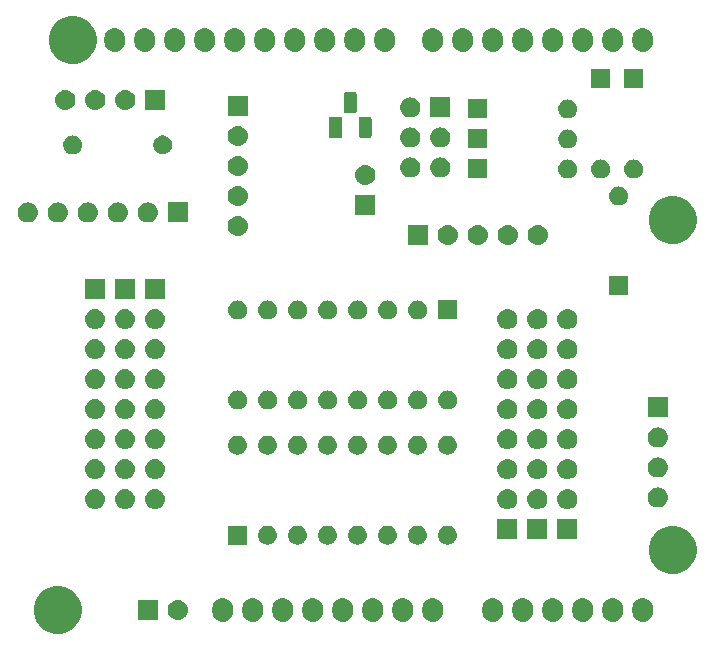
<source format=gbr>
G04 #@! TF.GenerationSoftware,KiCad,Pcbnew,(5.0.1)-4*
G04 #@! TF.CreationDate,2019-02-10T23:22:43-08:00*
G04 #@! TF.ProjectId,Shield,536869656C642E6B696361645F706362,rev?*
G04 #@! TF.SameCoordinates,Original*
G04 #@! TF.FileFunction,Soldermask,Top*
G04 #@! TF.FilePolarity,Negative*
%FSLAX46Y46*%
G04 Gerber Fmt 4.6, Leading zero omitted, Abs format (unit mm)*
G04 Created by KiCad (PCBNEW (5.0.1)-4) date 2/10/2019 11:22:43 PM*
%MOMM*%
%LPD*%
G01*
G04 APERTURE LIST*
%ADD10C,0.100000*%
G04 APERTURE END LIST*
D10*
G36*
X125560712Y-121871088D02*
X125930510Y-122024263D01*
X125930513Y-122024265D01*
X126263325Y-122246643D01*
X126546357Y-122529675D01*
X126730204Y-122804822D01*
X126768737Y-122862490D01*
X126921912Y-123232288D01*
X127000000Y-123624864D01*
X127000000Y-124025136D01*
X126921912Y-124417712D01*
X126768737Y-124787510D01*
X126768735Y-124787513D01*
X126546357Y-125120325D01*
X126263325Y-125403357D01*
X125930513Y-125625735D01*
X125930510Y-125625737D01*
X125560712Y-125778912D01*
X125168136Y-125857000D01*
X124767864Y-125857000D01*
X124375288Y-125778912D01*
X124005490Y-125625737D01*
X124005487Y-125625735D01*
X123672675Y-125403357D01*
X123389643Y-125120325D01*
X123167265Y-124787513D01*
X123167263Y-124787510D01*
X123014088Y-124417712D01*
X122936000Y-124025136D01*
X122936000Y-123624864D01*
X123014088Y-123232288D01*
X123167263Y-122862490D01*
X123205796Y-122804822D01*
X123389643Y-122529675D01*
X123672675Y-122246643D01*
X124005487Y-122024265D01*
X124005490Y-122024263D01*
X124375288Y-121871088D01*
X124767864Y-121793000D01*
X125168136Y-121793000D01*
X125560712Y-121871088D01*
X125560712Y-121871088D01*
G37*
G36*
X139107294Y-122821496D02*
X139227726Y-122858029D01*
X139270087Y-122870879D01*
X139420112Y-122951068D01*
X139551612Y-123058988D01*
X139659532Y-123190488D01*
X139739721Y-123340512D01*
X139742745Y-123350480D01*
X139789104Y-123503305D01*
X139789104Y-123503307D01*
X139801600Y-123630179D01*
X139801600Y-124019820D01*
X139801076Y-124025136D01*
X139789104Y-124146694D01*
X139787538Y-124151855D01*
X139739721Y-124309488D01*
X139659532Y-124459512D01*
X139551612Y-124591012D01*
X139420112Y-124698932D01*
X139270088Y-124779121D01*
X139242433Y-124787510D01*
X139107295Y-124828504D01*
X138994432Y-124839620D01*
X138938001Y-124845178D01*
X138938000Y-124845178D01*
X138768706Y-124828504D01*
X138633568Y-124787510D01*
X138605913Y-124779121D01*
X138455889Y-124698932D01*
X138365946Y-124625117D01*
X138324388Y-124591012D01*
X138216469Y-124459512D01*
X138216467Y-124459509D01*
X138136279Y-124309488D01*
X138123429Y-124267127D01*
X138086896Y-124146695D01*
X138078565Y-124062112D01*
X138074400Y-124019821D01*
X138074400Y-123630180D01*
X138086896Y-123503308D01*
X138086896Y-123503306D01*
X138136278Y-123340517D01*
X138136279Y-123340513D01*
X138216468Y-123190488D01*
X138324388Y-123058988D01*
X138455888Y-122951068D01*
X138605912Y-122870879D01*
X138648273Y-122858029D01*
X138768705Y-122821496D01*
X138881568Y-122810380D01*
X138937999Y-122804822D01*
X138938000Y-122804822D01*
X139107294Y-122821496D01*
X139107294Y-122821496D01*
G37*
G36*
X174667294Y-122821496D02*
X174787726Y-122858029D01*
X174830087Y-122870879D01*
X174980112Y-122951068D01*
X175111612Y-123058988D01*
X175219532Y-123190488D01*
X175299721Y-123340512D01*
X175302745Y-123350480D01*
X175349104Y-123503305D01*
X175349104Y-123503307D01*
X175361600Y-123630179D01*
X175361600Y-124019820D01*
X175361076Y-124025136D01*
X175349104Y-124146694D01*
X175347538Y-124151855D01*
X175299721Y-124309488D01*
X175219532Y-124459512D01*
X175111612Y-124591012D01*
X174980112Y-124698932D01*
X174830088Y-124779121D01*
X174802433Y-124787510D01*
X174667295Y-124828504D01*
X174554432Y-124839620D01*
X174498001Y-124845178D01*
X174498000Y-124845178D01*
X174328706Y-124828504D01*
X174193568Y-124787510D01*
X174165913Y-124779121D01*
X174015889Y-124698932D01*
X173925946Y-124625117D01*
X173884388Y-124591012D01*
X173776469Y-124459512D01*
X173776467Y-124459509D01*
X173696279Y-124309488D01*
X173683429Y-124267127D01*
X173646896Y-124146695D01*
X173638565Y-124062112D01*
X173634400Y-124019821D01*
X173634400Y-123630180D01*
X173646896Y-123503308D01*
X173646896Y-123503306D01*
X173696278Y-123340517D01*
X173696279Y-123340513D01*
X173776468Y-123190488D01*
X173884388Y-123058988D01*
X174015888Y-122951068D01*
X174165912Y-122870879D01*
X174208273Y-122858029D01*
X174328705Y-122821496D01*
X174441568Y-122810380D01*
X174497999Y-122804822D01*
X174498000Y-122804822D01*
X174667294Y-122821496D01*
X174667294Y-122821496D01*
G37*
G36*
X172127294Y-122821496D02*
X172247726Y-122858029D01*
X172290087Y-122870879D01*
X172440112Y-122951068D01*
X172571612Y-123058988D01*
X172679532Y-123190488D01*
X172759721Y-123340512D01*
X172762745Y-123350480D01*
X172809104Y-123503305D01*
X172809104Y-123503307D01*
X172821600Y-123630179D01*
X172821600Y-124019820D01*
X172821076Y-124025136D01*
X172809104Y-124146694D01*
X172807538Y-124151855D01*
X172759721Y-124309488D01*
X172679532Y-124459512D01*
X172571612Y-124591012D01*
X172440112Y-124698932D01*
X172290088Y-124779121D01*
X172262433Y-124787510D01*
X172127295Y-124828504D01*
X172014432Y-124839620D01*
X171958001Y-124845178D01*
X171958000Y-124845178D01*
X171788706Y-124828504D01*
X171653568Y-124787510D01*
X171625913Y-124779121D01*
X171475889Y-124698932D01*
X171385946Y-124625117D01*
X171344388Y-124591012D01*
X171236469Y-124459512D01*
X171236467Y-124459509D01*
X171156279Y-124309488D01*
X171143429Y-124267127D01*
X171106896Y-124146695D01*
X171098565Y-124062112D01*
X171094400Y-124019821D01*
X171094400Y-123630180D01*
X171106896Y-123503308D01*
X171106896Y-123503306D01*
X171156278Y-123340517D01*
X171156279Y-123340513D01*
X171236468Y-123190488D01*
X171344388Y-123058988D01*
X171475888Y-122951068D01*
X171625912Y-122870879D01*
X171668273Y-122858029D01*
X171788705Y-122821496D01*
X171901568Y-122810380D01*
X171957999Y-122804822D01*
X171958000Y-122804822D01*
X172127294Y-122821496D01*
X172127294Y-122821496D01*
G37*
G36*
X169587294Y-122821496D02*
X169707726Y-122858029D01*
X169750087Y-122870879D01*
X169900112Y-122951068D01*
X170031612Y-123058988D01*
X170139532Y-123190488D01*
X170219721Y-123340512D01*
X170222745Y-123350480D01*
X170269104Y-123503305D01*
X170269104Y-123503307D01*
X170281600Y-123630179D01*
X170281600Y-124019820D01*
X170281076Y-124025136D01*
X170269104Y-124146694D01*
X170267538Y-124151855D01*
X170219721Y-124309488D01*
X170139532Y-124459512D01*
X170031612Y-124591012D01*
X169900112Y-124698932D01*
X169750088Y-124779121D01*
X169722433Y-124787510D01*
X169587295Y-124828504D01*
X169474432Y-124839620D01*
X169418001Y-124845178D01*
X169418000Y-124845178D01*
X169248706Y-124828504D01*
X169113568Y-124787510D01*
X169085913Y-124779121D01*
X168935889Y-124698932D01*
X168845946Y-124625117D01*
X168804388Y-124591012D01*
X168696469Y-124459512D01*
X168696467Y-124459509D01*
X168616279Y-124309488D01*
X168603429Y-124267127D01*
X168566896Y-124146695D01*
X168558565Y-124062112D01*
X168554400Y-124019821D01*
X168554400Y-123630180D01*
X168566896Y-123503308D01*
X168566896Y-123503306D01*
X168616278Y-123340517D01*
X168616279Y-123340513D01*
X168696468Y-123190488D01*
X168804388Y-123058988D01*
X168935888Y-122951068D01*
X169085912Y-122870879D01*
X169128273Y-122858029D01*
X169248705Y-122821496D01*
X169361568Y-122810380D01*
X169417999Y-122804822D01*
X169418000Y-122804822D01*
X169587294Y-122821496D01*
X169587294Y-122821496D01*
G37*
G36*
X167047294Y-122821496D02*
X167167726Y-122858029D01*
X167210087Y-122870879D01*
X167360112Y-122951068D01*
X167491612Y-123058988D01*
X167599532Y-123190488D01*
X167679721Y-123340512D01*
X167682745Y-123350480D01*
X167729104Y-123503305D01*
X167729104Y-123503307D01*
X167741600Y-123630179D01*
X167741600Y-124019820D01*
X167741076Y-124025136D01*
X167729104Y-124146694D01*
X167727538Y-124151855D01*
X167679721Y-124309488D01*
X167599532Y-124459512D01*
X167491612Y-124591012D01*
X167360112Y-124698932D01*
X167210088Y-124779121D01*
X167182433Y-124787510D01*
X167047295Y-124828504D01*
X166934432Y-124839620D01*
X166878001Y-124845178D01*
X166878000Y-124845178D01*
X166708706Y-124828504D01*
X166573568Y-124787510D01*
X166545913Y-124779121D01*
X166395889Y-124698932D01*
X166305946Y-124625117D01*
X166264388Y-124591012D01*
X166156469Y-124459512D01*
X166156467Y-124459509D01*
X166076279Y-124309488D01*
X166063429Y-124267127D01*
X166026896Y-124146695D01*
X166018565Y-124062112D01*
X166014400Y-124019821D01*
X166014400Y-123630180D01*
X166026896Y-123503308D01*
X166026896Y-123503306D01*
X166076278Y-123340517D01*
X166076279Y-123340513D01*
X166156468Y-123190488D01*
X166264388Y-123058988D01*
X166395888Y-122951068D01*
X166545912Y-122870879D01*
X166588273Y-122858029D01*
X166708705Y-122821496D01*
X166821568Y-122810380D01*
X166877999Y-122804822D01*
X166878000Y-122804822D01*
X167047294Y-122821496D01*
X167047294Y-122821496D01*
G37*
G36*
X164507294Y-122821496D02*
X164627726Y-122858029D01*
X164670087Y-122870879D01*
X164820112Y-122951068D01*
X164951612Y-123058988D01*
X165059532Y-123190488D01*
X165139721Y-123340512D01*
X165142745Y-123350480D01*
X165189104Y-123503305D01*
X165189104Y-123503307D01*
X165201600Y-123630179D01*
X165201600Y-124019820D01*
X165201076Y-124025136D01*
X165189104Y-124146694D01*
X165187538Y-124151855D01*
X165139721Y-124309488D01*
X165059532Y-124459512D01*
X164951612Y-124591012D01*
X164820112Y-124698932D01*
X164670088Y-124779121D01*
X164642433Y-124787510D01*
X164507295Y-124828504D01*
X164394432Y-124839620D01*
X164338001Y-124845178D01*
X164338000Y-124845178D01*
X164168706Y-124828504D01*
X164033568Y-124787510D01*
X164005913Y-124779121D01*
X163855889Y-124698932D01*
X163765946Y-124625117D01*
X163724388Y-124591012D01*
X163616469Y-124459512D01*
X163616467Y-124459509D01*
X163536279Y-124309488D01*
X163523429Y-124267127D01*
X163486896Y-124146695D01*
X163478565Y-124062112D01*
X163474400Y-124019821D01*
X163474400Y-123630180D01*
X163486896Y-123503308D01*
X163486896Y-123503306D01*
X163536278Y-123340517D01*
X163536279Y-123340513D01*
X163616468Y-123190488D01*
X163724388Y-123058988D01*
X163855888Y-122951068D01*
X164005912Y-122870879D01*
X164048273Y-122858029D01*
X164168705Y-122821496D01*
X164281568Y-122810380D01*
X164337999Y-122804822D01*
X164338000Y-122804822D01*
X164507294Y-122821496D01*
X164507294Y-122821496D01*
G37*
G36*
X161967294Y-122821496D02*
X162087726Y-122858029D01*
X162130087Y-122870879D01*
X162280112Y-122951068D01*
X162411612Y-123058988D01*
X162519532Y-123190488D01*
X162599721Y-123340512D01*
X162602745Y-123350480D01*
X162649104Y-123503305D01*
X162649104Y-123503307D01*
X162661600Y-123630179D01*
X162661600Y-124019820D01*
X162661076Y-124025136D01*
X162649104Y-124146694D01*
X162647538Y-124151855D01*
X162599721Y-124309488D01*
X162519532Y-124459512D01*
X162411612Y-124591012D01*
X162280112Y-124698932D01*
X162130088Y-124779121D01*
X162102433Y-124787510D01*
X161967295Y-124828504D01*
X161854432Y-124839620D01*
X161798001Y-124845178D01*
X161798000Y-124845178D01*
X161628706Y-124828504D01*
X161493568Y-124787510D01*
X161465913Y-124779121D01*
X161315889Y-124698932D01*
X161225946Y-124625117D01*
X161184388Y-124591012D01*
X161076469Y-124459512D01*
X161076467Y-124459509D01*
X160996279Y-124309488D01*
X160983429Y-124267127D01*
X160946896Y-124146695D01*
X160938565Y-124062112D01*
X160934400Y-124019821D01*
X160934400Y-123630180D01*
X160946896Y-123503308D01*
X160946896Y-123503306D01*
X160996278Y-123340517D01*
X160996279Y-123340513D01*
X161076468Y-123190488D01*
X161184388Y-123058988D01*
X161315888Y-122951068D01*
X161465912Y-122870879D01*
X161508273Y-122858029D01*
X161628705Y-122821496D01*
X161741568Y-122810380D01*
X161797999Y-122804822D01*
X161798000Y-122804822D01*
X161967294Y-122821496D01*
X161967294Y-122821496D01*
G37*
G36*
X156887294Y-122821496D02*
X157007726Y-122858029D01*
X157050087Y-122870879D01*
X157200112Y-122951068D01*
X157331612Y-123058988D01*
X157439532Y-123190488D01*
X157519721Y-123340512D01*
X157522745Y-123350480D01*
X157569104Y-123503305D01*
X157569104Y-123503307D01*
X157581600Y-123630179D01*
X157581600Y-124019820D01*
X157581076Y-124025136D01*
X157569104Y-124146694D01*
X157567538Y-124151855D01*
X157519721Y-124309488D01*
X157439532Y-124459512D01*
X157331612Y-124591012D01*
X157200112Y-124698932D01*
X157050088Y-124779121D01*
X157022433Y-124787510D01*
X156887295Y-124828504D01*
X156774432Y-124839620D01*
X156718001Y-124845178D01*
X156718000Y-124845178D01*
X156548706Y-124828504D01*
X156413568Y-124787510D01*
X156385913Y-124779121D01*
X156235889Y-124698932D01*
X156145946Y-124625117D01*
X156104388Y-124591012D01*
X155996469Y-124459512D01*
X155996467Y-124459509D01*
X155916279Y-124309488D01*
X155903429Y-124267127D01*
X155866896Y-124146695D01*
X155858565Y-124062112D01*
X155854400Y-124019821D01*
X155854400Y-123630180D01*
X155866896Y-123503308D01*
X155866896Y-123503306D01*
X155916278Y-123340517D01*
X155916279Y-123340513D01*
X155996468Y-123190488D01*
X156104388Y-123058988D01*
X156235888Y-122951068D01*
X156385912Y-122870879D01*
X156428273Y-122858029D01*
X156548705Y-122821496D01*
X156661568Y-122810380D01*
X156717999Y-122804822D01*
X156718000Y-122804822D01*
X156887294Y-122821496D01*
X156887294Y-122821496D01*
G37*
G36*
X154347294Y-122821496D02*
X154467726Y-122858029D01*
X154510087Y-122870879D01*
X154660112Y-122951068D01*
X154791612Y-123058988D01*
X154899532Y-123190488D01*
X154979721Y-123340512D01*
X154982745Y-123350480D01*
X155029104Y-123503305D01*
X155029104Y-123503307D01*
X155041600Y-123630179D01*
X155041600Y-124019820D01*
X155041076Y-124025136D01*
X155029104Y-124146694D01*
X155027538Y-124151855D01*
X154979721Y-124309488D01*
X154899532Y-124459512D01*
X154791612Y-124591012D01*
X154660112Y-124698932D01*
X154510088Y-124779121D01*
X154482433Y-124787510D01*
X154347295Y-124828504D01*
X154234432Y-124839620D01*
X154178001Y-124845178D01*
X154178000Y-124845178D01*
X154008706Y-124828504D01*
X153873568Y-124787510D01*
X153845913Y-124779121D01*
X153695889Y-124698932D01*
X153605946Y-124625117D01*
X153564388Y-124591012D01*
X153456469Y-124459512D01*
X153456467Y-124459509D01*
X153376279Y-124309488D01*
X153363429Y-124267127D01*
X153326896Y-124146695D01*
X153318565Y-124062112D01*
X153314400Y-124019821D01*
X153314400Y-123630180D01*
X153326896Y-123503308D01*
X153326896Y-123503306D01*
X153376278Y-123340517D01*
X153376279Y-123340513D01*
X153456468Y-123190488D01*
X153564388Y-123058988D01*
X153695888Y-122951068D01*
X153845912Y-122870879D01*
X153888273Y-122858029D01*
X154008705Y-122821496D01*
X154121568Y-122810380D01*
X154177999Y-122804822D01*
X154178000Y-122804822D01*
X154347294Y-122821496D01*
X154347294Y-122821496D01*
G37*
G36*
X151807294Y-122821496D02*
X151927726Y-122858029D01*
X151970087Y-122870879D01*
X152120112Y-122951068D01*
X152251612Y-123058988D01*
X152359532Y-123190488D01*
X152439721Y-123340512D01*
X152442745Y-123350480D01*
X152489104Y-123503305D01*
X152489104Y-123503307D01*
X152501600Y-123630179D01*
X152501600Y-124019820D01*
X152501076Y-124025136D01*
X152489104Y-124146694D01*
X152487538Y-124151855D01*
X152439721Y-124309488D01*
X152359532Y-124459512D01*
X152251612Y-124591012D01*
X152120112Y-124698932D01*
X151970088Y-124779121D01*
X151942433Y-124787510D01*
X151807295Y-124828504D01*
X151694432Y-124839620D01*
X151638001Y-124845178D01*
X151638000Y-124845178D01*
X151468706Y-124828504D01*
X151333568Y-124787510D01*
X151305913Y-124779121D01*
X151155889Y-124698932D01*
X151065946Y-124625117D01*
X151024388Y-124591012D01*
X150916469Y-124459512D01*
X150916467Y-124459509D01*
X150836279Y-124309488D01*
X150823429Y-124267127D01*
X150786896Y-124146695D01*
X150778565Y-124062112D01*
X150774400Y-124019821D01*
X150774400Y-123630180D01*
X150786896Y-123503308D01*
X150786896Y-123503306D01*
X150836278Y-123340517D01*
X150836279Y-123340513D01*
X150916468Y-123190488D01*
X151024388Y-123058988D01*
X151155888Y-122951068D01*
X151305912Y-122870879D01*
X151348273Y-122858029D01*
X151468705Y-122821496D01*
X151581568Y-122810380D01*
X151637999Y-122804822D01*
X151638000Y-122804822D01*
X151807294Y-122821496D01*
X151807294Y-122821496D01*
G37*
G36*
X149267294Y-122821496D02*
X149387726Y-122858029D01*
X149430087Y-122870879D01*
X149580112Y-122951068D01*
X149711612Y-123058988D01*
X149819532Y-123190488D01*
X149899721Y-123340512D01*
X149902745Y-123350480D01*
X149949104Y-123503305D01*
X149949104Y-123503307D01*
X149961600Y-123630179D01*
X149961600Y-124019820D01*
X149961076Y-124025136D01*
X149949104Y-124146694D01*
X149947538Y-124151855D01*
X149899721Y-124309488D01*
X149819532Y-124459512D01*
X149711612Y-124591012D01*
X149580112Y-124698932D01*
X149430088Y-124779121D01*
X149402433Y-124787510D01*
X149267295Y-124828504D01*
X149154432Y-124839620D01*
X149098001Y-124845178D01*
X149098000Y-124845178D01*
X148928706Y-124828504D01*
X148793568Y-124787510D01*
X148765913Y-124779121D01*
X148615889Y-124698932D01*
X148525946Y-124625117D01*
X148484388Y-124591012D01*
X148376469Y-124459512D01*
X148376467Y-124459509D01*
X148296279Y-124309488D01*
X148283429Y-124267127D01*
X148246896Y-124146695D01*
X148238565Y-124062112D01*
X148234400Y-124019821D01*
X148234400Y-123630180D01*
X148246896Y-123503308D01*
X148246896Y-123503306D01*
X148296278Y-123340517D01*
X148296279Y-123340513D01*
X148376468Y-123190488D01*
X148484388Y-123058988D01*
X148615888Y-122951068D01*
X148765912Y-122870879D01*
X148808273Y-122858029D01*
X148928705Y-122821496D01*
X149041568Y-122810380D01*
X149097999Y-122804822D01*
X149098000Y-122804822D01*
X149267294Y-122821496D01*
X149267294Y-122821496D01*
G37*
G36*
X146727294Y-122821496D02*
X146847726Y-122858029D01*
X146890087Y-122870879D01*
X147040112Y-122951068D01*
X147171612Y-123058988D01*
X147279532Y-123190488D01*
X147359721Y-123340512D01*
X147362745Y-123350480D01*
X147409104Y-123503305D01*
X147409104Y-123503307D01*
X147421600Y-123630179D01*
X147421600Y-124019820D01*
X147421076Y-124025136D01*
X147409104Y-124146694D01*
X147407538Y-124151855D01*
X147359721Y-124309488D01*
X147279532Y-124459512D01*
X147171612Y-124591012D01*
X147040112Y-124698932D01*
X146890088Y-124779121D01*
X146862433Y-124787510D01*
X146727295Y-124828504D01*
X146614432Y-124839620D01*
X146558001Y-124845178D01*
X146558000Y-124845178D01*
X146388706Y-124828504D01*
X146253568Y-124787510D01*
X146225913Y-124779121D01*
X146075889Y-124698932D01*
X145985946Y-124625117D01*
X145944388Y-124591012D01*
X145836469Y-124459512D01*
X145836467Y-124459509D01*
X145756279Y-124309488D01*
X145743429Y-124267127D01*
X145706896Y-124146695D01*
X145698565Y-124062112D01*
X145694400Y-124019821D01*
X145694400Y-123630180D01*
X145706896Y-123503308D01*
X145706896Y-123503306D01*
X145756278Y-123340517D01*
X145756279Y-123340513D01*
X145836468Y-123190488D01*
X145944388Y-123058988D01*
X146075888Y-122951068D01*
X146225912Y-122870879D01*
X146268273Y-122858029D01*
X146388705Y-122821496D01*
X146501568Y-122810380D01*
X146557999Y-122804822D01*
X146558000Y-122804822D01*
X146727294Y-122821496D01*
X146727294Y-122821496D01*
G37*
G36*
X144187294Y-122821496D02*
X144307726Y-122858029D01*
X144350087Y-122870879D01*
X144500112Y-122951068D01*
X144631612Y-123058988D01*
X144739532Y-123190488D01*
X144819721Y-123340512D01*
X144822745Y-123350480D01*
X144869104Y-123503305D01*
X144869104Y-123503307D01*
X144881600Y-123630179D01*
X144881600Y-124019820D01*
X144881076Y-124025136D01*
X144869104Y-124146694D01*
X144867538Y-124151855D01*
X144819721Y-124309488D01*
X144739532Y-124459512D01*
X144631612Y-124591012D01*
X144500112Y-124698932D01*
X144350088Y-124779121D01*
X144322433Y-124787510D01*
X144187295Y-124828504D01*
X144074432Y-124839620D01*
X144018001Y-124845178D01*
X144018000Y-124845178D01*
X143848706Y-124828504D01*
X143713568Y-124787510D01*
X143685913Y-124779121D01*
X143535889Y-124698932D01*
X143445946Y-124625117D01*
X143404388Y-124591012D01*
X143296469Y-124459512D01*
X143296467Y-124459509D01*
X143216279Y-124309488D01*
X143203429Y-124267127D01*
X143166896Y-124146695D01*
X143158565Y-124062112D01*
X143154400Y-124019821D01*
X143154400Y-123630180D01*
X143166896Y-123503308D01*
X143166896Y-123503306D01*
X143216278Y-123340517D01*
X143216279Y-123340513D01*
X143296468Y-123190488D01*
X143404388Y-123058988D01*
X143535888Y-122951068D01*
X143685912Y-122870879D01*
X143728273Y-122858029D01*
X143848705Y-122821496D01*
X143961568Y-122810380D01*
X144017999Y-122804822D01*
X144018000Y-122804822D01*
X144187294Y-122821496D01*
X144187294Y-122821496D01*
G37*
G36*
X141647294Y-122821496D02*
X141767726Y-122858029D01*
X141810087Y-122870879D01*
X141960112Y-122951068D01*
X142091612Y-123058988D01*
X142199532Y-123190488D01*
X142279721Y-123340512D01*
X142282745Y-123350480D01*
X142329104Y-123503305D01*
X142329104Y-123503307D01*
X142341600Y-123630179D01*
X142341600Y-124019820D01*
X142341076Y-124025136D01*
X142329104Y-124146694D01*
X142327538Y-124151855D01*
X142279721Y-124309488D01*
X142199532Y-124459512D01*
X142091612Y-124591012D01*
X141960112Y-124698932D01*
X141810088Y-124779121D01*
X141782433Y-124787510D01*
X141647295Y-124828504D01*
X141534432Y-124839620D01*
X141478001Y-124845178D01*
X141478000Y-124845178D01*
X141308706Y-124828504D01*
X141173568Y-124787510D01*
X141145913Y-124779121D01*
X140995889Y-124698932D01*
X140905946Y-124625117D01*
X140864388Y-124591012D01*
X140756469Y-124459512D01*
X140756467Y-124459509D01*
X140676279Y-124309488D01*
X140663429Y-124267127D01*
X140626896Y-124146695D01*
X140618565Y-124062112D01*
X140614400Y-124019821D01*
X140614400Y-123630180D01*
X140626896Y-123503308D01*
X140626896Y-123503306D01*
X140676278Y-123340517D01*
X140676279Y-123340513D01*
X140756468Y-123190488D01*
X140864388Y-123058988D01*
X140995888Y-122951068D01*
X141145912Y-122870879D01*
X141188273Y-122858029D01*
X141308705Y-122821496D01*
X141421568Y-122810380D01*
X141477999Y-122804822D01*
X141478000Y-122804822D01*
X141647294Y-122821496D01*
X141647294Y-122821496D01*
G37*
G36*
X133438000Y-124675000D02*
X131738000Y-124675000D01*
X131738000Y-122975000D01*
X133438000Y-122975000D01*
X133438000Y-124675000D01*
X133438000Y-124675000D01*
G37*
G36*
X135294630Y-122987299D02*
X135454855Y-123035903D01*
X135602520Y-123114831D01*
X135731949Y-123221051D01*
X135838169Y-123350480D01*
X135917097Y-123498145D01*
X135965701Y-123658370D01*
X135982112Y-123825000D01*
X135965701Y-123991630D01*
X135917097Y-124151855D01*
X135838169Y-124299520D01*
X135731949Y-124428949D01*
X135602520Y-124535169D01*
X135454855Y-124614097D01*
X135294630Y-124662701D01*
X135169752Y-124675000D01*
X135086248Y-124675000D01*
X134961370Y-124662701D01*
X134801145Y-124614097D01*
X134653480Y-124535169D01*
X134524051Y-124428949D01*
X134417831Y-124299520D01*
X134338903Y-124151855D01*
X134290299Y-123991630D01*
X134273888Y-123825000D01*
X134290299Y-123658370D01*
X134338903Y-123498145D01*
X134417831Y-123350480D01*
X134524051Y-123221051D01*
X134653480Y-123114831D01*
X134801145Y-123035903D01*
X134961370Y-122987299D01*
X135086248Y-122975000D01*
X135169752Y-122975000D01*
X135294630Y-122987299D01*
X135294630Y-122987299D01*
G37*
G36*
X177630712Y-116791088D02*
X178000510Y-116944263D01*
X178000513Y-116944265D01*
X178333325Y-117166643D01*
X178616357Y-117449675D01*
X178838735Y-117782487D01*
X178838737Y-117782490D01*
X178991912Y-118152288D01*
X179070000Y-118544864D01*
X179070000Y-118945136D01*
X178991912Y-119337712D01*
X178838737Y-119707510D01*
X178838735Y-119707513D01*
X178616357Y-120040325D01*
X178333325Y-120323357D01*
X178000513Y-120545735D01*
X178000510Y-120545737D01*
X177630712Y-120698912D01*
X177238136Y-120777000D01*
X176837864Y-120777000D01*
X176445288Y-120698912D01*
X176075490Y-120545737D01*
X176075487Y-120545735D01*
X175742675Y-120323357D01*
X175459643Y-120040325D01*
X175237265Y-119707513D01*
X175237263Y-119707510D01*
X175084088Y-119337712D01*
X175006000Y-118945136D01*
X175006000Y-118544864D01*
X175084088Y-118152288D01*
X175237263Y-117782490D01*
X175237265Y-117782487D01*
X175459643Y-117449675D01*
X175742675Y-117166643D01*
X176075487Y-116944265D01*
X176075490Y-116944263D01*
X176445288Y-116791088D01*
X176837864Y-116713000D01*
X177238136Y-116713000D01*
X177630712Y-116791088D01*
X177630712Y-116791088D01*
G37*
G36*
X155540311Y-116702021D02*
X155579489Y-116705880D01*
X155602960Y-116713000D01*
X155730291Y-116751625D01*
X155869270Y-116825912D01*
X155991084Y-116925882D01*
X156091054Y-117047696D01*
X156165341Y-117186675D01*
X156211086Y-117337478D01*
X156226532Y-117494304D01*
X156211086Y-117651130D01*
X156165341Y-117801933D01*
X156091054Y-117940912D01*
X155991084Y-118062726D01*
X155869270Y-118162696D01*
X155730291Y-118236983D01*
X155654889Y-118259856D01*
X155579489Y-118282728D01*
X155540311Y-118286587D01*
X155461957Y-118294304D01*
X155383367Y-118294304D01*
X155305013Y-118286587D01*
X155265835Y-118282728D01*
X155190435Y-118259856D01*
X155115033Y-118236983D01*
X154976054Y-118162696D01*
X154854240Y-118062726D01*
X154754270Y-117940912D01*
X154679983Y-117801933D01*
X154634238Y-117651130D01*
X154618792Y-117494304D01*
X154634238Y-117337478D01*
X154679983Y-117186675D01*
X154754270Y-117047696D01*
X154854240Y-116925882D01*
X154976054Y-116825912D01*
X155115033Y-116751625D01*
X155242364Y-116713000D01*
X155265835Y-116705880D01*
X155305013Y-116702021D01*
X155383367Y-116694304D01*
X155461957Y-116694304D01*
X155540311Y-116702021D01*
X155540311Y-116702021D01*
G37*
G36*
X140982662Y-118294304D02*
X139382662Y-118294304D01*
X139382662Y-116694304D01*
X140982662Y-116694304D01*
X140982662Y-118294304D01*
X140982662Y-118294304D01*
G37*
G36*
X142840311Y-116702021D02*
X142879489Y-116705880D01*
X142902960Y-116713000D01*
X143030291Y-116751625D01*
X143169270Y-116825912D01*
X143291084Y-116925882D01*
X143391054Y-117047696D01*
X143465341Y-117186675D01*
X143511086Y-117337478D01*
X143526532Y-117494304D01*
X143511086Y-117651130D01*
X143465341Y-117801933D01*
X143391054Y-117940912D01*
X143291084Y-118062726D01*
X143169270Y-118162696D01*
X143030291Y-118236983D01*
X142954889Y-118259856D01*
X142879489Y-118282728D01*
X142840311Y-118286587D01*
X142761957Y-118294304D01*
X142683367Y-118294304D01*
X142605013Y-118286587D01*
X142565835Y-118282728D01*
X142490435Y-118259856D01*
X142415033Y-118236983D01*
X142276054Y-118162696D01*
X142154240Y-118062726D01*
X142054270Y-117940912D01*
X141979983Y-117801933D01*
X141934238Y-117651130D01*
X141918792Y-117494304D01*
X141934238Y-117337478D01*
X141979983Y-117186675D01*
X142054270Y-117047696D01*
X142154240Y-116925882D01*
X142276054Y-116825912D01*
X142415033Y-116751625D01*
X142542364Y-116713000D01*
X142565835Y-116705880D01*
X142605013Y-116702021D01*
X142683367Y-116694304D01*
X142761957Y-116694304D01*
X142840311Y-116702021D01*
X142840311Y-116702021D01*
G37*
G36*
X145380311Y-116702021D02*
X145419489Y-116705880D01*
X145442960Y-116713000D01*
X145570291Y-116751625D01*
X145709270Y-116825912D01*
X145831084Y-116925882D01*
X145931054Y-117047696D01*
X146005341Y-117186675D01*
X146051086Y-117337478D01*
X146066532Y-117494304D01*
X146051086Y-117651130D01*
X146005341Y-117801933D01*
X145931054Y-117940912D01*
X145831084Y-118062726D01*
X145709270Y-118162696D01*
X145570291Y-118236983D01*
X145494889Y-118259856D01*
X145419489Y-118282728D01*
X145380311Y-118286587D01*
X145301957Y-118294304D01*
X145223367Y-118294304D01*
X145145013Y-118286587D01*
X145105835Y-118282728D01*
X145030435Y-118259856D01*
X144955033Y-118236983D01*
X144816054Y-118162696D01*
X144694240Y-118062726D01*
X144594270Y-117940912D01*
X144519983Y-117801933D01*
X144474238Y-117651130D01*
X144458792Y-117494304D01*
X144474238Y-117337478D01*
X144519983Y-117186675D01*
X144594270Y-117047696D01*
X144694240Y-116925882D01*
X144816054Y-116825912D01*
X144955033Y-116751625D01*
X145082364Y-116713000D01*
X145105835Y-116705880D01*
X145145013Y-116702021D01*
X145223367Y-116694304D01*
X145301957Y-116694304D01*
X145380311Y-116702021D01*
X145380311Y-116702021D01*
G37*
G36*
X150460311Y-116702021D02*
X150499489Y-116705880D01*
X150522960Y-116713000D01*
X150650291Y-116751625D01*
X150789270Y-116825912D01*
X150911084Y-116925882D01*
X151011054Y-117047696D01*
X151085341Y-117186675D01*
X151131086Y-117337478D01*
X151146532Y-117494304D01*
X151131086Y-117651130D01*
X151085341Y-117801933D01*
X151011054Y-117940912D01*
X150911084Y-118062726D01*
X150789270Y-118162696D01*
X150650291Y-118236983D01*
X150574889Y-118259856D01*
X150499489Y-118282728D01*
X150460311Y-118286587D01*
X150381957Y-118294304D01*
X150303367Y-118294304D01*
X150225013Y-118286587D01*
X150185835Y-118282728D01*
X150110435Y-118259856D01*
X150035033Y-118236983D01*
X149896054Y-118162696D01*
X149774240Y-118062726D01*
X149674270Y-117940912D01*
X149599983Y-117801933D01*
X149554238Y-117651130D01*
X149538792Y-117494304D01*
X149554238Y-117337478D01*
X149599983Y-117186675D01*
X149674270Y-117047696D01*
X149774240Y-116925882D01*
X149896054Y-116825912D01*
X150035033Y-116751625D01*
X150162364Y-116713000D01*
X150185835Y-116705880D01*
X150225013Y-116702021D01*
X150303367Y-116694304D01*
X150381957Y-116694304D01*
X150460311Y-116702021D01*
X150460311Y-116702021D01*
G37*
G36*
X153000311Y-116702021D02*
X153039489Y-116705880D01*
X153062960Y-116713000D01*
X153190291Y-116751625D01*
X153329270Y-116825912D01*
X153451084Y-116925882D01*
X153551054Y-117047696D01*
X153625341Y-117186675D01*
X153671086Y-117337478D01*
X153686532Y-117494304D01*
X153671086Y-117651130D01*
X153625341Y-117801933D01*
X153551054Y-117940912D01*
X153451084Y-118062726D01*
X153329270Y-118162696D01*
X153190291Y-118236983D01*
X153114889Y-118259856D01*
X153039489Y-118282728D01*
X153000311Y-118286587D01*
X152921957Y-118294304D01*
X152843367Y-118294304D01*
X152765013Y-118286587D01*
X152725835Y-118282728D01*
X152650435Y-118259856D01*
X152575033Y-118236983D01*
X152436054Y-118162696D01*
X152314240Y-118062726D01*
X152214270Y-117940912D01*
X152139983Y-117801933D01*
X152094238Y-117651130D01*
X152078792Y-117494304D01*
X152094238Y-117337478D01*
X152139983Y-117186675D01*
X152214270Y-117047696D01*
X152314240Y-116925882D01*
X152436054Y-116825912D01*
X152575033Y-116751625D01*
X152702364Y-116713000D01*
X152725835Y-116705880D01*
X152765013Y-116702021D01*
X152843367Y-116694304D01*
X152921957Y-116694304D01*
X153000311Y-116702021D01*
X153000311Y-116702021D01*
G37*
G36*
X158080311Y-116702021D02*
X158119489Y-116705880D01*
X158142960Y-116713000D01*
X158270291Y-116751625D01*
X158409270Y-116825912D01*
X158531084Y-116925882D01*
X158631054Y-117047696D01*
X158705341Y-117186675D01*
X158751086Y-117337478D01*
X158766532Y-117494304D01*
X158751086Y-117651130D01*
X158705341Y-117801933D01*
X158631054Y-117940912D01*
X158531084Y-118062726D01*
X158409270Y-118162696D01*
X158270291Y-118236983D01*
X158194889Y-118259856D01*
X158119489Y-118282728D01*
X158080311Y-118286587D01*
X158001957Y-118294304D01*
X157923367Y-118294304D01*
X157845013Y-118286587D01*
X157805835Y-118282728D01*
X157730435Y-118259856D01*
X157655033Y-118236983D01*
X157516054Y-118162696D01*
X157394240Y-118062726D01*
X157294270Y-117940912D01*
X157219983Y-117801933D01*
X157174238Y-117651130D01*
X157158792Y-117494304D01*
X157174238Y-117337478D01*
X157219983Y-117186675D01*
X157294270Y-117047696D01*
X157394240Y-116925882D01*
X157516054Y-116825912D01*
X157655033Y-116751625D01*
X157782364Y-116713000D01*
X157805835Y-116705880D01*
X157845013Y-116702021D01*
X157923367Y-116694304D01*
X158001957Y-116694304D01*
X158080311Y-116702021D01*
X158080311Y-116702021D01*
G37*
G36*
X147920311Y-116702021D02*
X147959489Y-116705880D01*
X147982960Y-116713000D01*
X148110291Y-116751625D01*
X148249270Y-116825912D01*
X148371084Y-116925882D01*
X148471054Y-117047696D01*
X148545341Y-117186675D01*
X148591086Y-117337478D01*
X148606532Y-117494304D01*
X148591086Y-117651130D01*
X148545341Y-117801933D01*
X148471054Y-117940912D01*
X148371084Y-118062726D01*
X148249270Y-118162696D01*
X148110291Y-118236983D01*
X148034889Y-118259856D01*
X147959489Y-118282728D01*
X147920311Y-118286587D01*
X147841957Y-118294304D01*
X147763367Y-118294304D01*
X147685013Y-118286587D01*
X147645835Y-118282728D01*
X147570435Y-118259856D01*
X147495033Y-118236983D01*
X147356054Y-118162696D01*
X147234240Y-118062726D01*
X147134270Y-117940912D01*
X147059983Y-117801933D01*
X147014238Y-117651130D01*
X146998792Y-117494304D01*
X147014238Y-117337478D01*
X147059983Y-117186675D01*
X147134270Y-117047696D01*
X147234240Y-116925882D01*
X147356054Y-116825912D01*
X147495033Y-116751625D01*
X147622364Y-116713000D01*
X147645835Y-116705880D01*
X147685013Y-116702021D01*
X147763367Y-116694304D01*
X147841957Y-116694304D01*
X147920311Y-116702021D01*
X147920311Y-116702021D01*
G37*
G36*
X168972662Y-117836304D02*
X167272662Y-117836304D01*
X167272662Y-116136304D01*
X168972662Y-116136304D01*
X168972662Y-117836304D01*
X168972662Y-117836304D01*
G37*
G36*
X166432662Y-117836304D02*
X164732662Y-117836304D01*
X164732662Y-116136304D01*
X166432662Y-116136304D01*
X166432662Y-117836304D01*
X166432662Y-117836304D01*
G37*
G36*
X163892662Y-117836304D02*
X162192662Y-117836304D01*
X162192662Y-116136304D01*
X163892662Y-116136304D01*
X163892662Y-117836304D01*
X163892662Y-117836304D01*
G37*
G36*
X168289292Y-113608603D02*
X168449517Y-113657207D01*
X168597182Y-113736135D01*
X168726611Y-113842355D01*
X168832831Y-113971784D01*
X168911759Y-114119449D01*
X168960363Y-114279674D01*
X168976774Y-114446304D01*
X168960363Y-114612934D01*
X168911759Y-114773159D01*
X168832831Y-114920824D01*
X168726611Y-115050253D01*
X168597182Y-115156473D01*
X168449517Y-115235401D01*
X168289292Y-115284005D01*
X168164414Y-115296304D01*
X168080910Y-115296304D01*
X167956032Y-115284005D01*
X167795807Y-115235401D01*
X167648142Y-115156473D01*
X167518713Y-115050253D01*
X167412493Y-114920824D01*
X167333565Y-114773159D01*
X167284961Y-114612934D01*
X167268550Y-114446304D01*
X167284961Y-114279674D01*
X167333565Y-114119449D01*
X167412493Y-113971784D01*
X167518713Y-113842355D01*
X167648142Y-113736135D01*
X167795807Y-113657207D01*
X167956032Y-113608603D01*
X168080910Y-113596304D01*
X168164414Y-113596304D01*
X168289292Y-113608603D01*
X168289292Y-113608603D01*
G37*
G36*
X163209292Y-113608603D02*
X163369517Y-113657207D01*
X163517182Y-113736135D01*
X163646611Y-113842355D01*
X163752831Y-113971784D01*
X163831759Y-114119449D01*
X163880363Y-114279674D01*
X163896774Y-114446304D01*
X163880363Y-114612934D01*
X163831759Y-114773159D01*
X163752831Y-114920824D01*
X163646611Y-115050253D01*
X163517182Y-115156473D01*
X163369517Y-115235401D01*
X163209292Y-115284005D01*
X163084414Y-115296304D01*
X163000910Y-115296304D01*
X162876032Y-115284005D01*
X162715807Y-115235401D01*
X162568142Y-115156473D01*
X162438713Y-115050253D01*
X162332493Y-114920824D01*
X162253565Y-114773159D01*
X162204961Y-114612934D01*
X162188550Y-114446304D01*
X162204961Y-114279674D01*
X162253565Y-114119449D01*
X162332493Y-113971784D01*
X162438713Y-113842355D01*
X162568142Y-113736135D01*
X162715807Y-113657207D01*
X162876032Y-113608603D01*
X163000910Y-113596304D01*
X163084414Y-113596304D01*
X163209292Y-113608603D01*
X163209292Y-113608603D01*
G37*
G36*
X133364292Y-113608603D02*
X133524517Y-113657207D01*
X133672182Y-113736135D01*
X133801611Y-113842355D01*
X133907831Y-113971784D01*
X133986759Y-114119449D01*
X134035363Y-114279674D01*
X134051774Y-114446304D01*
X134035363Y-114612934D01*
X133986759Y-114773159D01*
X133907831Y-114920824D01*
X133801611Y-115050253D01*
X133672182Y-115156473D01*
X133524517Y-115235401D01*
X133364292Y-115284005D01*
X133239414Y-115296304D01*
X133155910Y-115296304D01*
X133031032Y-115284005D01*
X132870807Y-115235401D01*
X132723142Y-115156473D01*
X132593713Y-115050253D01*
X132487493Y-114920824D01*
X132408565Y-114773159D01*
X132359961Y-114612934D01*
X132343550Y-114446304D01*
X132359961Y-114279674D01*
X132408565Y-114119449D01*
X132487493Y-113971784D01*
X132593713Y-113842355D01*
X132723142Y-113736135D01*
X132870807Y-113657207D01*
X133031032Y-113608603D01*
X133155910Y-113596304D01*
X133239414Y-113596304D01*
X133364292Y-113608603D01*
X133364292Y-113608603D01*
G37*
G36*
X165749292Y-113608603D02*
X165909517Y-113657207D01*
X166057182Y-113736135D01*
X166186611Y-113842355D01*
X166292831Y-113971784D01*
X166371759Y-114119449D01*
X166420363Y-114279674D01*
X166436774Y-114446304D01*
X166420363Y-114612934D01*
X166371759Y-114773159D01*
X166292831Y-114920824D01*
X166186611Y-115050253D01*
X166057182Y-115156473D01*
X165909517Y-115235401D01*
X165749292Y-115284005D01*
X165624414Y-115296304D01*
X165540910Y-115296304D01*
X165416032Y-115284005D01*
X165255807Y-115235401D01*
X165108142Y-115156473D01*
X164978713Y-115050253D01*
X164872493Y-114920824D01*
X164793565Y-114773159D01*
X164744961Y-114612934D01*
X164728550Y-114446304D01*
X164744961Y-114279674D01*
X164793565Y-114119449D01*
X164872493Y-113971784D01*
X164978713Y-113842355D01*
X165108142Y-113736135D01*
X165255807Y-113657207D01*
X165416032Y-113608603D01*
X165540910Y-113596304D01*
X165624414Y-113596304D01*
X165749292Y-113608603D01*
X165749292Y-113608603D01*
G37*
G36*
X128284292Y-113608603D02*
X128444517Y-113657207D01*
X128592182Y-113736135D01*
X128721611Y-113842355D01*
X128827831Y-113971784D01*
X128906759Y-114119449D01*
X128955363Y-114279674D01*
X128971774Y-114446304D01*
X128955363Y-114612934D01*
X128906759Y-114773159D01*
X128827831Y-114920824D01*
X128721611Y-115050253D01*
X128592182Y-115156473D01*
X128444517Y-115235401D01*
X128284292Y-115284005D01*
X128159414Y-115296304D01*
X128075910Y-115296304D01*
X127951032Y-115284005D01*
X127790807Y-115235401D01*
X127643142Y-115156473D01*
X127513713Y-115050253D01*
X127407493Y-114920824D01*
X127328565Y-114773159D01*
X127279961Y-114612934D01*
X127263550Y-114446304D01*
X127279961Y-114279674D01*
X127328565Y-114119449D01*
X127407493Y-113971784D01*
X127513713Y-113842355D01*
X127643142Y-113736135D01*
X127790807Y-113657207D01*
X127951032Y-113608603D01*
X128075910Y-113596304D01*
X128159414Y-113596304D01*
X128284292Y-113608603D01*
X128284292Y-113608603D01*
G37*
G36*
X130824292Y-113608603D02*
X130984517Y-113657207D01*
X131132182Y-113736135D01*
X131261611Y-113842355D01*
X131367831Y-113971784D01*
X131446759Y-114119449D01*
X131495363Y-114279674D01*
X131511774Y-114446304D01*
X131495363Y-114612934D01*
X131446759Y-114773159D01*
X131367831Y-114920824D01*
X131261611Y-115050253D01*
X131132182Y-115156473D01*
X130984517Y-115235401D01*
X130824292Y-115284005D01*
X130699414Y-115296304D01*
X130615910Y-115296304D01*
X130491032Y-115284005D01*
X130330807Y-115235401D01*
X130183142Y-115156473D01*
X130053713Y-115050253D01*
X129947493Y-114920824D01*
X129868565Y-114773159D01*
X129819961Y-114612934D01*
X129803550Y-114446304D01*
X129819961Y-114279674D01*
X129868565Y-114119449D01*
X129947493Y-113971784D01*
X130053713Y-113842355D01*
X130183142Y-113736135D01*
X130330807Y-113657207D01*
X130491032Y-113608603D01*
X130615910Y-113596304D01*
X130699414Y-113596304D01*
X130824292Y-113608603D01*
X130824292Y-113608603D01*
G37*
G36*
X175934630Y-113462299D02*
X176094855Y-113510903D01*
X176242520Y-113589831D01*
X176371949Y-113696051D01*
X176478169Y-113825480D01*
X176557097Y-113973145D01*
X176605701Y-114133370D01*
X176622112Y-114300000D01*
X176605701Y-114466630D01*
X176557097Y-114626855D01*
X176478169Y-114774520D01*
X176371949Y-114903949D01*
X176242520Y-115010169D01*
X176094855Y-115089097D01*
X175934630Y-115137701D01*
X175809752Y-115150000D01*
X175726248Y-115150000D01*
X175601370Y-115137701D01*
X175441145Y-115089097D01*
X175293480Y-115010169D01*
X175164051Y-114903949D01*
X175057831Y-114774520D01*
X174978903Y-114626855D01*
X174930299Y-114466630D01*
X174913888Y-114300000D01*
X174930299Y-114133370D01*
X174978903Y-113973145D01*
X175057831Y-113825480D01*
X175164051Y-113696051D01*
X175293480Y-113589831D01*
X175441145Y-113510903D01*
X175601370Y-113462299D01*
X175726248Y-113450000D01*
X175809752Y-113450000D01*
X175934630Y-113462299D01*
X175934630Y-113462299D01*
G37*
G36*
X168289292Y-111068603D02*
X168449517Y-111117207D01*
X168597182Y-111196135D01*
X168726611Y-111302355D01*
X168832831Y-111431784D01*
X168911759Y-111579449D01*
X168960363Y-111739674D01*
X168976774Y-111906304D01*
X168960363Y-112072934D01*
X168911759Y-112233159D01*
X168832831Y-112380824D01*
X168726611Y-112510253D01*
X168597182Y-112616473D01*
X168449517Y-112695401D01*
X168289292Y-112744005D01*
X168164414Y-112756304D01*
X168080910Y-112756304D01*
X167956032Y-112744005D01*
X167795807Y-112695401D01*
X167648142Y-112616473D01*
X167518713Y-112510253D01*
X167412493Y-112380824D01*
X167333565Y-112233159D01*
X167284961Y-112072934D01*
X167268550Y-111906304D01*
X167284961Y-111739674D01*
X167333565Y-111579449D01*
X167412493Y-111431784D01*
X167518713Y-111302355D01*
X167648142Y-111196135D01*
X167795807Y-111117207D01*
X167956032Y-111068603D01*
X168080910Y-111056304D01*
X168164414Y-111056304D01*
X168289292Y-111068603D01*
X168289292Y-111068603D01*
G37*
G36*
X165749292Y-111068603D02*
X165909517Y-111117207D01*
X166057182Y-111196135D01*
X166186611Y-111302355D01*
X166292831Y-111431784D01*
X166371759Y-111579449D01*
X166420363Y-111739674D01*
X166436774Y-111906304D01*
X166420363Y-112072934D01*
X166371759Y-112233159D01*
X166292831Y-112380824D01*
X166186611Y-112510253D01*
X166057182Y-112616473D01*
X165909517Y-112695401D01*
X165749292Y-112744005D01*
X165624414Y-112756304D01*
X165540910Y-112756304D01*
X165416032Y-112744005D01*
X165255807Y-112695401D01*
X165108142Y-112616473D01*
X164978713Y-112510253D01*
X164872493Y-112380824D01*
X164793565Y-112233159D01*
X164744961Y-112072934D01*
X164728550Y-111906304D01*
X164744961Y-111739674D01*
X164793565Y-111579449D01*
X164872493Y-111431784D01*
X164978713Y-111302355D01*
X165108142Y-111196135D01*
X165255807Y-111117207D01*
X165416032Y-111068603D01*
X165540910Y-111056304D01*
X165624414Y-111056304D01*
X165749292Y-111068603D01*
X165749292Y-111068603D01*
G37*
G36*
X163209292Y-111068603D02*
X163369517Y-111117207D01*
X163517182Y-111196135D01*
X163646611Y-111302355D01*
X163752831Y-111431784D01*
X163831759Y-111579449D01*
X163880363Y-111739674D01*
X163896774Y-111906304D01*
X163880363Y-112072934D01*
X163831759Y-112233159D01*
X163752831Y-112380824D01*
X163646611Y-112510253D01*
X163517182Y-112616473D01*
X163369517Y-112695401D01*
X163209292Y-112744005D01*
X163084414Y-112756304D01*
X163000910Y-112756304D01*
X162876032Y-112744005D01*
X162715807Y-112695401D01*
X162568142Y-112616473D01*
X162438713Y-112510253D01*
X162332493Y-112380824D01*
X162253565Y-112233159D01*
X162204961Y-112072934D01*
X162188550Y-111906304D01*
X162204961Y-111739674D01*
X162253565Y-111579449D01*
X162332493Y-111431784D01*
X162438713Y-111302355D01*
X162568142Y-111196135D01*
X162715807Y-111117207D01*
X162876032Y-111068603D01*
X163000910Y-111056304D01*
X163084414Y-111056304D01*
X163209292Y-111068603D01*
X163209292Y-111068603D01*
G37*
G36*
X128284292Y-111068603D02*
X128444517Y-111117207D01*
X128592182Y-111196135D01*
X128721611Y-111302355D01*
X128827831Y-111431784D01*
X128906759Y-111579449D01*
X128955363Y-111739674D01*
X128971774Y-111906304D01*
X128955363Y-112072934D01*
X128906759Y-112233159D01*
X128827831Y-112380824D01*
X128721611Y-112510253D01*
X128592182Y-112616473D01*
X128444517Y-112695401D01*
X128284292Y-112744005D01*
X128159414Y-112756304D01*
X128075910Y-112756304D01*
X127951032Y-112744005D01*
X127790807Y-112695401D01*
X127643142Y-112616473D01*
X127513713Y-112510253D01*
X127407493Y-112380824D01*
X127328565Y-112233159D01*
X127279961Y-112072934D01*
X127263550Y-111906304D01*
X127279961Y-111739674D01*
X127328565Y-111579449D01*
X127407493Y-111431784D01*
X127513713Y-111302355D01*
X127643142Y-111196135D01*
X127790807Y-111117207D01*
X127951032Y-111068603D01*
X128075910Y-111056304D01*
X128159414Y-111056304D01*
X128284292Y-111068603D01*
X128284292Y-111068603D01*
G37*
G36*
X133364292Y-111068603D02*
X133524517Y-111117207D01*
X133672182Y-111196135D01*
X133801611Y-111302355D01*
X133907831Y-111431784D01*
X133986759Y-111579449D01*
X134035363Y-111739674D01*
X134051774Y-111906304D01*
X134035363Y-112072934D01*
X133986759Y-112233159D01*
X133907831Y-112380824D01*
X133801611Y-112510253D01*
X133672182Y-112616473D01*
X133524517Y-112695401D01*
X133364292Y-112744005D01*
X133239414Y-112756304D01*
X133155910Y-112756304D01*
X133031032Y-112744005D01*
X132870807Y-112695401D01*
X132723142Y-112616473D01*
X132593713Y-112510253D01*
X132487493Y-112380824D01*
X132408565Y-112233159D01*
X132359961Y-112072934D01*
X132343550Y-111906304D01*
X132359961Y-111739674D01*
X132408565Y-111579449D01*
X132487493Y-111431784D01*
X132593713Y-111302355D01*
X132723142Y-111196135D01*
X132870807Y-111117207D01*
X133031032Y-111068603D01*
X133155910Y-111056304D01*
X133239414Y-111056304D01*
X133364292Y-111068603D01*
X133364292Y-111068603D01*
G37*
G36*
X130824292Y-111068603D02*
X130984517Y-111117207D01*
X131132182Y-111196135D01*
X131261611Y-111302355D01*
X131367831Y-111431784D01*
X131446759Y-111579449D01*
X131495363Y-111739674D01*
X131511774Y-111906304D01*
X131495363Y-112072934D01*
X131446759Y-112233159D01*
X131367831Y-112380824D01*
X131261611Y-112510253D01*
X131132182Y-112616473D01*
X130984517Y-112695401D01*
X130824292Y-112744005D01*
X130699414Y-112756304D01*
X130615910Y-112756304D01*
X130491032Y-112744005D01*
X130330807Y-112695401D01*
X130183142Y-112616473D01*
X130053713Y-112510253D01*
X129947493Y-112380824D01*
X129868565Y-112233159D01*
X129819961Y-112072934D01*
X129803550Y-111906304D01*
X129819961Y-111739674D01*
X129868565Y-111579449D01*
X129947493Y-111431784D01*
X130053713Y-111302355D01*
X130183142Y-111196135D01*
X130330807Y-111117207D01*
X130491032Y-111068603D01*
X130615910Y-111056304D01*
X130699414Y-111056304D01*
X130824292Y-111068603D01*
X130824292Y-111068603D01*
G37*
G36*
X175934630Y-110922299D02*
X176094855Y-110970903D01*
X176242520Y-111049831D01*
X176371949Y-111156051D01*
X176478169Y-111285480D01*
X176557097Y-111433145D01*
X176605701Y-111593370D01*
X176622112Y-111760000D01*
X176605701Y-111926630D01*
X176557097Y-112086855D01*
X176478169Y-112234520D01*
X176371949Y-112363949D01*
X176242520Y-112470169D01*
X176094855Y-112549097D01*
X175934630Y-112597701D01*
X175809752Y-112610000D01*
X175726248Y-112610000D01*
X175601370Y-112597701D01*
X175441145Y-112549097D01*
X175293480Y-112470169D01*
X175164051Y-112363949D01*
X175057831Y-112234520D01*
X174978903Y-112086855D01*
X174930299Y-111926630D01*
X174913888Y-111760000D01*
X174930299Y-111593370D01*
X174978903Y-111433145D01*
X175057831Y-111285480D01*
X175164051Y-111156051D01*
X175293480Y-111049831D01*
X175441145Y-110970903D01*
X175601370Y-110922299D01*
X175726248Y-110910000D01*
X175809752Y-110910000D01*
X175934630Y-110922299D01*
X175934630Y-110922299D01*
G37*
G36*
X147920311Y-109082021D02*
X147959489Y-109085880D01*
X148034890Y-109108753D01*
X148110291Y-109131625D01*
X148249270Y-109205912D01*
X148371084Y-109305882D01*
X148471054Y-109427696D01*
X148545341Y-109566675D01*
X148545341Y-109566676D01*
X148591086Y-109717477D01*
X148603234Y-109840823D01*
X148606532Y-109874304D01*
X148591086Y-110031130D01*
X148545341Y-110181933D01*
X148471054Y-110320912D01*
X148371084Y-110442726D01*
X148249270Y-110542696D01*
X148110291Y-110616983D01*
X148034890Y-110639855D01*
X147959489Y-110662728D01*
X147920311Y-110666587D01*
X147841957Y-110674304D01*
X147763367Y-110674304D01*
X147685013Y-110666587D01*
X147645835Y-110662728D01*
X147570434Y-110639855D01*
X147495033Y-110616983D01*
X147356054Y-110542696D01*
X147234240Y-110442726D01*
X147134270Y-110320912D01*
X147059983Y-110181933D01*
X147014238Y-110031130D01*
X146998792Y-109874304D01*
X147002090Y-109840823D01*
X147014238Y-109717477D01*
X147059983Y-109566676D01*
X147059983Y-109566675D01*
X147134270Y-109427696D01*
X147234240Y-109305882D01*
X147356054Y-109205912D01*
X147495033Y-109131625D01*
X147570434Y-109108753D01*
X147645835Y-109085880D01*
X147685013Y-109082021D01*
X147763367Y-109074304D01*
X147841957Y-109074304D01*
X147920311Y-109082021D01*
X147920311Y-109082021D01*
G37*
G36*
X155540311Y-109082021D02*
X155579489Y-109085880D01*
X155654890Y-109108753D01*
X155730291Y-109131625D01*
X155869270Y-109205912D01*
X155991084Y-109305882D01*
X156091054Y-109427696D01*
X156165341Y-109566675D01*
X156165341Y-109566676D01*
X156211086Y-109717477D01*
X156223234Y-109840823D01*
X156226532Y-109874304D01*
X156211086Y-110031130D01*
X156165341Y-110181933D01*
X156091054Y-110320912D01*
X155991084Y-110442726D01*
X155869270Y-110542696D01*
X155730291Y-110616983D01*
X155654890Y-110639855D01*
X155579489Y-110662728D01*
X155540311Y-110666587D01*
X155461957Y-110674304D01*
X155383367Y-110674304D01*
X155305013Y-110666587D01*
X155265835Y-110662728D01*
X155190434Y-110639855D01*
X155115033Y-110616983D01*
X154976054Y-110542696D01*
X154854240Y-110442726D01*
X154754270Y-110320912D01*
X154679983Y-110181933D01*
X154634238Y-110031130D01*
X154618792Y-109874304D01*
X154622090Y-109840823D01*
X154634238Y-109717477D01*
X154679983Y-109566676D01*
X154679983Y-109566675D01*
X154754270Y-109427696D01*
X154854240Y-109305882D01*
X154976054Y-109205912D01*
X155115033Y-109131625D01*
X155190434Y-109108753D01*
X155265835Y-109085880D01*
X155305013Y-109082021D01*
X155383367Y-109074304D01*
X155461957Y-109074304D01*
X155540311Y-109082021D01*
X155540311Y-109082021D01*
G37*
G36*
X150460311Y-109082021D02*
X150499489Y-109085880D01*
X150574890Y-109108753D01*
X150650291Y-109131625D01*
X150789270Y-109205912D01*
X150911084Y-109305882D01*
X151011054Y-109427696D01*
X151085341Y-109566675D01*
X151085341Y-109566676D01*
X151131086Y-109717477D01*
X151143234Y-109840823D01*
X151146532Y-109874304D01*
X151131086Y-110031130D01*
X151085341Y-110181933D01*
X151011054Y-110320912D01*
X150911084Y-110442726D01*
X150789270Y-110542696D01*
X150650291Y-110616983D01*
X150574890Y-110639855D01*
X150499489Y-110662728D01*
X150460311Y-110666587D01*
X150381957Y-110674304D01*
X150303367Y-110674304D01*
X150225013Y-110666587D01*
X150185835Y-110662728D01*
X150110434Y-110639855D01*
X150035033Y-110616983D01*
X149896054Y-110542696D01*
X149774240Y-110442726D01*
X149674270Y-110320912D01*
X149599983Y-110181933D01*
X149554238Y-110031130D01*
X149538792Y-109874304D01*
X149542090Y-109840823D01*
X149554238Y-109717477D01*
X149599983Y-109566676D01*
X149599983Y-109566675D01*
X149674270Y-109427696D01*
X149774240Y-109305882D01*
X149896054Y-109205912D01*
X150035033Y-109131625D01*
X150110434Y-109108753D01*
X150185835Y-109085880D01*
X150225013Y-109082021D01*
X150303367Y-109074304D01*
X150381957Y-109074304D01*
X150460311Y-109082021D01*
X150460311Y-109082021D01*
G37*
G36*
X145380311Y-109082021D02*
X145419489Y-109085880D01*
X145494890Y-109108753D01*
X145570291Y-109131625D01*
X145709270Y-109205912D01*
X145831084Y-109305882D01*
X145931054Y-109427696D01*
X146005341Y-109566675D01*
X146005341Y-109566676D01*
X146051086Y-109717477D01*
X146063234Y-109840823D01*
X146066532Y-109874304D01*
X146051086Y-110031130D01*
X146005341Y-110181933D01*
X145931054Y-110320912D01*
X145831084Y-110442726D01*
X145709270Y-110542696D01*
X145570291Y-110616983D01*
X145494890Y-110639855D01*
X145419489Y-110662728D01*
X145380311Y-110666587D01*
X145301957Y-110674304D01*
X145223367Y-110674304D01*
X145145013Y-110666587D01*
X145105835Y-110662728D01*
X145030434Y-110639855D01*
X144955033Y-110616983D01*
X144816054Y-110542696D01*
X144694240Y-110442726D01*
X144594270Y-110320912D01*
X144519983Y-110181933D01*
X144474238Y-110031130D01*
X144458792Y-109874304D01*
X144462090Y-109840823D01*
X144474238Y-109717477D01*
X144519983Y-109566676D01*
X144519983Y-109566675D01*
X144594270Y-109427696D01*
X144694240Y-109305882D01*
X144816054Y-109205912D01*
X144955033Y-109131625D01*
X145030434Y-109108753D01*
X145105835Y-109085880D01*
X145145013Y-109082021D01*
X145223367Y-109074304D01*
X145301957Y-109074304D01*
X145380311Y-109082021D01*
X145380311Y-109082021D01*
G37*
G36*
X142840311Y-109082021D02*
X142879489Y-109085880D01*
X142954890Y-109108753D01*
X143030291Y-109131625D01*
X143169270Y-109205912D01*
X143291084Y-109305882D01*
X143391054Y-109427696D01*
X143465341Y-109566675D01*
X143465341Y-109566676D01*
X143511086Y-109717477D01*
X143523234Y-109840823D01*
X143526532Y-109874304D01*
X143511086Y-110031130D01*
X143465341Y-110181933D01*
X143391054Y-110320912D01*
X143291084Y-110442726D01*
X143169270Y-110542696D01*
X143030291Y-110616983D01*
X142954890Y-110639855D01*
X142879489Y-110662728D01*
X142840311Y-110666587D01*
X142761957Y-110674304D01*
X142683367Y-110674304D01*
X142605013Y-110666587D01*
X142565835Y-110662728D01*
X142490434Y-110639855D01*
X142415033Y-110616983D01*
X142276054Y-110542696D01*
X142154240Y-110442726D01*
X142054270Y-110320912D01*
X141979983Y-110181933D01*
X141934238Y-110031130D01*
X141918792Y-109874304D01*
X141922090Y-109840823D01*
X141934238Y-109717477D01*
X141979983Y-109566676D01*
X141979983Y-109566675D01*
X142054270Y-109427696D01*
X142154240Y-109305882D01*
X142276054Y-109205912D01*
X142415033Y-109131625D01*
X142490434Y-109108753D01*
X142565835Y-109085880D01*
X142605013Y-109082021D01*
X142683367Y-109074304D01*
X142761957Y-109074304D01*
X142840311Y-109082021D01*
X142840311Y-109082021D01*
G37*
G36*
X140300311Y-109082021D02*
X140339489Y-109085880D01*
X140414890Y-109108753D01*
X140490291Y-109131625D01*
X140629270Y-109205912D01*
X140751084Y-109305882D01*
X140851054Y-109427696D01*
X140925341Y-109566675D01*
X140925341Y-109566676D01*
X140971086Y-109717477D01*
X140983234Y-109840823D01*
X140986532Y-109874304D01*
X140971086Y-110031130D01*
X140925341Y-110181933D01*
X140851054Y-110320912D01*
X140751084Y-110442726D01*
X140629270Y-110542696D01*
X140490291Y-110616983D01*
X140414890Y-110639855D01*
X140339489Y-110662728D01*
X140300311Y-110666587D01*
X140221957Y-110674304D01*
X140143367Y-110674304D01*
X140065013Y-110666587D01*
X140025835Y-110662728D01*
X139950434Y-110639855D01*
X139875033Y-110616983D01*
X139736054Y-110542696D01*
X139614240Y-110442726D01*
X139514270Y-110320912D01*
X139439983Y-110181933D01*
X139394238Y-110031130D01*
X139378792Y-109874304D01*
X139382090Y-109840823D01*
X139394238Y-109717477D01*
X139439983Y-109566676D01*
X139439983Y-109566675D01*
X139514270Y-109427696D01*
X139614240Y-109305882D01*
X139736054Y-109205912D01*
X139875033Y-109131625D01*
X139950434Y-109108753D01*
X140025835Y-109085880D01*
X140065013Y-109082021D01*
X140143367Y-109074304D01*
X140221957Y-109074304D01*
X140300311Y-109082021D01*
X140300311Y-109082021D01*
G37*
G36*
X153000311Y-109082021D02*
X153039489Y-109085880D01*
X153114890Y-109108753D01*
X153190291Y-109131625D01*
X153329270Y-109205912D01*
X153451084Y-109305882D01*
X153551054Y-109427696D01*
X153625341Y-109566675D01*
X153625341Y-109566676D01*
X153671086Y-109717477D01*
X153683234Y-109840823D01*
X153686532Y-109874304D01*
X153671086Y-110031130D01*
X153625341Y-110181933D01*
X153551054Y-110320912D01*
X153451084Y-110442726D01*
X153329270Y-110542696D01*
X153190291Y-110616983D01*
X153114890Y-110639855D01*
X153039489Y-110662728D01*
X153000311Y-110666587D01*
X152921957Y-110674304D01*
X152843367Y-110674304D01*
X152765013Y-110666587D01*
X152725835Y-110662728D01*
X152650434Y-110639855D01*
X152575033Y-110616983D01*
X152436054Y-110542696D01*
X152314240Y-110442726D01*
X152214270Y-110320912D01*
X152139983Y-110181933D01*
X152094238Y-110031130D01*
X152078792Y-109874304D01*
X152082090Y-109840823D01*
X152094238Y-109717477D01*
X152139983Y-109566676D01*
X152139983Y-109566675D01*
X152214270Y-109427696D01*
X152314240Y-109305882D01*
X152436054Y-109205912D01*
X152575033Y-109131625D01*
X152650434Y-109108753D01*
X152725835Y-109085880D01*
X152765013Y-109082021D01*
X152843367Y-109074304D01*
X152921957Y-109074304D01*
X153000311Y-109082021D01*
X153000311Y-109082021D01*
G37*
G36*
X158080311Y-109082021D02*
X158119489Y-109085880D01*
X158194890Y-109108753D01*
X158270291Y-109131625D01*
X158409270Y-109205912D01*
X158531084Y-109305882D01*
X158631054Y-109427696D01*
X158705341Y-109566675D01*
X158705341Y-109566676D01*
X158751086Y-109717477D01*
X158763234Y-109840823D01*
X158766532Y-109874304D01*
X158751086Y-110031130D01*
X158705341Y-110181933D01*
X158631054Y-110320912D01*
X158531084Y-110442726D01*
X158409270Y-110542696D01*
X158270291Y-110616983D01*
X158194890Y-110639855D01*
X158119489Y-110662728D01*
X158080311Y-110666587D01*
X158001957Y-110674304D01*
X157923367Y-110674304D01*
X157845013Y-110666587D01*
X157805835Y-110662728D01*
X157730434Y-110639855D01*
X157655033Y-110616983D01*
X157516054Y-110542696D01*
X157394240Y-110442726D01*
X157294270Y-110320912D01*
X157219983Y-110181933D01*
X157174238Y-110031130D01*
X157158792Y-109874304D01*
X157162090Y-109840823D01*
X157174238Y-109717477D01*
X157219983Y-109566676D01*
X157219983Y-109566675D01*
X157294270Y-109427696D01*
X157394240Y-109305882D01*
X157516054Y-109205912D01*
X157655033Y-109131625D01*
X157730434Y-109108753D01*
X157805835Y-109085880D01*
X157845013Y-109082021D01*
X157923367Y-109074304D01*
X158001957Y-109074304D01*
X158080311Y-109082021D01*
X158080311Y-109082021D01*
G37*
G36*
X128284292Y-108528603D02*
X128444517Y-108577207D01*
X128592182Y-108656135D01*
X128721611Y-108762355D01*
X128827831Y-108891784D01*
X128906759Y-109039449D01*
X128955363Y-109199674D01*
X128971774Y-109366304D01*
X128955363Y-109532934D01*
X128906759Y-109693159D01*
X128827831Y-109840824D01*
X128721611Y-109970253D01*
X128592182Y-110076473D01*
X128444517Y-110155401D01*
X128284292Y-110204005D01*
X128159414Y-110216304D01*
X128075910Y-110216304D01*
X127951032Y-110204005D01*
X127790807Y-110155401D01*
X127643142Y-110076473D01*
X127513713Y-109970253D01*
X127407493Y-109840824D01*
X127328565Y-109693159D01*
X127279961Y-109532934D01*
X127263550Y-109366304D01*
X127279961Y-109199674D01*
X127328565Y-109039449D01*
X127407493Y-108891784D01*
X127513713Y-108762355D01*
X127643142Y-108656135D01*
X127790807Y-108577207D01*
X127951032Y-108528603D01*
X128075910Y-108516304D01*
X128159414Y-108516304D01*
X128284292Y-108528603D01*
X128284292Y-108528603D01*
G37*
G36*
X168289292Y-108528603D02*
X168449517Y-108577207D01*
X168597182Y-108656135D01*
X168726611Y-108762355D01*
X168832831Y-108891784D01*
X168911759Y-109039449D01*
X168960363Y-109199674D01*
X168976774Y-109366304D01*
X168960363Y-109532934D01*
X168911759Y-109693159D01*
X168832831Y-109840824D01*
X168726611Y-109970253D01*
X168597182Y-110076473D01*
X168449517Y-110155401D01*
X168289292Y-110204005D01*
X168164414Y-110216304D01*
X168080910Y-110216304D01*
X167956032Y-110204005D01*
X167795807Y-110155401D01*
X167648142Y-110076473D01*
X167518713Y-109970253D01*
X167412493Y-109840824D01*
X167333565Y-109693159D01*
X167284961Y-109532934D01*
X167268550Y-109366304D01*
X167284961Y-109199674D01*
X167333565Y-109039449D01*
X167412493Y-108891784D01*
X167518713Y-108762355D01*
X167648142Y-108656135D01*
X167795807Y-108577207D01*
X167956032Y-108528603D01*
X168080910Y-108516304D01*
X168164414Y-108516304D01*
X168289292Y-108528603D01*
X168289292Y-108528603D01*
G37*
G36*
X165749292Y-108528603D02*
X165909517Y-108577207D01*
X166057182Y-108656135D01*
X166186611Y-108762355D01*
X166292831Y-108891784D01*
X166371759Y-109039449D01*
X166420363Y-109199674D01*
X166436774Y-109366304D01*
X166420363Y-109532934D01*
X166371759Y-109693159D01*
X166292831Y-109840824D01*
X166186611Y-109970253D01*
X166057182Y-110076473D01*
X165909517Y-110155401D01*
X165749292Y-110204005D01*
X165624414Y-110216304D01*
X165540910Y-110216304D01*
X165416032Y-110204005D01*
X165255807Y-110155401D01*
X165108142Y-110076473D01*
X164978713Y-109970253D01*
X164872493Y-109840824D01*
X164793565Y-109693159D01*
X164744961Y-109532934D01*
X164728550Y-109366304D01*
X164744961Y-109199674D01*
X164793565Y-109039449D01*
X164872493Y-108891784D01*
X164978713Y-108762355D01*
X165108142Y-108656135D01*
X165255807Y-108577207D01*
X165416032Y-108528603D01*
X165540910Y-108516304D01*
X165624414Y-108516304D01*
X165749292Y-108528603D01*
X165749292Y-108528603D01*
G37*
G36*
X163209292Y-108528603D02*
X163369517Y-108577207D01*
X163517182Y-108656135D01*
X163646611Y-108762355D01*
X163752831Y-108891784D01*
X163831759Y-109039449D01*
X163880363Y-109199674D01*
X163896774Y-109366304D01*
X163880363Y-109532934D01*
X163831759Y-109693159D01*
X163752831Y-109840824D01*
X163646611Y-109970253D01*
X163517182Y-110076473D01*
X163369517Y-110155401D01*
X163209292Y-110204005D01*
X163084414Y-110216304D01*
X163000910Y-110216304D01*
X162876032Y-110204005D01*
X162715807Y-110155401D01*
X162568142Y-110076473D01*
X162438713Y-109970253D01*
X162332493Y-109840824D01*
X162253565Y-109693159D01*
X162204961Y-109532934D01*
X162188550Y-109366304D01*
X162204961Y-109199674D01*
X162253565Y-109039449D01*
X162332493Y-108891784D01*
X162438713Y-108762355D01*
X162568142Y-108656135D01*
X162715807Y-108577207D01*
X162876032Y-108528603D01*
X163000910Y-108516304D01*
X163084414Y-108516304D01*
X163209292Y-108528603D01*
X163209292Y-108528603D01*
G37*
G36*
X133364292Y-108528603D02*
X133524517Y-108577207D01*
X133672182Y-108656135D01*
X133801611Y-108762355D01*
X133907831Y-108891784D01*
X133986759Y-109039449D01*
X134035363Y-109199674D01*
X134051774Y-109366304D01*
X134035363Y-109532934D01*
X133986759Y-109693159D01*
X133907831Y-109840824D01*
X133801611Y-109970253D01*
X133672182Y-110076473D01*
X133524517Y-110155401D01*
X133364292Y-110204005D01*
X133239414Y-110216304D01*
X133155910Y-110216304D01*
X133031032Y-110204005D01*
X132870807Y-110155401D01*
X132723142Y-110076473D01*
X132593713Y-109970253D01*
X132487493Y-109840824D01*
X132408565Y-109693159D01*
X132359961Y-109532934D01*
X132343550Y-109366304D01*
X132359961Y-109199674D01*
X132408565Y-109039449D01*
X132487493Y-108891784D01*
X132593713Y-108762355D01*
X132723142Y-108656135D01*
X132870807Y-108577207D01*
X133031032Y-108528603D01*
X133155910Y-108516304D01*
X133239414Y-108516304D01*
X133364292Y-108528603D01*
X133364292Y-108528603D01*
G37*
G36*
X130824292Y-108528603D02*
X130984517Y-108577207D01*
X131132182Y-108656135D01*
X131261611Y-108762355D01*
X131367831Y-108891784D01*
X131446759Y-109039449D01*
X131495363Y-109199674D01*
X131511774Y-109366304D01*
X131495363Y-109532934D01*
X131446759Y-109693159D01*
X131367831Y-109840824D01*
X131261611Y-109970253D01*
X131132182Y-110076473D01*
X130984517Y-110155401D01*
X130824292Y-110204005D01*
X130699414Y-110216304D01*
X130615910Y-110216304D01*
X130491032Y-110204005D01*
X130330807Y-110155401D01*
X130183142Y-110076473D01*
X130053713Y-109970253D01*
X129947493Y-109840824D01*
X129868565Y-109693159D01*
X129819961Y-109532934D01*
X129803550Y-109366304D01*
X129819961Y-109199674D01*
X129868565Y-109039449D01*
X129947493Y-108891784D01*
X130053713Y-108762355D01*
X130183142Y-108656135D01*
X130330807Y-108577207D01*
X130491032Y-108528603D01*
X130615910Y-108516304D01*
X130699414Y-108516304D01*
X130824292Y-108528603D01*
X130824292Y-108528603D01*
G37*
G36*
X175934630Y-108382299D02*
X176094855Y-108430903D01*
X176242520Y-108509831D01*
X176371949Y-108616051D01*
X176478169Y-108745480D01*
X176557097Y-108893145D01*
X176605701Y-109053370D01*
X176622112Y-109220000D01*
X176605701Y-109386630D01*
X176557097Y-109546855D01*
X176478169Y-109694520D01*
X176371949Y-109823949D01*
X176242520Y-109930169D01*
X176094855Y-110009097D01*
X175934630Y-110057701D01*
X175809752Y-110070000D01*
X175726248Y-110070000D01*
X175601370Y-110057701D01*
X175441145Y-110009097D01*
X175293480Y-109930169D01*
X175164051Y-109823949D01*
X175057831Y-109694520D01*
X174978903Y-109546855D01*
X174930299Y-109386630D01*
X174913888Y-109220000D01*
X174930299Y-109053370D01*
X174978903Y-108893145D01*
X175057831Y-108745480D01*
X175164051Y-108616051D01*
X175293480Y-108509831D01*
X175441145Y-108430903D01*
X175601370Y-108382299D01*
X175726248Y-108370000D01*
X175809752Y-108370000D01*
X175934630Y-108382299D01*
X175934630Y-108382299D01*
G37*
G36*
X130824292Y-105988603D02*
X130984517Y-106037207D01*
X131132182Y-106116135D01*
X131261611Y-106222355D01*
X131367831Y-106351784D01*
X131446759Y-106499449D01*
X131495363Y-106659674D01*
X131511774Y-106826304D01*
X131495363Y-106992934D01*
X131446759Y-107153159D01*
X131367831Y-107300824D01*
X131261611Y-107430253D01*
X131132182Y-107536473D01*
X130984517Y-107615401D01*
X130824292Y-107664005D01*
X130699414Y-107676304D01*
X130615910Y-107676304D01*
X130491032Y-107664005D01*
X130330807Y-107615401D01*
X130183142Y-107536473D01*
X130053713Y-107430253D01*
X129947493Y-107300824D01*
X129868565Y-107153159D01*
X129819961Y-106992934D01*
X129803550Y-106826304D01*
X129819961Y-106659674D01*
X129868565Y-106499449D01*
X129947493Y-106351784D01*
X130053713Y-106222355D01*
X130183142Y-106116135D01*
X130330807Y-106037207D01*
X130491032Y-105988603D01*
X130615910Y-105976304D01*
X130699414Y-105976304D01*
X130824292Y-105988603D01*
X130824292Y-105988603D01*
G37*
G36*
X133364292Y-105988603D02*
X133524517Y-106037207D01*
X133672182Y-106116135D01*
X133801611Y-106222355D01*
X133907831Y-106351784D01*
X133986759Y-106499449D01*
X134035363Y-106659674D01*
X134051774Y-106826304D01*
X134035363Y-106992934D01*
X133986759Y-107153159D01*
X133907831Y-107300824D01*
X133801611Y-107430253D01*
X133672182Y-107536473D01*
X133524517Y-107615401D01*
X133364292Y-107664005D01*
X133239414Y-107676304D01*
X133155910Y-107676304D01*
X133031032Y-107664005D01*
X132870807Y-107615401D01*
X132723142Y-107536473D01*
X132593713Y-107430253D01*
X132487493Y-107300824D01*
X132408565Y-107153159D01*
X132359961Y-106992934D01*
X132343550Y-106826304D01*
X132359961Y-106659674D01*
X132408565Y-106499449D01*
X132487493Y-106351784D01*
X132593713Y-106222355D01*
X132723142Y-106116135D01*
X132870807Y-106037207D01*
X133031032Y-105988603D01*
X133155910Y-105976304D01*
X133239414Y-105976304D01*
X133364292Y-105988603D01*
X133364292Y-105988603D01*
G37*
G36*
X128284292Y-105988603D02*
X128444517Y-106037207D01*
X128592182Y-106116135D01*
X128721611Y-106222355D01*
X128827831Y-106351784D01*
X128906759Y-106499449D01*
X128955363Y-106659674D01*
X128971774Y-106826304D01*
X128955363Y-106992934D01*
X128906759Y-107153159D01*
X128827831Y-107300824D01*
X128721611Y-107430253D01*
X128592182Y-107536473D01*
X128444517Y-107615401D01*
X128284292Y-107664005D01*
X128159414Y-107676304D01*
X128075910Y-107676304D01*
X127951032Y-107664005D01*
X127790807Y-107615401D01*
X127643142Y-107536473D01*
X127513713Y-107430253D01*
X127407493Y-107300824D01*
X127328565Y-107153159D01*
X127279961Y-106992934D01*
X127263550Y-106826304D01*
X127279961Y-106659674D01*
X127328565Y-106499449D01*
X127407493Y-106351784D01*
X127513713Y-106222355D01*
X127643142Y-106116135D01*
X127790807Y-106037207D01*
X127951032Y-105988603D01*
X128075910Y-105976304D01*
X128159414Y-105976304D01*
X128284292Y-105988603D01*
X128284292Y-105988603D01*
G37*
G36*
X165749292Y-105988603D02*
X165909517Y-106037207D01*
X166057182Y-106116135D01*
X166186611Y-106222355D01*
X166292831Y-106351784D01*
X166371759Y-106499449D01*
X166420363Y-106659674D01*
X166436774Y-106826304D01*
X166420363Y-106992934D01*
X166371759Y-107153159D01*
X166292831Y-107300824D01*
X166186611Y-107430253D01*
X166057182Y-107536473D01*
X165909517Y-107615401D01*
X165749292Y-107664005D01*
X165624414Y-107676304D01*
X165540910Y-107676304D01*
X165416032Y-107664005D01*
X165255807Y-107615401D01*
X165108142Y-107536473D01*
X164978713Y-107430253D01*
X164872493Y-107300824D01*
X164793565Y-107153159D01*
X164744961Y-106992934D01*
X164728550Y-106826304D01*
X164744961Y-106659674D01*
X164793565Y-106499449D01*
X164872493Y-106351784D01*
X164978713Y-106222355D01*
X165108142Y-106116135D01*
X165255807Y-106037207D01*
X165416032Y-105988603D01*
X165540910Y-105976304D01*
X165624414Y-105976304D01*
X165749292Y-105988603D01*
X165749292Y-105988603D01*
G37*
G36*
X163209292Y-105988603D02*
X163369517Y-106037207D01*
X163517182Y-106116135D01*
X163646611Y-106222355D01*
X163752831Y-106351784D01*
X163831759Y-106499449D01*
X163880363Y-106659674D01*
X163896774Y-106826304D01*
X163880363Y-106992934D01*
X163831759Y-107153159D01*
X163752831Y-107300824D01*
X163646611Y-107430253D01*
X163517182Y-107536473D01*
X163369517Y-107615401D01*
X163209292Y-107664005D01*
X163084414Y-107676304D01*
X163000910Y-107676304D01*
X162876032Y-107664005D01*
X162715807Y-107615401D01*
X162568142Y-107536473D01*
X162438713Y-107430253D01*
X162332493Y-107300824D01*
X162253565Y-107153159D01*
X162204961Y-106992934D01*
X162188550Y-106826304D01*
X162204961Y-106659674D01*
X162253565Y-106499449D01*
X162332493Y-106351784D01*
X162438713Y-106222355D01*
X162568142Y-106116135D01*
X162715807Y-106037207D01*
X162876032Y-105988603D01*
X163000910Y-105976304D01*
X163084414Y-105976304D01*
X163209292Y-105988603D01*
X163209292Y-105988603D01*
G37*
G36*
X168289292Y-105988603D02*
X168449517Y-106037207D01*
X168597182Y-106116135D01*
X168726611Y-106222355D01*
X168832831Y-106351784D01*
X168911759Y-106499449D01*
X168960363Y-106659674D01*
X168976774Y-106826304D01*
X168960363Y-106992934D01*
X168911759Y-107153159D01*
X168832831Y-107300824D01*
X168726611Y-107430253D01*
X168597182Y-107536473D01*
X168449517Y-107615401D01*
X168289292Y-107664005D01*
X168164414Y-107676304D01*
X168080910Y-107676304D01*
X167956032Y-107664005D01*
X167795807Y-107615401D01*
X167648142Y-107536473D01*
X167518713Y-107430253D01*
X167412493Y-107300824D01*
X167333565Y-107153159D01*
X167284961Y-106992934D01*
X167268550Y-106826304D01*
X167284961Y-106659674D01*
X167333565Y-106499449D01*
X167412493Y-106351784D01*
X167518713Y-106222355D01*
X167648142Y-106116135D01*
X167795807Y-106037207D01*
X167956032Y-105988603D01*
X168080910Y-105976304D01*
X168164414Y-105976304D01*
X168289292Y-105988603D01*
X168289292Y-105988603D01*
G37*
G36*
X176618000Y-107530000D02*
X174918000Y-107530000D01*
X174918000Y-105830000D01*
X176618000Y-105830000D01*
X176618000Y-107530000D01*
X176618000Y-107530000D01*
G37*
G36*
X153025649Y-105252717D02*
X153064827Y-105256576D01*
X153140227Y-105279448D01*
X153215629Y-105302321D01*
X153354608Y-105376608D01*
X153476422Y-105476578D01*
X153576392Y-105598392D01*
X153650679Y-105737371D01*
X153650679Y-105737372D01*
X153696424Y-105888173D01*
X153711870Y-106045000D01*
X153696424Y-106201827D01*
X153673552Y-106277227D01*
X153650679Y-106352629D01*
X153576392Y-106491608D01*
X153476422Y-106613422D01*
X153354608Y-106713392D01*
X153215629Y-106787679D01*
X153140227Y-106810552D01*
X153064827Y-106833424D01*
X153025649Y-106837283D01*
X152947295Y-106845000D01*
X152868705Y-106845000D01*
X152790351Y-106837283D01*
X152751173Y-106833424D01*
X152675773Y-106810552D01*
X152600371Y-106787679D01*
X152461392Y-106713392D01*
X152339578Y-106613422D01*
X152239608Y-106491608D01*
X152165321Y-106352629D01*
X152142449Y-106277228D01*
X152119576Y-106201827D01*
X152104130Y-106045000D01*
X152119576Y-105888173D01*
X152165321Y-105737372D01*
X152165321Y-105737371D01*
X152239608Y-105598392D01*
X152339578Y-105476578D01*
X152461392Y-105376608D01*
X152600371Y-105302321D01*
X152675773Y-105279448D01*
X152751173Y-105256576D01*
X152790351Y-105252717D01*
X152868705Y-105245000D01*
X152947295Y-105245000D01*
X153025649Y-105252717D01*
X153025649Y-105252717D01*
G37*
G36*
X147945649Y-105252717D02*
X147984827Y-105256576D01*
X148060227Y-105279448D01*
X148135629Y-105302321D01*
X148274608Y-105376608D01*
X148396422Y-105476578D01*
X148496392Y-105598392D01*
X148570679Y-105737371D01*
X148570679Y-105737372D01*
X148616424Y-105888173D01*
X148631870Y-106045000D01*
X148616424Y-106201827D01*
X148593552Y-106277227D01*
X148570679Y-106352629D01*
X148496392Y-106491608D01*
X148396422Y-106613422D01*
X148274608Y-106713392D01*
X148135629Y-106787679D01*
X148060227Y-106810552D01*
X147984827Y-106833424D01*
X147945649Y-106837283D01*
X147867295Y-106845000D01*
X147788705Y-106845000D01*
X147710351Y-106837283D01*
X147671173Y-106833424D01*
X147595773Y-106810552D01*
X147520371Y-106787679D01*
X147381392Y-106713392D01*
X147259578Y-106613422D01*
X147159608Y-106491608D01*
X147085321Y-106352629D01*
X147062449Y-106277228D01*
X147039576Y-106201827D01*
X147024130Y-106045000D01*
X147039576Y-105888173D01*
X147085321Y-105737372D01*
X147085321Y-105737371D01*
X147159608Y-105598392D01*
X147259578Y-105476578D01*
X147381392Y-105376608D01*
X147520371Y-105302321D01*
X147595773Y-105279448D01*
X147671173Y-105256576D01*
X147710351Y-105252717D01*
X147788705Y-105245000D01*
X147867295Y-105245000D01*
X147945649Y-105252717D01*
X147945649Y-105252717D01*
G37*
G36*
X155565649Y-105252717D02*
X155604827Y-105256576D01*
X155680227Y-105279448D01*
X155755629Y-105302321D01*
X155894608Y-105376608D01*
X156016422Y-105476578D01*
X156116392Y-105598392D01*
X156190679Y-105737371D01*
X156190679Y-105737372D01*
X156236424Y-105888173D01*
X156251870Y-106045000D01*
X156236424Y-106201827D01*
X156213552Y-106277227D01*
X156190679Y-106352629D01*
X156116392Y-106491608D01*
X156016422Y-106613422D01*
X155894608Y-106713392D01*
X155755629Y-106787679D01*
X155680227Y-106810552D01*
X155604827Y-106833424D01*
X155565649Y-106837283D01*
X155487295Y-106845000D01*
X155408705Y-106845000D01*
X155330351Y-106837283D01*
X155291173Y-106833424D01*
X155215773Y-106810552D01*
X155140371Y-106787679D01*
X155001392Y-106713392D01*
X154879578Y-106613422D01*
X154779608Y-106491608D01*
X154705321Y-106352629D01*
X154682449Y-106277228D01*
X154659576Y-106201827D01*
X154644130Y-106045000D01*
X154659576Y-105888173D01*
X154705321Y-105737372D01*
X154705321Y-105737371D01*
X154779608Y-105598392D01*
X154879578Y-105476578D01*
X155001392Y-105376608D01*
X155140371Y-105302321D01*
X155215773Y-105279448D01*
X155291173Y-105256576D01*
X155330351Y-105252717D01*
X155408705Y-105245000D01*
X155487295Y-105245000D01*
X155565649Y-105252717D01*
X155565649Y-105252717D01*
G37*
G36*
X158105649Y-105252717D02*
X158144827Y-105256576D01*
X158220227Y-105279448D01*
X158295629Y-105302321D01*
X158434608Y-105376608D01*
X158556422Y-105476578D01*
X158656392Y-105598392D01*
X158730679Y-105737371D01*
X158730679Y-105737372D01*
X158776424Y-105888173D01*
X158791870Y-106045000D01*
X158776424Y-106201827D01*
X158753552Y-106277227D01*
X158730679Y-106352629D01*
X158656392Y-106491608D01*
X158556422Y-106613422D01*
X158434608Y-106713392D01*
X158295629Y-106787679D01*
X158220227Y-106810552D01*
X158144827Y-106833424D01*
X158105649Y-106837283D01*
X158027295Y-106845000D01*
X157948705Y-106845000D01*
X157870351Y-106837283D01*
X157831173Y-106833424D01*
X157755773Y-106810552D01*
X157680371Y-106787679D01*
X157541392Y-106713392D01*
X157419578Y-106613422D01*
X157319608Y-106491608D01*
X157245321Y-106352629D01*
X157222449Y-106277228D01*
X157199576Y-106201827D01*
X157184130Y-106045000D01*
X157199576Y-105888173D01*
X157245321Y-105737372D01*
X157245321Y-105737371D01*
X157319608Y-105598392D01*
X157419578Y-105476578D01*
X157541392Y-105376608D01*
X157680371Y-105302321D01*
X157755773Y-105279448D01*
X157831173Y-105256576D01*
X157870351Y-105252717D01*
X157948705Y-105245000D01*
X158027295Y-105245000D01*
X158105649Y-105252717D01*
X158105649Y-105252717D01*
G37*
G36*
X145405649Y-105252717D02*
X145444827Y-105256576D01*
X145520227Y-105279448D01*
X145595629Y-105302321D01*
X145734608Y-105376608D01*
X145856422Y-105476578D01*
X145956392Y-105598392D01*
X146030679Y-105737371D01*
X146030679Y-105737372D01*
X146076424Y-105888173D01*
X146091870Y-106045000D01*
X146076424Y-106201827D01*
X146053552Y-106277227D01*
X146030679Y-106352629D01*
X145956392Y-106491608D01*
X145856422Y-106613422D01*
X145734608Y-106713392D01*
X145595629Y-106787679D01*
X145520227Y-106810552D01*
X145444827Y-106833424D01*
X145405649Y-106837283D01*
X145327295Y-106845000D01*
X145248705Y-106845000D01*
X145170351Y-106837283D01*
X145131173Y-106833424D01*
X145055773Y-106810552D01*
X144980371Y-106787679D01*
X144841392Y-106713392D01*
X144719578Y-106613422D01*
X144619608Y-106491608D01*
X144545321Y-106352629D01*
X144522449Y-106277228D01*
X144499576Y-106201827D01*
X144484130Y-106045000D01*
X144499576Y-105888173D01*
X144545321Y-105737372D01*
X144545321Y-105737371D01*
X144619608Y-105598392D01*
X144719578Y-105476578D01*
X144841392Y-105376608D01*
X144980371Y-105302321D01*
X145055773Y-105279448D01*
X145131173Y-105256576D01*
X145170351Y-105252717D01*
X145248705Y-105245000D01*
X145327295Y-105245000D01*
X145405649Y-105252717D01*
X145405649Y-105252717D01*
G37*
G36*
X142865649Y-105252717D02*
X142904827Y-105256576D01*
X142980227Y-105279448D01*
X143055629Y-105302321D01*
X143194608Y-105376608D01*
X143316422Y-105476578D01*
X143416392Y-105598392D01*
X143490679Y-105737371D01*
X143490679Y-105737372D01*
X143536424Y-105888173D01*
X143551870Y-106045000D01*
X143536424Y-106201827D01*
X143513552Y-106277227D01*
X143490679Y-106352629D01*
X143416392Y-106491608D01*
X143316422Y-106613422D01*
X143194608Y-106713392D01*
X143055629Y-106787679D01*
X142980227Y-106810552D01*
X142904827Y-106833424D01*
X142865649Y-106837283D01*
X142787295Y-106845000D01*
X142708705Y-106845000D01*
X142630351Y-106837283D01*
X142591173Y-106833424D01*
X142515773Y-106810552D01*
X142440371Y-106787679D01*
X142301392Y-106713392D01*
X142179578Y-106613422D01*
X142079608Y-106491608D01*
X142005321Y-106352629D01*
X141982449Y-106277228D01*
X141959576Y-106201827D01*
X141944130Y-106045000D01*
X141959576Y-105888173D01*
X142005321Y-105737372D01*
X142005321Y-105737371D01*
X142079608Y-105598392D01*
X142179578Y-105476578D01*
X142301392Y-105376608D01*
X142440371Y-105302321D01*
X142515773Y-105279448D01*
X142591173Y-105256576D01*
X142630351Y-105252717D01*
X142708705Y-105245000D01*
X142787295Y-105245000D01*
X142865649Y-105252717D01*
X142865649Y-105252717D01*
G37*
G36*
X140325649Y-105252717D02*
X140364827Y-105256576D01*
X140440227Y-105279448D01*
X140515629Y-105302321D01*
X140654608Y-105376608D01*
X140776422Y-105476578D01*
X140876392Y-105598392D01*
X140950679Y-105737371D01*
X140950679Y-105737372D01*
X140996424Y-105888173D01*
X141011870Y-106045000D01*
X140996424Y-106201827D01*
X140973552Y-106277227D01*
X140950679Y-106352629D01*
X140876392Y-106491608D01*
X140776422Y-106613422D01*
X140654608Y-106713392D01*
X140515629Y-106787679D01*
X140440227Y-106810552D01*
X140364827Y-106833424D01*
X140325649Y-106837283D01*
X140247295Y-106845000D01*
X140168705Y-106845000D01*
X140090351Y-106837283D01*
X140051173Y-106833424D01*
X139975773Y-106810552D01*
X139900371Y-106787679D01*
X139761392Y-106713392D01*
X139639578Y-106613422D01*
X139539608Y-106491608D01*
X139465321Y-106352629D01*
X139442449Y-106277228D01*
X139419576Y-106201827D01*
X139404130Y-106045000D01*
X139419576Y-105888173D01*
X139465321Y-105737372D01*
X139465321Y-105737371D01*
X139539608Y-105598392D01*
X139639578Y-105476578D01*
X139761392Y-105376608D01*
X139900371Y-105302321D01*
X139975773Y-105279448D01*
X140051173Y-105256576D01*
X140090351Y-105252717D01*
X140168705Y-105245000D01*
X140247295Y-105245000D01*
X140325649Y-105252717D01*
X140325649Y-105252717D01*
G37*
G36*
X150485649Y-105252717D02*
X150524827Y-105256576D01*
X150600227Y-105279448D01*
X150675629Y-105302321D01*
X150814608Y-105376608D01*
X150936422Y-105476578D01*
X151036392Y-105598392D01*
X151110679Y-105737371D01*
X151110679Y-105737372D01*
X151156424Y-105888173D01*
X151171870Y-106045000D01*
X151156424Y-106201827D01*
X151133552Y-106277227D01*
X151110679Y-106352629D01*
X151036392Y-106491608D01*
X150936422Y-106613422D01*
X150814608Y-106713392D01*
X150675629Y-106787679D01*
X150600227Y-106810552D01*
X150524827Y-106833424D01*
X150485649Y-106837283D01*
X150407295Y-106845000D01*
X150328705Y-106845000D01*
X150250351Y-106837283D01*
X150211173Y-106833424D01*
X150135773Y-106810552D01*
X150060371Y-106787679D01*
X149921392Y-106713392D01*
X149799578Y-106613422D01*
X149699608Y-106491608D01*
X149625321Y-106352629D01*
X149602449Y-106277228D01*
X149579576Y-106201827D01*
X149564130Y-106045000D01*
X149579576Y-105888173D01*
X149625321Y-105737372D01*
X149625321Y-105737371D01*
X149699608Y-105598392D01*
X149799578Y-105476578D01*
X149921392Y-105376608D01*
X150060371Y-105302321D01*
X150135773Y-105279448D01*
X150211173Y-105256576D01*
X150250351Y-105252717D01*
X150328705Y-105245000D01*
X150407295Y-105245000D01*
X150485649Y-105252717D01*
X150485649Y-105252717D01*
G37*
G36*
X133364292Y-103448603D02*
X133524517Y-103497207D01*
X133672182Y-103576135D01*
X133801611Y-103682355D01*
X133907831Y-103811784D01*
X133986759Y-103959449D01*
X134035363Y-104119674D01*
X134051774Y-104286304D01*
X134035363Y-104452934D01*
X133986759Y-104613159D01*
X133907831Y-104760824D01*
X133801611Y-104890253D01*
X133672182Y-104996473D01*
X133524517Y-105075401D01*
X133364292Y-105124005D01*
X133239414Y-105136304D01*
X133155910Y-105136304D01*
X133031032Y-105124005D01*
X132870807Y-105075401D01*
X132723142Y-104996473D01*
X132593713Y-104890253D01*
X132487493Y-104760824D01*
X132408565Y-104613159D01*
X132359961Y-104452934D01*
X132343550Y-104286304D01*
X132359961Y-104119674D01*
X132408565Y-103959449D01*
X132487493Y-103811784D01*
X132593713Y-103682355D01*
X132723142Y-103576135D01*
X132870807Y-103497207D01*
X133031032Y-103448603D01*
X133155910Y-103436304D01*
X133239414Y-103436304D01*
X133364292Y-103448603D01*
X133364292Y-103448603D01*
G37*
G36*
X163209292Y-103448603D02*
X163369517Y-103497207D01*
X163517182Y-103576135D01*
X163646611Y-103682355D01*
X163752831Y-103811784D01*
X163831759Y-103959449D01*
X163880363Y-104119674D01*
X163896774Y-104286304D01*
X163880363Y-104452934D01*
X163831759Y-104613159D01*
X163752831Y-104760824D01*
X163646611Y-104890253D01*
X163517182Y-104996473D01*
X163369517Y-105075401D01*
X163209292Y-105124005D01*
X163084414Y-105136304D01*
X163000910Y-105136304D01*
X162876032Y-105124005D01*
X162715807Y-105075401D01*
X162568142Y-104996473D01*
X162438713Y-104890253D01*
X162332493Y-104760824D01*
X162253565Y-104613159D01*
X162204961Y-104452934D01*
X162188550Y-104286304D01*
X162204961Y-104119674D01*
X162253565Y-103959449D01*
X162332493Y-103811784D01*
X162438713Y-103682355D01*
X162568142Y-103576135D01*
X162715807Y-103497207D01*
X162876032Y-103448603D01*
X163000910Y-103436304D01*
X163084414Y-103436304D01*
X163209292Y-103448603D01*
X163209292Y-103448603D01*
G37*
G36*
X128284292Y-103448603D02*
X128444517Y-103497207D01*
X128592182Y-103576135D01*
X128721611Y-103682355D01*
X128827831Y-103811784D01*
X128906759Y-103959449D01*
X128955363Y-104119674D01*
X128971774Y-104286304D01*
X128955363Y-104452934D01*
X128906759Y-104613159D01*
X128827831Y-104760824D01*
X128721611Y-104890253D01*
X128592182Y-104996473D01*
X128444517Y-105075401D01*
X128284292Y-105124005D01*
X128159414Y-105136304D01*
X128075910Y-105136304D01*
X127951032Y-105124005D01*
X127790807Y-105075401D01*
X127643142Y-104996473D01*
X127513713Y-104890253D01*
X127407493Y-104760824D01*
X127328565Y-104613159D01*
X127279961Y-104452934D01*
X127263550Y-104286304D01*
X127279961Y-104119674D01*
X127328565Y-103959449D01*
X127407493Y-103811784D01*
X127513713Y-103682355D01*
X127643142Y-103576135D01*
X127790807Y-103497207D01*
X127951032Y-103448603D01*
X128075910Y-103436304D01*
X128159414Y-103436304D01*
X128284292Y-103448603D01*
X128284292Y-103448603D01*
G37*
G36*
X130824292Y-103448603D02*
X130984517Y-103497207D01*
X131132182Y-103576135D01*
X131261611Y-103682355D01*
X131367831Y-103811784D01*
X131446759Y-103959449D01*
X131495363Y-104119674D01*
X131511774Y-104286304D01*
X131495363Y-104452934D01*
X131446759Y-104613159D01*
X131367831Y-104760824D01*
X131261611Y-104890253D01*
X131132182Y-104996473D01*
X130984517Y-105075401D01*
X130824292Y-105124005D01*
X130699414Y-105136304D01*
X130615910Y-105136304D01*
X130491032Y-105124005D01*
X130330807Y-105075401D01*
X130183142Y-104996473D01*
X130053713Y-104890253D01*
X129947493Y-104760824D01*
X129868565Y-104613159D01*
X129819961Y-104452934D01*
X129803550Y-104286304D01*
X129819961Y-104119674D01*
X129868565Y-103959449D01*
X129947493Y-103811784D01*
X130053713Y-103682355D01*
X130183142Y-103576135D01*
X130330807Y-103497207D01*
X130491032Y-103448603D01*
X130615910Y-103436304D01*
X130699414Y-103436304D01*
X130824292Y-103448603D01*
X130824292Y-103448603D01*
G37*
G36*
X165749292Y-103448603D02*
X165909517Y-103497207D01*
X166057182Y-103576135D01*
X166186611Y-103682355D01*
X166292831Y-103811784D01*
X166371759Y-103959449D01*
X166420363Y-104119674D01*
X166436774Y-104286304D01*
X166420363Y-104452934D01*
X166371759Y-104613159D01*
X166292831Y-104760824D01*
X166186611Y-104890253D01*
X166057182Y-104996473D01*
X165909517Y-105075401D01*
X165749292Y-105124005D01*
X165624414Y-105136304D01*
X165540910Y-105136304D01*
X165416032Y-105124005D01*
X165255807Y-105075401D01*
X165108142Y-104996473D01*
X164978713Y-104890253D01*
X164872493Y-104760824D01*
X164793565Y-104613159D01*
X164744961Y-104452934D01*
X164728550Y-104286304D01*
X164744961Y-104119674D01*
X164793565Y-103959449D01*
X164872493Y-103811784D01*
X164978713Y-103682355D01*
X165108142Y-103576135D01*
X165255807Y-103497207D01*
X165416032Y-103448603D01*
X165540910Y-103436304D01*
X165624414Y-103436304D01*
X165749292Y-103448603D01*
X165749292Y-103448603D01*
G37*
G36*
X168289292Y-103448603D02*
X168449517Y-103497207D01*
X168597182Y-103576135D01*
X168726611Y-103682355D01*
X168832831Y-103811784D01*
X168911759Y-103959449D01*
X168960363Y-104119674D01*
X168976774Y-104286304D01*
X168960363Y-104452934D01*
X168911759Y-104613159D01*
X168832831Y-104760824D01*
X168726611Y-104890253D01*
X168597182Y-104996473D01*
X168449517Y-105075401D01*
X168289292Y-105124005D01*
X168164414Y-105136304D01*
X168080910Y-105136304D01*
X167956032Y-105124005D01*
X167795807Y-105075401D01*
X167648142Y-104996473D01*
X167518713Y-104890253D01*
X167412493Y-104760824D01*
X167333565Y-104613159D01*
X167284961Y-104452934D01*
X167268550Y-104286304D01*
X167284961Y-104119674D01*
X167333565Y-103959449D01*
X167412493Y-103811784D01*
X167518713Y-103682355D01*
X167648142Y-103576135D01*
X167795807Y-103497207D01*
X167956032Y-103448603D01*
X168080910Y-103436304D01*
X168164414Y-103436304D01*
X168289292Y-103448603D01*
X168289292Y-103448603D01*
G37*
G36*
X168289292Y-100908603D02*
X168449517Y-100957207D01*
X168597182Y-101036135D01*
X168726611Y-101142355D01*
X168832831Y-101271784D01*
X168911759Y-101419449D01*
X168960363Y-101579674D01*
X168976774Y-101746304D01*
X168960363Y-101912934D01*
X168911759Y-102073159D01*
X168832831Y-102220824D01*
X168726611Y-102350253D01*
X168597182Y-102456473D01*
X168449517Y-102535401D01*
X168289292Y-102584005D01*
X168164414Y-102596304D01*
X168080910Y-102596304D01*
X167956032Y-102584005D01*
X167795807Y-102535401D01*
X167648142Y-102456473D01*
X167518713Y-102350253D01*
X167412493Y-102220824D01*
X167333565Y-102073159D01*
X167284961Y-101912934D01*
X167268550Y-101746304D01*
X167284961Y-101579674D01*
X167333565Y-101419449D01*
X167412493Y-101271784D01*
X167518713Y-101142355D01*
X167648142Y-101036135D01*
X167795807Y-100957207D01*
X167956032Y-100908603D01*
X168080910Y-100896304D01*
X168164414Y-100896304D01*
X168289292Y-100908603D01*
X168289292Y-100908603D01*
G37*
G36*
X130824292Y-100908603D02*
X130984517Y-100957207D01*
X131132182Y-101036135D01*
X131261611Y-101142355D01*
X131367831Y-101271784D01*
X131446759Y-101419449D01*
X131495363Y-101579674D01*
X131511774Y-101746304D01*
X131495363Y-101912934D01*
X131446759Y-102073159D01*
X131367831Y-102220824D01*
X131261611Y-102350253D01*
X131132182Y-102456473D01*
X130984517Y-102535401D01*
X130824292Y-102584005D01*
X130699414Y-102596304D01*
X130615910Y-102596304D01*
X130491032Y-102584005D01*
X130330807Y-102535401D01*
X130183142Y-102456473D01*
X130053713Y-102350253D01*
X129947493Y-102220824D01*
X129868565Y-102073159D01*
X129819961Y-101912934D01*
X129803550Y-101746304D01*
X129819961Y-101579674D01*
X129868565Y-101419449D01*
X129947493Y-101271784D01*
X130053713Y-101142355D01*
X130183142Y-101036135D01*
X130330807Y-100957207D01*
X130491032Y-100908603D01*
X130615910Y-100896304D01*
X130699414Y-100896304D01*
X130824292Y-100908603D01*
X130824292Y-100908603D01*
G37*
G36*
X133364292Y-100908603D02*
X133524517Y-100957207D01*
X133672182Y-101036135D01*
X133801611Y-101142355D01*
X133907831Y-101271784D01*
X133986759Y-101419449D01*
X134035363Y-101579674D01*
X134051774Y-101746304D01*
X134035363Y-101912934D01*
X133986759Y-102073159D01*
X133907831Y-102220824D01*
X133801611Y-102350253D01*
X133672182Y-102456473D01*
X133524517Y-102535401D01*
X133364292Y-102584005D01*
X133239414Y-102596304D01*
X133155910Y-102596304D01*
X133031032Y-102584005D01*
X132870807Y-102535401D01*
X132723142Y-102456473D01*
X132593713Y-102350253D01*
X132487493Y-102220824D01*
X132408565Y-102073159D01*
X132359961Y-101912934D01*
X132343550Y-101746304D01*
X132359961Y-101579674D01*
X132408565Y-101419449D01*
X132487493Y-101271784D01*
X132593713Y-101142355D01*
X132723142Y-101036135D01*
X132870807Y-100957207D01*
X133031032Y-100908603D01*
X133155910Y-100896304D01*
X133239414Y-100896304D01*
X133364292Y-100908603D01*
X133364292Y-100908603D01*
G37*
G36*
X128284292Y-100908603D02*
X128444517Y-100957207D01*
X128592182Y-101036135D01*
X128721611Y-101142355D01*
X128827831Y-101271784D01*
X128906759Y-101419449D01*
X128955363Y-101579674D01*
X128971774Y-101746304D01*
X128955363Y-101912934D01*
X128906759Y-102073159D01*
X128827831Y-102220824D01*
X128721611Y-102350253D01*
X128592182Y-102456473D01*
X128444517Y-102535401D01*
X128284292Y-102584005D01*
X128159414Y-102596304D01*
X128075910Y-102596304D01*
X127951032Y-102584005D01*
X127790807Y-102535401D01*
X127643142Y-102456473D01*
X127513713Y-102350253D01*
X127407493Y-102220824D01*
X127328565Y-102073159D01*
X127279961Y-101912934D01*
X127263550Y-101746304D01*
X127279961Y-101579674D01*
X127328565Y-101419449D01*
X127407493Y-101271784D01*
X127513713Y-101142355D01*
X127643142Y-101036135D01*
X127790807Y-100957207D01*
X127951032Y-100908603D01*
X128075910Y-100896304D01*
X128159414Y-100896304D01*
X128284292Y-100908603D01*
X128284292Y-100908603D01*
G37*
G36*
X163209292Y-100908603D02*
X163369517Y-100957207D01*
X163517182Y-101036135D01*
X163646611Y-101142355D01*
X163752831Y-101271784D01*
X163831759Y-101419449D01*
X163880363Y-101579674D01*
X163896774Y-101746304D01*
X163880363Y-101912934D01*
X163831759Y-102073159D01*
X163752831Y-102220824D01*
X163646611Y-102350253D01*
X163517182Y-102456473D01*
X163369517Y-102535401D01*
X163209292Y-102584005D01*
X163084414Y-102596304D01*
X163000910Y-102596304D01*
X162876032Y-102584005D01*
X162715807Y-102535401D01*
X162568142Y-102456473D01*
X162438713Y-102350253D01*
X162332493Y-102220824D01*
X162253565Y-102073159D01*
X162204961Y-101912934D01*
X162188550Y-101746304D01*
X162204961Y-101579674D01*
X162253565Y-101419449D01*
X162332493Y-101271784D01*
X162438713Y-101142355D01*
X162568142Y-101036135D01*
X162715807Y-100957207D01*
X162876032Y-100908603D01*
X163000910Y-100896304D01*
X163084414Y-100896304D01*
X163209292Y-100908603D01*
X163209292Y-100908603D01*
G37*
G36*
X165749292Y-100908603D02*
X165909517Y-100957207D01*
X166057182Y-101036135D01*
X166186611Y-101142355D01*
X166292831Y-101271784D01*
X166371759Y-101419449D01*
X166420363Y-101579674D01*
X166436774Y-101746304D01*
X166420363Y-101912934D01*
X166371759Y-102073159D01*
X166292831Y-102220824D01*
X166186611Y-102350253D01*
X166057182Y-102456473D01*
X165909517Y-102535401D01*
X165749292Y-102584005D01*
X165624414Y-102596304D01*
X165540910Y-102596304D01*
X165416032Y-102584005D01*
X165255807Y-102535401D01*
X165108142Y-102456473D01*
X164978713Y-102350253D01*
X164872493Y-102220824D01*
X164793565Y-102073159D01*
X164744961Y-101912934D01*
X164728550Y-101746304D01*
X164744961Y-101579674D01*
X164793565Y-101419449D01*
X164872493Y-101271784D01*
X164978713Y-101142355D01*
X165108142Y-101036135D01*
X165255807Y-100957207D01*
X165416032Y-100908603D01*
X165540910Y-100896304D01*
X165624414Y-100896304D01*
X165749292Y-100908603D01*
X165749292Y-100908603D01*
G37*
G36*
X168289292Y-98368603D02*
X168449517Y-98417207D01*
X168597182Y-98496135D01*
X168726611Y-98602355D01*
X168832831Y-98731784D01*
X168911759Y-98879449D01*
X168960363Y-99039674D01*
X168976774Y-99206304D01*
X168960363Y-99372934D01*
X168911759Y-99533159D01*
X168832831Y-99680824D01*
X168726611Y-99810253D01*
X168597182Y-99916473D01*
X168449517Y-99995401D01*
X168289292Y-100044005D01*
X168164414Y-100056304D01*
X168080910Y-100056304D01*
X167956032Y-100044005D01*
X167795807Y-99995401D01*
X167648142Y-99916473D01*
X167518713Y-99810253D01*
X167412493Y-99680824D01*
X167333565Y-99533159D01*
X167284961Y-99372934D01*
X167268550Y-99206304D01*
X167284961Y-99039674D01*
X167333565Y-98879449D01*
X167412493Y-98731784D01*
X167518713Y-98602355D01*
X167648142Y-98496135D01*
X167795807Y-98417207D01*
X167956032Y-98368603D01*
X168080910Y-98356304D01*
X168164414Y-98356304D01*
X168289292Y-98368603D01*
X168289292Y-98368603D01*
G37*
G36*
X130824292Y-98368603D02*
X130984517Y-98417207D01*
X131132182Y-98496135D01*
X131261611Y-98602355D01*
X131367831Y-98731784D01*
X131446759Y-98879449D01*
X131495363Y-99039674D01*
X131511774Y-99206304D01*
X131495363Y-99372934D01*
X131446759Y-99533159D01*
X131367831Y-99680824D01*
X131261611Y-99810253D01*
X131132182Y-99916473D01*
X130984517Y-99995401D01*
X130824292Y-100044005D01*
X130699414Y-100056304D01*
X130615910Y-100056304D01*
X130491032Y-100044005D01*
X130330807Y-99995401D01*
X130183142Y-99916473D01*
X130053713Y-99810253D01*
X129947493Y-99680824D01*
X129868565Y-99533159D01*
X129819961Y-99372934D01*
X129803550Y-99206304D01*
X129819961Y-99039674D01*
X129868565Y-98879449D01*
X129947493Y-98731784D01*
X130053713Y-98602355D01*
X130183142Y-98496135D01*
X130330807Y-98417207D01*
X130491032Y-98368603D01*
X130615910Y-98356304D01*
X130699414Y-98356304D01*
X130824292Y-98368603D01*
X130824292Y-98368603D01*
G37*
G36*
X165749292Y-98368603D02*
X165909517Y-98417207D01*
X166057182Y-98496135D01*
X166186611Y-98602355D01*
X166292831Y-98731784D01*
X166371759Y-98879449D01*
X166420363Y-99039674D01*
X166436774Y-99206304D01*
X166420363Y-99372934D01*
X166371759Y-99533159D01*
X166292831Y-99680824D01*
X166186611Y-99810253D01*
X166057182Y-99916473D01*
X165909517Y-99995401D01*
X165749292Y-100044005D01*
X165624414Y-100056304D01*
X165540910Y-100056304D01*
X165416032Y-100044005D01*
X165255807Y-99995401D01*
X165108142Y-99916473D01*
X164978713Y-99810253D01*
X164872493Y-99680824D01*
X164793565Y-99533159D01*
X164744961Y-99372934D01*
X164728550Y-99206304D01*
X164744961Y-99039674D01*
X164793565Y-98879449D01*
X164872493Y-98731784D01*
X164978713Y-98602355D01*
X165108142Y-98496135D01*
X165255807Y-98417207D01*
X165416032Y-98368603D01*
X165540910Y-98356304D01*
X165624414Y-98356304D01*
X165749292Y-98368603D01*
X165749292Y-98368603D01*
G37*
G36*
X128284292Y-98368603D02*
X128444517Y-98417207D01*
X128592182Y-98496135D01*
X128721611Y-98602355D01*
X128827831Y-98731784D01*
X128906759Y-98879449D01*
X128955363Y-99039674D01*
X128971774Y-99206304D01*
X128955363Y-99372934D01*
X128906759Y-99533159D01*
X128827831Y-99680824D01*
X128721611Y-99810253D01*
X128592182Y-99916473D01*
X128444517Y-99995401D01*
X128284292Y-100044005D01*
X128159414Y-100056304D01*
X128075910Y-100056304D01*
X127951032Y-100044005D01*
X127790807Y-99995401D01*
X127643142Y-99916473D01*
X127513713Y-99810253D01*
X127407493Y-99680824D01*
X127328565Y-99533159D01*
X127279961Y-99372934D01*
X127263550Y-99206304D01*
X127279961Y-99039674D01*
X127328565Y-98879449D01*
X127407493Y-98731784D01*
X127513713Y-98602355D01*
X127643142Y-98496135D01*
X127790807Y-98417207D01*
X127951032Y-98368603D01*
X128075910Y-98356304D01*
X128159414Y-98356304D01*
X128284292Y-98368603D01*
X128284292Y-98368603D01*
G37*
G36*
X163209292Y-98368603D02*
X163369517Y-98417207D01*
X163517182Y-98496135D01*
X163646611Y-98602355D01*
X163752831Y-98731784D01*
X163831759Y-98879449D01*
X163880363Y-99039674D01*
X163896774Y-99206304D01*
X163880363Y-99372934D01*
X163831759Y-99533159D01*
X163752831Y-99680824D01*
X163646611Y-99810253D01*
X163517182Y-99916473D01*
X163369517Y-99995401D01*
X163209292Y-100044005D01*
X163084414Y-100056304D01*
X163000910Y-100056304D01*
X162876032Y-100044005D01*
X162715807Y-99995401D01*
X162568142Y-99916473D01*
X162438713Y-99810253D01*
X162332493Y-99680824D01*
X162253565Y-99533159D01*
X162204961Y-99372934D01*
X162188550Y-99206304D01*
X162204961Y-99039674D01*
X162253565Y-98879449D01*
X162332493Y-98731784D01*
X162438713Y-98602355D01*
X162568142Y-98496135D01*
X162715807Y-98417207D01*
X162876032Y-98368603D01*
X163000910Y-98356304D01*
X163084414Y-98356304D01*
X163209292Y-98368603D01*
X163209292Y-98368603D01*
G37*
G36*
X133364292Y-98368603D02*
X133524517Y-98417207D01*
X133672182Y-98496135D01*
X133801611Y-98602355D01*
X133907831Y-98731784D01*
X133986759Y-98879449D01*
X134035363Y-99039674D01*
X134051774Y-99206304D01*
X134035363Y-99372934D01*
X133986759Y-99533159D01*
X133907831Y-99680824D01*
X133801611Y-99810253D01*
X133672182Y-99916473D01*
X133524517Y-99995401D01*
X133364292Y-100044005D01*
X133239414Y-100056304D01*
X133155910Y-100056304D01*
X133031032Y-100044005D01*
X132870807Y-99995401D01*
X132723142Y-99916473D01*
X132593713Y-99810253D01*
X132487493Y-99680824D01*
X132408565Y-99533159D01*
X132359961Y-99372934D01*
X132343550Y-99206304D01*
X132359961Y-99039674D01*
X132408565Y-98879449D01*
X132487493Y-98731784D01*
X132593713Y-98602355D01*
X132723142Y-98496135D01*
X132870807Y-98417207D01*
X133031032Y-98368603D01*
X133155910Y-98356304D01*
X133239414Y-98356304D01*
X133364292Y-98368603D01*
X133364292Y-98368603D01*
G37*
G36*
X145405649Y-97632717D02*
X145444827Y-97636576D01*
X145520227Y-97659448D01*
X145595629Y-97682321D01*
X145734608Y-97756608D01*
X145856422Y-97856578D01*
X145956392Y-97978392D01*
X146030679Y-98117371D01*
X146030679Y-98117372D01*
X146076424Y-98268173D01*
X146091870Y-98425000D01*
X146076424Y-98581827D01*
X146053552Y-98657227D01*
X146030679Y-98732629D01*
X145956392Y-98871608D01*
X145856422Y-98993422D01*
X145734608Y-99093392D01*
X145595629Y-99167679D01*
X145520227Y-99190552D01*
X145444827Y-99213424D01*
X145405649Y-99217283D01*
X145327295Y-99225000D01*
X145248705Y-99225000D01*
X145170351Y-99217283D01*
X145131173Y-99213424D01*
X145055773Y-99190552D01*
X144980371Y-99167679D01*
X144841392Y-99093392D01*
X144719578Y-98993422D01*
X144619608Y-98871608D01*
X144545321Y-98732629D01*
X144522449Y-98657228D01*
X144499576Y-98581827D01*
X144484130Y-98425000D01*
X144499576Y-98268173D01*
X144545321Y-98117372D01*
X144545321Y-98117371D01*
X144619608Y-97978392D01*
X144719578Y-97856578D01*
X144841392Y-97756608D01*
X144980371Y-97682321D01*
X145055773Y-97659448D01*
X145131173Y-97636576D01*
X145170351Y-97632717D01*
X145248705Y-97625000D01*
X145327295Y-97625000D01*
X145405649Y-97632717D01*
X145405649Y-97632717D01*
G37*
G36*
X140325649Y-97632717D02*
X140364827Y-97636576D01*
X140440227Y-97659448D01*
X140515629Y-97682321D01*
X140654608Y-97756608D01*
X140776422Y-97856578D01*
X140876392Y-97978392D01*
X140950679Y-98117371D01*
X140950679Y-98117372D01*
X140996424Y-98268173D01*
X141011870Y-98425000D01*
X140996424Y-98581827D01*
X140973552Y-98657227D01*
X140950679Y-98732629D01*
X140876392Y-98871608D01*
X140776422Y-98993422D01*
X140654608Y-99093392D01*
X140515629Y-99167679D01*
X140440227Y-99190552D01*
X140364827Y-99213424D01*
X140325649Y-99217283D01*
X140247295Y-99225000D01*
X140168705Y-99225000D01*
X140090351Y-99217283D01*
X140051173Y-99213424D01*
X139975773Y-99190552D01*
X139900371Y-99167679D01*
X139761392Y-99093392D01*
X139639578Y-98993422D01*
X139539608Y-98871608D01*
X139465321Y-98732629D01*
X139442449Y-98657228D01*
X139419576Y-98581827D01*
X139404130Y-98425000D01*
X139419576Y-98268173D01*
X139465321Y-98117372D01*
X139465321Y-98117371D01*
X139539608Y-97978392D01*
X139639578Y-97856578D01*
X139761392Y-97756608D01*
X139900371Y-97682321D01*
X139975773Y-97659448D01*
X140051173Y-97636576D01*
X140090351Y-97632717D01*
X140168705Y-97625000D01*
X140247295Y-97625000D01*
X140325649Y-97632717D01*
X140325649Y-97632717D01*
G37*
G36*
X142865649Y-97632717D02*
X142904827Y-97636576D01*
X142980227Y-97659448D01*
X143055629Y-97682321D01*
X143194608Y-97756608D01*
X143316422Y-97856578D01*
X143416392Y-97978392D01*
X143490679Y-98117371D01*
X143490679Y-98117372D01*
X143536424Y-98268173D01*
X143551870Y-98425000D01*
X143536424Y-98581827D01*
X143513552Y-98657227D01*
X143490679Y-98732629D01*
X143416392Y-98871608D01*
X143316422Y-98993422D01*
X143194608Y-99093392D01*
X143055629Y-99167679D01*
X142980227Y-99190552D01*
X142904827Y-99213424D01*
X142865649Y-99217283D01*
X142787295Y-99225000D01*
X142708705Y-99225000D01*
X142630351Y-99217283D01*
X142591173Y-99213424D01*
X142515773Y-99190552D01*
X142440371Y-99167679D01*
X142301392Y-99093392D01*
X142179578Y-98993422D01*
X142079608Y-98871608D01*
X142005321Y-98732629D01*
X141982449Y-98657228D01*
X141959576Y-98581827D01*
X141944130Y-98425000D01*
X141959576Y-98268173D01*
X142005321Y-98117372D01*
X142005321Y-98117371D01*
X142079608Y-97978392D01*
X142179578Y-97856578D01*
X142301392Y-97756608D01*
X142440371Y-97682321D01*
X142515773Y-97659448D01*
X142591173Y-97636576D01*
X142630351Y-97632717D01*
X142708705Y-97625000D01*
X142787295Y-97625000D01*
X142865649Y-97632717D01*
X142865649Y-97632717D01*
G37*
G36*
X158788000Y-99225000D02*
X157188000Y-99225000D01*
X157188000Y-97625000D01*
X158788000Y-97625000D01*
X158788000Y-99225000D01*
X158788000Y-99225000D01*
G37*
G36*
X155565649Y-97632717D02*
X155604827Y-97636576D01*
X155680227Y-97659448D01*
X155755629Y-97682321D01*
X155894608Y-97756608D01*
X156016422Y-97856578D01*
X156116392Y-97978392D01*
X156190679Y-98117371D01*
X156190679Y-98117372D01*
X156236424Y-98268173D01*
X156251870Y-98425000D01*
X156236424Y-98581827D01*
X156213552Y-98657227D01*
X156190679Y-98732629D01*
X156116392Y-98871608D01*
X156016422Y-98993422D01*
X155894608Y-99093392D01*
X155755629Y-99167679D01*
X155680227Y-99190552D01*
X155604827Y-99213424D01*
X155565649Y-99217283D01*
X155487295Y-99225000D01*
X155408705Y-99225000D01*
X155330351Y-99217283D01*
X155291173Y-99213424D01*
X155215773Y-99190552D01*
X155140371Y-99167679D01*
X155001392Y-99093392D01*
X154879578Y-98993422D01*
X154779608Y-98871608D01*
X154705321Y-98732629D01*
X154682449Y-98657228D01*
X154659576Y-98581827D01*
X154644130Y-98425000D01*
X154659576Y-98268173D01*
X154705321Y-98117372D01*
X154705321Y-98117371D01*
X154779608Y-97978392D01*
X154879578Y-97856578D01*
X155001392Y-97756608D01*
X155140371Y-97682321D01*
X155215773Y-97659448D01*
X155291173Y-97636576D01*
X155330351Y-97632717D01*
X155408705Y-97625000D01*
X155487295Y-97625000D01*
X155565649Y-97632717D01*
X155565649Y-97632717D01*
G37*
G36*
X153025649Y-97632717D02*
X153064827Y-97636576D01*
X153140227Y-97659448D01*
X153215629Y-97682321D01*
X153354608Y-97756608D01*
X153476422Y-97856578D01*
X153576392Y-97978392D01*
X153650679Y-98117371D01*
X153650679Y-98117372D01*
X153696424Y-98268173D01*
X153711870Y-98425000D01*
X153696424Y-98581827D01*
X153673552Y-98657227D01*
X153650679Y-98732629D01*
X153576392Y-98871608D01*
X153476422Y-98993422D01*
X153354608Y-99093392D01*
X153215629Y-99167679D01*
X153140227Y-99190552D01*
X153064827Y-99213424D01*
X153025649Y-99217283D01*
X152947295Y-99225000D01*
X152868705Y-99225000D01*
X152790351Y-99217283D01*
X152751173Y-99213424D01*
X152675773Y-99190552D01*
X152600371Y-99167679D01*
X152461392Y-99093392D01*
X152339578Y-98993422D01*
X152239608Y-98871608D01*
X152165321Y-98732629D01*
X152142449Y-98657228D01*
X152119576Y-98581827D01*
X152104130Y-98425000D01*
X152119576Y-98268173D01*
X152165321Y-98117372D01*
X152165321Y-98117371D01*
X152239608Y-97978392D01*
X152339578Y-97856578D01*
X152461392Y-97756608D01*
X152600371Y-97682321D01*
X152675773Y-97659448D01*
X152751173Y-97636576D01*
X152790351Y-97632717D01*
X152868705Y-97625000D01*
X152947295Y-97625000D01*
X153025649Y-97632717D01*
X153025649Y-97632717D01*
G37*
G36*
X147945649Y-97632717D02*
X147984827Y-97636576D01*
X148060227Y-97659448D01*
X148135629Y-97682321D01*
X148274608Y-97756608D01*
X148396422Y-97856578D01*
X148496392Y-97978392D01*
X148570679Y-98117371D01*
X148570679Y-98117372D01*
X148616424Y-98268173D01*
X148631870Y-98425000D01*
X148616424Y-98581827D01*
X148593552Y-98657227D01*
X148570679Y-98732629D01*
X148496392Y-98871608D01*
X148396422Y-98993422D01*
X148274608Y-99093392D01*
X148135629Y-99167679D01*
X148060227Y-99190552D01*
X147984827Y-99213424D01*
X147945649Y-99217283D01*
X147867295Y-99225000D01*
X147788705Y-99225000D01*
X147710351Y-99217283D01*
X147671173Y-99213424D01*
X147595773Y-99190552D01*
X147520371Y-99167679D01*
X147381392Y-99093392D01*
X147259578Y-98993422D01*
X147159608Y-98871608D01*
X147085321Y-98732629D01*
X147062449Y-98657228D01*
X147039576Y-98581827D01*
X147024130Y-98425000D01*
X147039576Y-98268173D01*
X147085321Y-98117372D01*
X147085321Y-98117371D01*
X147159608Y-97978392D01*
X147259578Y-97856578D01*
X147381392Y-97756608D01*
X147520371Y-97682321D01*
X147595773Y-97659448D01*
X147671173Y-97636576D01*
X147710351Y-97632717D01*
X147788705Y-97625000D01*
X147867295Y-97625000D01*
X147945649Y-97632717D01*
X147945649Y-97632717D01*
G37*
G36*
X150485649Y-97632717D02*
X150524827Y-97636576D01*
X150600227Y-97659448D01*
X150675629Y-97682321D01*
X150814608Y-97756608D01*
X150936422Y-97856578D01*
X151036392Y-97978392D01*
X151110679Y-98117371D01*
X151110679Y-98117372D01*
X151156424Y-98268173D01*
X151171870Y-98425000D01*
X151156424Y-98581827D01*
X151133552Y-98657227D01*
X151110679Y-98732629D01*
X151036392Y-98871608D01*
X150936422Y-98993422D01*
X150814608Y-99093392D01*
X150675629Y-99167679D01*
X150600227Y-99190552D01*
X150524827Y-99213424D01*
X150485649Y-99217283D01*
X150407295Y-99225000D01*
X150328705Y-99225000D01*
X150250351Y-99217283D01*
X150211173Y-99213424D01*
X150135773Y-99190552D01*
X150060371Y-99167679D01*
X149921392Y-99093392D01*
X149799578Y-98993422D01*
X149699608Y-98871608D01*
X149625321Y-98732629D01*
X149602449Y-98657228D01*
X149579576Y-98581827D01*
X149564130Y-98425000D01*
X149579576Y-98268173D01*
X149625321Y-98117372D01*
X149625321Y-98117371D01*
X149699608Y-97978392D01*
X149799578Y-97856578D01*
X149921392Y-97756608D01*
X150060371Y-97682321D01*
X150135773Y-97659448D01*
X150211173Y-97636576D01*
X150250351Y-97632717D01*
X150328705Y-97625000D01*
X150407295Y-97625000D01*
X150485649Y-97632717D01*
X150485649Y-97632717D01*
G37*
G36*
X131507662Y-97516304D02*
X129807662Y-97516304D01*
X129807662Y-95816304D01*
X131507662Y-95816304D01*
X131507662Y-97516304D01*
X131507662Y-97516304D01*
G37*
G36*
X134047662Y-97516304D02*
X132347662Y-97516304D01*
X132347662Y-95816304D01*
X134047662Y-95816304D01*
X134047662Y-97516304D01*
X134047662Y-97516304D01*
G37*
G36*
X128967662Y-97516304D02*
X127267662Y-97516304D01*
X127267662Y-95816304D01*
X128967662Y-95816304D01*
X128967662Y-97516304D01*
X128967662Y-97516304D01*
G37*
G36*
X173266000Y-97193000D02*
X171666000Y-97193000D01*
X171666000Y-95593000D01*
X173266000Y-95593000D01*
X173266000Y-97193000D01*
X173266000Y-97193000D01*
G37*
G36*
X163234630Y-91237299D02*
X163394855Y-91285903D01*
X163542520Y-91364831D01*
X163671949Y-91471051D01*
X163778169Y-91600480D01*
X163857097Y-91748145D01*
X163905701Y-91908370D01*
X163922112Y-92075000D01*
X163905701Y-92241630D01*
X163857097Y-92401855D01*
X163778169Y-92549520D01*
X163671949Y-92678949D01*
X163542520Y-92785169D01*
X163394855Y-92864097D01*
X163234630Y-92912701D01*
X163109752Y-92925000D01*
X163026248Y-92925000D01*
X162901370Y-92912701D01*
X162741145Y-92864097D01*
X162593480Y-92785169D01*
X162464051Y-92678949D01*
X162357831Y-92549520D01*
X162278903Y-92401855D01*
X162230299Y-92241630D01*
X162213888Y-92075000D01*
X162230299Y-91908370D01*
X162278903Y-91748145D01*
X162357831Y-91600480D01*
X162464051Y-91471051D01*
X162593480Y-91364831D01*
X162741145Y-91285903D01*
X162901370Y-91237299D01*
X163026248Y-91225000D01*
X163109752Y-91225000D01*
X163234630Y-91237299D01*
X163234630Y-91237299D01*
G37*
G36*
X156298000Y-92925000D02*
X154598000Y-92925000D01*
X154598000Y-91225000D01*
X156298000Y-91225000D01*
X156298000Y-92925000D01*
X156298000Y-92925000D01*
G37*
G36*
X158154630Y-91237299D02*
X158314855Y-91285903D01*
X158462520Y-91364831D01*
X158591949Y-91471051D01*
X158698169Y-91600480D01*
X158777097Y-91748145D01*
X158825701Y-91908370D01*
X158842112Y-92075000D01*
X158825701Y-92241630D01*
X158777097Y-92401855D01*
X158698169Y-92549520D01*
X158591949Y-92678949D01*
X158462520Y-92785169D01*
X158314855Y-92864097D01*
X158154630Y-92912701D01*
X158029752Y-92925000D01*
X157946248Y-92925000D01*
X157821370Y-92912701D01*
X157661145Y-92864097D01*
X157513480Y-92785169D01*
X157384051Y-92678949D01*
X157277831Y-92549520D01*
X157198903Y-92401855D01*
X157150299Y-92241630D01*
X157133888Y-92075000D01*
X157150299Y-91908370D01*
X157198903Y-91748145D01*
X157277831Y-91600480D01*
X157384051Y-91471051D01*
X157513480Y-91364831D01*
X157661145Y-91285903D01*
X157821370Y-91237299D01*
X157946248Y-91225000D01*
X158029752Y-91225000D01*
X158154630Y-91237299D01*
X158154630Y-91237299D01*
G37*
G36*
X160694630Y-91237299D02*
X160854855Y-91285903D01*
X161002520Y-91364831D01*
X161131949Y-91471051D01*
X161238169Y-91600480D01*
X161317097Y-91748145D01*
X161365701Y-91908370D01*
X161382112Y-92075000D01*
X161365701Y-92241630D01*
X161317097Y-92401855D01*
X161238169Y-92549520D01*
X161131949Y-92678949D01*
X161002520Y-92785169D01*
X160854855Y-92864097D01*
X160694630Y-92912701D01*
X160569752Y-92925000D01*
X160486248Y-92925000D01*
X160361370Y-92912701D01*
X160201145Y-92864097D01*
X160053480Y-92785169D01*
X159924051Y-92678949D01*
X159817831Y-92549520D01*
X159738903Y-92401855D01*
X159690299Y-92241630D01*
X159673888Y-92075000D01*
X159690299Y-91908370D01*
X159738903Y-91748145D01*
X159817831Y-91600480D01*
X159924051Y-91471051D01*
X160053480Y-91364831D01*
X160201145Y-91285903D01*
X160361370Y-91237299D01*
X160486248Y-91225000D01*
X160569752Y-91225000D01*
X160694630Y-91237299D01*
X160694630Y-91237299D01*
G37*
G36*
X165774630Y-91237299D02*
X165934855Y-91285903D01*
X166082520Y-91364831D01*
X166211949Y-91471051D01*
X166318169Y-91600480D01*
X166397097Y-91748145D01*
X166445701Y-91908370D01*
X166462112Y-92075000D01*
X166445701Y-92241630D01*
X166397097Y-92401855D01*
X166318169Y-92549520D01*
X166211949Y-92678949D01*
X166082520Y-92785169D01*
X165934855Y-92864097D01*
X165774630Y-92912701D01*
X165649752Y-92925000D01*
X165566248Y-92925000D01*
X165441370Y-92912701D01*
X165281145Y-92864097D01*
X165133480Y-92785169D01*
X165004051Y-92678949D01*
X164897831Y-92549520D01*
X164818903Y-92401855D01*
X164770299Y-92241630D01*
X164753888Y-92075000D01*
X164770299Y-91908370D01*
X164818903Y-91748145D01*
X164897831Y-91600480D01*
X165004051Y-91471051D01*
X165133480Y-91364831D01*
X165281145Y-91285903D01*
X165441370Y-91237299D01*
X165566248Y-91225000D01*
X165649752Y-91225000D01*
X165774630Y-91237299D01*
X165774630Y-91237299D01*
G37*
G36*
X177630712Y-88851088D02*
X178000510Y-89004263D01*
X178000513Y-89004265D01*
X178333325Y-89226643D01*
X178616357Y-89509675D01*
X178838735Y-89842487D01*
X178838737Y-89842490D01*
X178991912Y-90212288D01*
X179070000Y-90604864D01*
X179070000Y-91005136D01*
X178991912Y-91397712D01*
X178838737Y-91767510D01*
X178838735Y-91767513D01*
X178616357Y-92100325D01*
X178333325Y-92383357D01*
X178000513Y-92605735D01*
X178000510Y-92605737D01*
X177630712Y-92758912D01*
X177238136Y-92837000D01*
X176837864Y-92837000D01*
X176445288Y-92758912D01*
X176075490Y-92605737D01*
X176075487Y-92605735D01*
X175742675Y-92383357D01*
X175459643Y-92100325D01*
X175237265Y-91767513D01*
X175237263Y-91767510D01*
X175084088Y-91397712D01*
X175006000Y-91005136D01*
X175006000Y-90604864D01*
X175084088Y-90212288D01*
X175237263Y-89842490D01*
X175237265Y-89842487D01*
X175459643Y-89509675D01*
X175742675Y-89226643D01*
X176075487Y-89004265D01*
X176075490Y-89004263D01*
X176445288Y-88851088D01*
X176837864Y-88773000D01*
X177238136Y-88773000D01*
X177630712Y-88851088D01*
X177630712Y-88851088D01*
G37*
G36*
X140374630Y-90475299D02*
X140534855Y-90523903D01*
X140682520Y-90602831D01*
X140811949Y-90709051D01*
X140918169Y-90838480D01*
X140997097Y-90986145D01*
X141045701Y-91146370D01*
X141062112Y-91313000D01*
X141045701Y-91479630D01*
X140997097Y-91639855D01*
X140918169Y-91787520D01*
X140811949Y-91916949D01*
X140682520Y-92023169D01*
X140534855Y-92102097D01*
X140374630Y-92150701D01*
X140249752Y-92163000D01*
X140166248Y-92163000D01*
X140041370Y-92150701D01*
X139881145Y-92102097D01*
X139733480Y-92023169D01*
X139604051Y-91916949D01*
X139497831Y-91787520D01*
X139418903Y-91639855D01*
X139370299Y-91479630D01*
X139353888Y-91313000D01*
X139370299Y-91146370D01*
X139418903Y-90986145D01*
X139497831Y-90838480D01*
X139604051Y-90709051D01*
X139733480Y-90602831D01*
X139881145Y-90523903D01*
X140041370Y-90475299D01*
X140166248Y-90463000D01*
X140249752Y-90463000D01*
X140374630Y-90475299D01*
X140374630Y-90475299D01*
G37*
G36*
X132754630Y-89332299D02*
X132914855Y-89380903D01*
X133062520Y-89459831D01*
X133191949Y-89566051D01*
X133298169Y-89695480D01*
X133377097Y-89843145D01*
X133425701Y-90003370D01*
X133442112Y-90170000D01*
X133425701Y-90336630D01*
X133377097Y-90496855D01*
X133298169Y-90644520D01*
X133191949Y-90773949D01*
X133062520Y-90880169D01*
X132914855Y-90959097D01*
X132754630Y-91007701D01*
X132629752Y-91020000D01*
X132546248Y-91020000D01*
X132421370Y-91007701D01*
X132261145Y-90959097D01*
X132113480Y-90880169D01*
X131984051Y-90773949D01*
X131877831Y-90644520D01*
X131798903Y-90496855D01*
X131750299Y-90336630D01*
X131733888Y-90170000D01*
X131750299Y-90003370D01*
X131798903Y-89843145D01*
X131877831Y-89695480D01*
X131984051Y-89566051D01*
X132113480Y-89459831D01*
X132261145Y-89380903D01*
X132421370Y-89332299D01*
X132546248Y-89320000D01*
X132629752Y-89320000D01*
X132754630Y-89332299D01*
X132754630Y-89332299D01*
G37*
G36*
X130214630Y-89332299D02*
X130374855Y-89380903D01*
X130522520Y-89459831D01*
X130651949Y-89566051D01*
X130758169Y-89695480D01*
X130837097Y-89843145D01*
X130885701Y-90003370D01*
X130902112Y-90170000D01*
X130885701Y-90336630D01*
X130837097Y-90496855D01*
X130758169Y-90644520D01*
X130651949Y-90773949D01*
X130522520Y-90880169D01*
X130374855Y-90959097D01*
X130214630Y-91007701D01*
X130089752Y-91020000D01*
X130006248Y-91020000D01*
X129881370Y-91007701D01*
X129721145Y-90959097D01*
X129573480Y-90880169D01*
X129444051Y-90773949D01*
X129337831Y-90644520D01*
X129258903Y-90496855D01*
X129210299Y-90336630D01*
X129193888Y-90170000D01*
X129210299Y-90003370D01*
X129258903Y-89843145D01*
X129337831Y-89695480D01*
X129444051Y-89566051D01*
X129573480Y-89459831D01*
X129721145Y-89380903D01*
X129881370Y-89332299D01*
X130006248Y-89320000D01*
X130089752Y-89320000D01*
X130214630Y-89332299D01*
X130214630Y-89332299D01*
G37*
G36*
X127674630Y-89332299D02*
X127834855Y-89380903D01*
X127982520Y-89459831D01*
X128111949Y-89566051D01*
X128218169Y-89695480D01*
X128297097Y-89843145D01*
X128345701Y-90003370D01*
X128362112Y-90170000D01*
X128345701Y-90336630D01*
X128297097Y-90496855D01*
X128218169Y-90644520D01*
X128111949Y-90773949D01*
X127982520Y-90880169D01*
X127834855Y-90959097D01*
X127674630Y-91007701D01*
X127549752Y-91020000D01*
X127466248Y-91020000D01*
X127341370Y-91007701D01*
X127181145Y-90959097D01*
X127033480Y-90880169D01*
X126904051Y-90773949D01*
X126797831Y-90644520D01*
X126718903Y-90496855D01*
X126670299Y-90336630D01*
X126653888Y-90170000D01*
X126670299Y-90003370D01*
X126718903Y-89843145D01*
X126797831Y-89695480D01*
X126904051Y-89566051D01*
X127033480Y-89459831D01*
X127181145Y-89380903D01*
X127341370Y-89332299D01*
X127466248Y-89320000D01*
X127549752Y-89320000D01*
X127674630Y-89332299D01*
X127674630Y-89332299D01*
G37*
G36*
X125134630Y-89332299D02*
X125294855Y-89380903D01*
X125442520Y-89459831D01*
X125571949Y-89566051D01*
X125678169Y-89695480D01*
X125757097Y-89843145D01*
X125805701Y-90003370D01*
X125822112Y-90170000D01*
X125805701Y-90336630D01*
X125757097Y-90496855D01*
X125678169Y-90644520D01*
X125571949Y-90773949D01*
X125442520Y-90880169D01*
X125294855Y-90959097D01*
X125134630Y-91007701D01*
X125009752Y-91020000D01*
X124926248Y-91020000D01*
X124801370Y-91007701D01*
X124641145Y-90959097D01*
X124493480Y-90880169D01*
X124364051Y-90773949D01*
X124257831Y-90644520D01*
X124178903Y-90496855D01*
X124130299Y-90336630D01*
X124113888Y-90170000D01*
X124130299Y-90003370D01*
X124178903Y-89843145D01*
X124257831Y-89695480D01*
X124364051Y-89566051D01*
X124493480Y-89459831D01*
X124641145Y-89380903D01*
X124801370Y-89332299D01*
X124926248Y-89320000D01*
X125009752Y-89320000D01*
X125134630Y-89332299D01*
X125134630Y-89332299D01*
G37*
G36*
X122594630Y-89332299D02*
X122754855Y-89380903D01*
X122902520Y-89459831D01*
X123031949Y-89566051D01*
X123138169Y-89695480D01*
X123217097Y-89843145D01*
X123265701Y-90003370D01*
X123282112Y-90170000D01*
X123265701Y-90336630D01*
X123217097Y-90496855D01*
X123138169Y-90644520D01*
X123031949Y-90773949D01*
X122902520Y-90880169D01*
X122754855Y-90959097D01*
X122594630Y-91007701D01*
X122469752Y-91020000D01*
X122386248Y-91020000D01*
X122261370Y-91007701D01*
X122101145Y-90959097D01*
X121953480Y-90880169D01*
X121824051Y-90773949D01*
X121717831Y-90644520D01*
X121638903Y-90496855D01*
X121590299Y-90336630D01*
X121573888Y-90170000D01*
X121590299Y-90003370D01*
X121638903Y-89843145D01*
X121717831Y-89695480D01*
X121824051Y-89566051D01*
X121953480Y-89459831D01*
X122101145Y-89380903D01*
X122261370Y-89332299D01*
X122386248Y-89320000D01*
X122469752Y-89320000D01*
X122594630Y-89332299D01*
X122594630Y-89332299D01*
G37*
G36*
X135978000Y-91020000D02*
X134278000Y-91020000D01*
X134278000Y-89320000D01*
X135978000Y-89320000D01*
X135978000Y-91020000D01*
X135978000Y-91020000D01*
G37*
G36*
X151853000Y-90385000D02*
X150153000Y-90385000D01*
X150153000Y-88685000D01*
X151853000Y-88685000D01*
X151853000Y-90385000D01*
X151853000Y-90385000D01*
G37*
G36*
X140374630Y-87935299D02*
X140534855Y-87983903D01*
X140682520Y-88062831D01*
X140811949Y-88169051D01*
X140918169Y-88298480D01*
X140997097Y-88446145D01*
X141045701Y-88606370D01*
X141062112Y-88773000D01*
X141045701Y-88939630D01*
X140997097Y-89099855D01*
X140918169Y-89247520D01*
X140811949Y-89376949D01*
X140682520Y-89483169D01*
X140534855Y-89562097D01*
X140374630Y-89610701D01*
X140249752Y-89623000D01*
X140166248Y-89623000D01*
X140041370Y-89610701D01*
X139881145Y-89562097D01*
X139733480Y-89483169D01*
X139604051Y-89376949D01*
X139497831Y-89247520D01*
X139418903Y-89099855D01*
X139370299Y-88939630D01*
X139353888Y-88773000D01*
X139370299Y-88606370D01*
X139418903Y-88446145D01*
X139497831Y-88298480D01*
X139604051Y-88169051D01*
X139733480Y-88062831D01*
X139881145Y-87983903D01*
X140041370Y-87935299D01*
X140166248Y-87923000D01*
X140249752Y-87923000D01*
X140374630Y-87935299D01*
X140374630Y-87935299D01*
G37*
G36*
X172583649Y-87980717D02*
X172622827Y-87984576D01*
X172698228Y-88007449D01*
X172773629Y-88030321D01*
X172912608Y-88104608D01*
X173034422Y-88204578D01*
X173134392Y-88326392D01*
X173208679Y-88465371D01*
X173208679Y-88465372D01*
X173254424Y-88616173D01*
X173269870Y-88773000D01*
X173254424Y-88929827D01*
X173251450Y-88939630D01*
X173208679Y-89080629D01*
X173134392Y-89219608D01*
X173034422Y-89341422D01*
X172912608Y-89441392D01*
X172773629Y-89515679D01*
X172698227Y-89538552D01*
X172622827Y-89561424D01*
X172583649Y-89565283D01*
X172505295Y-89573000D01*
X172426705Y-89573000D01*
X172348351Y-89565283D01*
X172309173Y-89561424D01*
X172233773Y-89538552D01*
X172158371Y-89515679D01*
X172019392Y-89441392D01*
X171897578Y-89341422D01*
X171797608Y-89219608D01*
X171723321Y-89080629D01*
X171680550Y-88939630D01*
X171677576Y-88929827D01*
X171662130Y-88773000D01*
X171677576Y-88616173D01*
X171723321Y-88465372D01*
X171723321Y-88465371D01*
X171797608Y-88326392D01*
X171897578Y-88204578D01*
X172019392Y-88104608D01*
X172158371Y-88030321D01*
X172233772Y-88007449D01*
X172309173Y-87984576D01*
X172348351Y-87980717D01*
X172426705Y-87973000D01*
X172505295Y-87973000D01*
X172583649Y-87980717D01*
X172583649Y-87980717D01*
G37*
G36*
X151169630Y-86157299D02*
X151329855Y-86205903D01*
X151477520Y-86284831D01*
X151606949Y-86391051D01*
X151713169Y-86520480D01*
X151792097Y-86668145D01*
X151840701Y-86828370D01*
X151857112Y-86995000D01*
X151840701Y-87161630D01*
X151792097Y-87321855D01*
X151713169Y-87469520D01*
X151606949Y-87598949D01*
X151477520Y-87705169D01*
X151329855Y-87784097D01*
X151169630Y-87832701D01*
X151044752Y-87845000D01*
X150961248Y-87845000D01*
X150836370Y-87832701D01*
X150676145Y-87784097D01*
X150528480Y-87705169D01*
X150399051Y-87598949D01*
X150292831Y-87469520D01*
X150213903Y-87321855D01*
X150165299Y-87161630D01*
X150148888Y-86995000D01*
X150165299Y-86828370D01*
X150213903Y-86668145D01*
X150292831Y-86520480D01*
X150399051Y-86391051D01*
X150528480Y-86284831D01*
X150676145Y-86205903D01*
X150836370Y-86157299D01*
X150961248Y-86145000D01*
X151044752Y-86145000D01*
X151169630Y-86157299D01*
X151169630Y-86157299D01*
G37*
G36*
X168265649Y-85694717D02*
X168304827Y-85698576D01*
X168380227Y-85721448D01*
X168455629Y-85744321D01*
X168594608Y-85818608D01*
X168716422Y-85918578D01*
X168816392Y-86040392D01*
X168890679Y-86179371D01*
X168890679Y-86179372D01*
X168936424Y-86330173D01*
X168951870Y-86487000D01*
X168936424Y-86643827D01*
X168917103Y-86707519D01*
X168890679Y-86794629D01*
X168816392Y-86933608D01*
X168716422Y-87055422D01*
X168594608Y-87155392D01*
X168455629Y-87229679D01*
X168380227Y-87252552D01*
X168304827Y-87275424D01*
X168265649Y-87279283D01*
X168187295Y-87287000D01*
X168108705Y-87287000D01*
X168030351Y-87279283D01*
X167991173Y-87275424D01*
X167915773Y-87252552D01*
X167840371Y-87229679D01*
X167701392Y-87155392D01*
X167579578Y-87055422D01*
X167479608Y-86933608D01*
X167405321Y-86794629D01*
X167378897Y-86707519D01*
X167359576Y-86643827D01*
X167344130Y-86487000D01*
X167359576Y-86330173D01*
X167405321Y-86179372D01*
X167405321Y-86179371D01*
X167479608Y-86040392D01*
X167579578Y-85918578D01*
X167701392Y-85818608D01*
X167840371Y-85744321D01*
X167915773Y-85721448D01*
X167991173Y-85698576D01*
X168030351Y-85694717D01*
X168108705Y-85687000D01*
X168187295Y-85687000D01*
X168265649Y-85694717D01*
X168265649Y-85694717D01*
G37*
G36*
X161328000Y-87287000D02*
X159728000Y-87287000D01*
X159728000Y-85687000D01*
X161328000Y-85687000D01*
X161328000Y-87287000D01*
X161328000Y-87287000D01*
G37*
G36*
X171059649Y-85694717D02*
X171098827Y-85698576D01*
X171174227Y-85721448D01*
X171249629Y-85744321D01*
X171388608Y-85818608D01*
X171510422Y-85918578D01*
X171610392Y-86040392D01*
X171684679Y-86179371D01*
X171684679Y-86179372D01*
X171730424Y-86330173D01*
X171745870Y-86487000D01*
X171730424Y-86643827D01*
X171711103Y-86707519D01*
X171684679Y-86794629D01*
X171610392Y-86933608D01*
X171510422Y-87055422D01*
X171388608Y-87155392D01*
X171249629Y-87229679D01*
X171174227Y-87252552D01*
X171098827Y-87275424D01*
X171059649Y-87279283D01*
X170981295Y-87287000D01*
X170902705Y-87287000D01*
X170824351Y-87279283D01*
X170785173Y-87275424D01*
X170709773Y-87252552D01*
X170634371Y-87229679D01*
X170495392Y-87155392D01*
X170373578Y-87055422D01*
X170273608Y-86933608D01*
X170199321Y-86794629D01*
X170172897Y-86707519D01*
X170153576Y-86643827D01*
X170138130Y-86487000D01*
X170153576Y-86330173D01*
X170199321Y-86179372D01*
X170199321Y-86179371D01*
X170273608Y-86040392D01*
X170373578Y-85918578D01*
X170495392Y-85818608D01*
X170634371Y-85744321D01*
X170709773Y-85721448D01*
X170785173Y-85698576D01*
X170824351Y-85694717D01*
X170902705Y-85687000D01*
X170981295Y-85687000D01*
X171059649Y-85694717D01*
X171059649Y-85694717D01*
G37*
G36*
X173853649Y-85694717D02*
X173892827Y-85698576D01*
X173968227Y-85721448D01*
X174043629Y-85744321D01*
X174182608Y-85818608D01*
X174304422Y-85918578D01*
X174404392Y-86040392D01*
X174478679Y-86179371D01*
X174478679Y-86179372D01*
X174524424Y-86330173D01*
X174539870Y-86487000D01*
X174524424Y-86643827D01*
X174505103Y-86707519D01*
X174478679Y-86794629D01*
X174404392Y-86933608D01*
X174304422Y-87055422D01*
X174182608Y-87155392D01*
X174043629Y-87229679D01*
X173968227Y-87252552D01*
X173892827Y-87275424D01*
X173853649Y-87279283D01*
X173775295Y-87287000D01*
X173696705Y-87287000D01*
X173618351Y-87279283D01*
X173579173Y-87275424D01*
X173503773Y-87252552D01*
X173428371Y-87229679D01*
X173289392Y-87155392D01*
X173167578Y-87055422D01*
X173067608Y-86933608D01*
X172993321Y-86794629D01*
X172966897Y-86707519D01*
X172947576Y-86643827D01*
X172932130Y-86487000D01*
X172947576Y-86330173D01*
X172993321Y-86179372D01*
X172993321Y-86179371D01*
X173067608Y-86040392D01*
X173167578Y-85918578D01*
X173289392Y-85818608D01*
X173428371Y-85744321D01*
X173503773Y-85721448D01*
X173579173Y-85698576D01*
X173618351Y-85694717D01*
X173696705Y-85687000D01*
X173775295Y-85687000D01*
X173853649Y-85694717D01*
X173853649Y-85694717D01*
G37*
G36*
X157519630Y-85522299D02*
X157679855Y-85570903D01*
X157827520Y-85649831D01*
X157956949Y-85756051D01*
X158063169Y-85885480D01*
X158142097Y-86033145D01*
X158190701Y-86193370D01*
X158207112Y-86360000D01*
X158190701Y-86526630D01*
X158142097Y-86686855D01*
X158063169Y-86834520D01*
X157956949Y-86963949D01*
X157827520Y-87070169D01*
X157679855Y-87149097D01*
X157519630Y-87197701D01*
X157394752Y-87210000D01*
X157311248Y-87210000D01*
X157186370Y-87197701D01*
X157026145Y-87149097D01*
X156878480Y-87070169D01*
X156749051Y-86963949D01*
X156642831Y-86834520D01*
X156563903Y-86686855D01*
X156515299Y-86526630D01*
X156498888Y-86360000D01*
X156515299Y-86193370D01*
X156563903Y-86033145D01*
X156642831Y-85885480D01*
X156749051Y-85756051D01*
X156878480Y-85649831D01*
X157026145Y-85570903D01*
X157186370Y-85522299D01*
X157311248Y-85510000D01*
X157394752Y-85510000D01*
X157519630Y-85522299D01*
X157519630Y-85522299D01*
G37*
G36*
X154979630Y-85522299D02*
X155139855Y-85570903D01*
X155287520Y-85649831D01*
X155416949Y-85756051D01*
X155523169Y-85885480D01*
X155602097Y-86033145D01*
X155650701Y-86193370D01*
X155667112Y-86360000D01*
X155650701Y-86526630D01*
X155602097Y-86686855D01*
X155523169Y-86834520D01*
X155416949Y-86963949D01*
X155287520Y-87070169D01*
X155139855Y-87149097D01*
X154979630Y-87197701D01*
X154854752Y-87210000D01*
X154771248Y-87210000D01*
X154646370Y-87197701D01*
X154486145Y-87149097D01*
X154338480Y-87070169D01*
X154209051Y-86963949D01*
X154102831Y-86834520D01*
X154023903Y-86686855D01*
X153975299Y-86526630D01*
X153958888Y-86360000D01*
X153975299Y-86193370D01*
X154023903Y-86033145D01*
X154102831Y-85885480D01*
X154209051Y-85756051D01*
X154338480Y-85649831D01*
X154486145Y-85570903D01*
X154646370Y-85522299D01*
X154771248Y-85510000D01*
X154854752Y-85510000D01*
X154979630Y-85522299D01*
X154979630Y-85522299D01*
G37*
G36*
X140374630Y-85395299D02*
X140534855Y-85443903D01*
X140682520Y-85522831D01*
X140811949Y-85629051D01*
X140918169Y-85758480D01*
X140997097Y-85906145D01*
X141045701Y-86066370D01*
X141062112Y-86233000D01*
X141045701Y-86399630D01*
X140997097Y-86559855D01*
X140918169Y-86707520D01*
X140811949Y-86836949D01*
X140682520Y-86943169D01*
X140534855Y-87022097D01*
X140374630Y-87070701D01*
X140249752Y-87083000D01*
X140166248Y-87083000D01*
X140041370Y-87070701D01*
X139881145Y-87022097D01*
X139733480Y-86943169D01*
X139604051Y-86836949D01*
X139497831Y-86707520D01*
X139418903Y-86559855D01*
X139370299Y-86399630D01*
X139353888Y-86233000D01*
X139370299Y-86066370D01*
X139418903Y-85906145D01*
X139497831Y-85758480D01*
X139604051Y-85629051D01*
X139733480Y-85522831D01*
X139881145Y-85443903D01*
X140041370Y-85395299D01*
X140166248Y-85383000D01*
X140249752Y-85383000D01*
X140374630Y-85395299D01*
X140374630Y-85395299D01*
G37*
G36*
X134091352Y-83685743D02*
X134236941Y-83746048D01*
X134367973Y-83833601D01*
X134479399Y-83945027D01*
X134566952Y-84076059D01*
X134627257Y-84221648D01*
X134658000Y-84376205D01*
X134658000Y-84533795D01*
X134627257Y-84688352D01*
X134566952Y-84833941D01*
X134479399Y-84964973D01*
X134367973Y-85076399D01*
X134236941Y-85163952D01*
X134091352Y-85224257D01*
X133936795Y-85255000D01*
X133779205Y-85255000D01*
X133624648Y-85224257D01*
X133479059Y-85163952D01*
X133348027Y-85076399D01*
X133236601Y-84964973D01*
X133149048Y-84833941D01*
X133088743Y-84688352D01*
X133058000Y-84533795D01*
X133058000Y-84376205D01*
X133088743Y-84221648D01*
X133149048Y-84076059D01*
X133236601Y-83945027D01*
X133348027Y-83833601D01*
X133479059Y-83746048D01*
X133624648Y-83685743D01*
X133779205Y-83655000D01*
X133936795Y-83655000D01*
X134091352Y-83685743D01*
X134091352Y-83685743D01*
G37*
G36*
X126355649Y-83662717D02*
X126394827Y-83666576D01*
X126458012Y-83685743D01*
X126545629Y-83712321D01*
X126684608Y-83786608D01*
X126806422Y-83886578D01*
X126906392Y-84008392D01*
X126980679Y-84147371D01*
X126980679Y-84147372D01*
X127026424Y-84298173D01*
X127041870Y-84455000D01*
X127026424Y-84611827D01*
X127012508Y-84657701D01*
X126980679Y-84762629D01*
X126906392Y-84901608D01*
X126806422Y-85023422D01*
X126684608Y-85123392D01*
X126545629Y-85197679D01*
X126470228Y-85220551D01*
X126394827Y-85243424D01*
X126355649Y-85247283D01*
X126277295Y-85255000D01*
X126198705Y-85255000D01*
X126120351Y-85247283D01*
X126081173Y-85243424D01*
X126005772Y-85220551D01*
X125930371Y-85197679D01*
X125791392Y-85123392D01*
X125669578Y-85023422D01*
X125569608Y-84901608D01*
X125495321Y-84762629D01*
X125463492Y-84657701D01*
X125449576Y-84611827D01*
X125434130Y-84455000D01*
X125449576Y-84298173D01*
X125495321Y-84147372D01*
X125495321Y-84147371D01*
X125569608Y-84008392D01*
X125669578Y-83886578D01*
X125791392Y-83786608D01*
X125930371Y-83712321D01*
X126017988Y-83685743D01*
X126081173Y-83666576D01*
X126120351Y-83662717D01*
X126198705Y-83655000D01*
X126277295Y-83655000D01*
X126355649Y-83662717D01*
X126355649Y-83662717D01*
G37*
G36*
X168265649Y-83154717D02*
X168304827Y-83158576D01*
X168380227Y-83181448D01*
X168455629Y-83204321D01*
X168594608Y-83278608D01*
X168716422Y-83378578D01*
X168816392Y-83500392D01*
X168890679Y-83639371D01*
X168906947Y-83693000D01*
X168936424Y-83790173D01*
X168951870Y-83947000D01*
X168936424Y-84103827D01*
X168923215Y-84147371D01*
X168890679Y-84254629D01*
X168816392Y-84393608D01*
X168716422Y-84515422D01*
X168594608Y-84615392D01*
X168455629Y-84689679D01*
X168380227Y-84712552D01*
X168304827Y-84735424D01*
X168265649Y-84739283D01*
X168187295Y-84747000D01*
X168108705Y-84747000D01*
X168030351Y-84739283D01*
X167991173Y-84735424D01*
X167915773Y-84712552D01*
X167840371Y-84689679D01*
X167701392Y-84615392D01*
X167579578Y-84515422D01*
X167479608Y-84393608D01*
X167405321Y-84254629D01*
X167372785Y-84147371D01*
X167359576Y-84103827D01*
X167344130Y-83947000D01*
X167359576Y-83790173D01*
X167389053Y-83693000D01*
X167405321Y-83639371D01*
X167479608Y-83500392D01*
X167579578Y-83378578D01*
X167701392Y-83278608D01*
X167840371Y-83204321D01*
X167915773Y-83181448D01*
X167991173Y-83158576D01*
X168030351Y-83154717D01*
X168108705Y-83147000D01*
X168187295Y-83147000D01*
X168265649Y-83154717D01*
X168265649Y-83154717D01*
G37*
G36*
X161328000Y-84747000D02*
X159728000Y-84747000D01*
X159728000Y-83147000D01*
X161328000Y-83147000D01*
X161328000Y-84747000D01*
X161328000Y-84747000D01*
G37*
G36*
X157519630Y-82982299D02*
X157679855Y-83030903D01*
X157827520Y-83109831D01*
X157956949Y-83216051D01*
X158063169Y-83345480D01*
X158142097Y-83493145D01*
X158190701Y-83653370D01*
X158207112Y-83820000D01*
X158190701Y-83986630D01*
X158142097Y-84146855D01*
X158063169Y-84294520D01*
X157956949Y-84423949D01*
X157827520Y-84530169D01*
X157679855Y-84609097D01*
X157519630Y-84657701D01*
X157394752Y-84670000D01*
X157311248Y-84670000D01*
X157186370Y-84657701D01*
X157026145Y-84609097D01*
X156878480Y-84530169D01*
X156749051Y-84423949D01*
X156642831Y-84294520D01*
X156563903Y-84146855D01*
X156515299Y-83986630D01*
X156498888Y-83820000D01*
X156515299Y-83653370D01*
X156563903Y-83493145D01*
X156642831Y-83345480D01*
X156749051Y-83216051D01*
X156878480Y-83109831D01*
X157026145Y-83030903D01*
X157186370Y-82982299D01*
X157311248Y-82970000D01*
X157394752Y-82970000D01*
X157519630Y-82982299D01*
X157519630Y-82982299D01*
G37*
G36*
X154979630Y-82982299D02*
X155139855Y-83030903D01*
X155287520Y-83109831D01*
X155416949Y-83216051D01*
X155523169Y-83345480D01*
X155602097Y-83493145D01*
X155650701Y-83653370D01*
X155667112Y-83820000D01*
X155650701Y-83986630D01*
X155602097Y-84146855D01*
X155523169Y-84294520D01*
X155416949Y-84423949D01*
X155287520Y-84530169D01*
X155139855Y-84609097D01*
X154979630Y-84657701D01*
X154854752Y-84670000D01*
X154771248Y-84670000D01*
X154646370Y-84657701D01*
X154486145Y-84609097D01*
X154338480Y-84530169D01*
X154209051Y-84423949D01*
X154102831Y-84294520D01*
X154023903Y-84146855D01*
X153975299Y-83986630D01*
X153958888Y-83820000D01*
X153975299Y-83653370D01*
X154023903Y-83493145D01*
X154102831Y-83345480D01*
X154209051Y-83216051D01*
X154338480Y-83109831D01*
X154486145Y-83030903D01*
X154646370Y-82982299D01*
X154771248Y-82970000D01*
X154854752Y-82970000D01*
X154979630Y-82982299D01*
X154979630Y-82982299D01*
G37*
G36*
X140374630Y-82855299D02*
X140534855Y-82903903D01*
X140682520Y-82982831D01*
X140811949Y-83089051D01*
X140918169Y-83218480D01*
X140997097Y-83366145D01*
X141045701Y-83526370D01*
X141062112Y-83693000D01*
X141045701Y-83859630D01*
X140997097Y-84019855D01*
X140918169Y-84167520D01*
X140811949Y-84296949D01*
X140682520Y-84403169D01*
X140534855Y-84482097D01*
X140374630Y-84530701D01*
X140249752Y-84543000D01*
X140166248Y-84543000D01*
X140041370Y-84530701D01*
X139881145Y-84482097D01*
X139733480Y-84403169D01*
X139604051Y-84296949D01*
X139497831Y-84167520D01*
X139418903Y-84019855D01*
X139370299Y-83859630D01*
X139353888Y-83693000D01*
X139370299Y-83526370D01*
X139418903Y-83366145D01*
X139497831Y-83218480D01*
X139604051Y-83089051D01*
X139733480Y-82982831D01*
X139881145Y-82903903D01*
X140041370Y-82855299D01*
X140166248Y-82843000D01*
X140249752Y-82843000D01*
X140374630Y-82855299D01*
X140374630Y-82855299D01*
G37*
G36*
X151381840Y-82054676D02*
X151421589Y-82066734D01*
X151458223Y-82086315D01*
X151490333Y-82112667D01*
X151516685Y-82144777D01*
X151536266Y-82181411D01*
X151548324Y-82221160D01*
X151553000Y-82268640D01*
X151553000Y-83631360D01*
X151548324Y-83678840D01*
X151536266Y-83718589D01*
X151516685Y-83755223D01*
X151490333Y-83787333D01*
X151458223Y-83813685D01*
X151421589Y-83833266D01*
X151381840Y-83845324D01*
X151334360Y-83850000D01*
X150671640Y-83850000D01*
X150624160Y-83845324D01*
X150584411Y-83833266D01*
X150547777Y-83813685D01*
X150515667Y-83787333D01*
X150489315Y-83755223D01*
X150469734Y-83718589D01*
X150457676Y-83678840D01*
X150453000Y-83631360D01*
X150453000Y-82268640D01*
X150457676Y-82221160D01*
X150469734Y-82181411D01*
X150489315Y-82144777D01*
X150515667Y-82112667D01*
X150547777Y-82086315D01*
X150584411Y-82066734D01*
X150624160Y-82054676D01*
X150671640Y-82050000D01*
X151334360Y-82050000D01*
X151381840Y-82054676D01*
X151381840Y-82054676D01*
G37*
G36*
X149013000Y-83850000D02*
X147913000Y-83850000D01*
X147913000Y-82050000D01*
X149013000Y-82050000D01*
X149013000Y-83850000D01*
X149013000Y-83850000D01*
G37*
G36*
X161328000Y-82207000D02*
X159728000Y-82207000D01*
X159728000Y-80607000D01*
X161328000Y-80607000D01*
X161328000Y-82207000D01*
X161328000Y-82207000D01*
G37*
G36*
X168265649Y-80614717D02*
X168304827Y-80618576D01*
X168380228Y-80641449D01*
X168455629Y-80664321D01*
X168594608Y-80738608D01*
X168716422Y-80838578D01*
X168816392Y-80960392D01*
X168890679Y-81099371D01*
X168890679Y-81099372D01*
X168936424Y-81250173D01*
X168951870Y-81407000D01*
X168936424Y-81563827D01*
X168922769Y-81608840D01*
X168890679Y-81714629D01*
X168816392Y-81853608D01*
X168716422Y-81975422D01*
X168594608Y-82075392D01*
X168455629Y-82149679D01*
X168381327Y-82172218D01*
X168304827Y-82195424D01*
X168265649Y-82199283D01*
X168187295Y-82207000D01*
X168108705Y-82207000D01*
X168030351Y-82199283D01*
X167991173Y-82195424D01*
X167914673Y-82172218D01*
X167840371Y-82149679D01*
X167701392Y-82075392D01*
X167579578Y-81975422D01*
X167479608Y-81853608D01*
X167405321Y-81714629D01*
X167373231Y-81608840D01*
X167359576Y-81563827D01*
X167344130Y-81407000D01*
X167359576Y-81250173D01*
X167405321Y-81099372D01*
X167405321Y-81099371D01*
X167479608Y-80960392D01*
X167579578Y-80838578D01*
X167701392Y-80738608D01*
X167840371Y-80664321D01*
X167915772Y-80641449D01*
X167991173Y-80618576D01*
X168030351Y-80614717D01*
X168108705Y-80607000D01*
X168187295Y-80607000D01*
X168265649Y-80614717D01*
X168265649Y-80614717D01*
G37*
G36*
X154979630Y-80442299D02*
X155139855Y-80490903D01*
X155287520Y-80569831D01*
X155416949Y-80676051D01*
X155523169Y-80805480D01*
X155602097Y-80953145D01*
X155650701Y-81113370D01*
X155667112Y-81280000D01*
X155650701Y-81446630D01*
X155602097Y-81606855D01*
X155523169Y-81754520D01*
X155416949Y-81883949D01*
X155287520Y-81990169D01*
X155139855Y-82069097D01*
X154979630Y-82117701D01*
X154854752Y-82130000D01*
X154771248Y-82130000D01*
X154646370Y-82117701D01*
X154486145Y-82069097D01*
X154338480Y-81990169D01*
X154209051Y-81883949D01*
X154102831Y-81754520D01*
X154023903Y-81606855D01*
X153975299Y-81446630D01*
X153958888Y-81280000D01*
X153975299Y-81113370D01*
X154023903Y-80953145D01*
X154102831Y-80805480D01*
X154209051Y-80676051D01*
X154338480Y-80569831D01*
X154486145Y-80490903D01*
X154646370Y-80442299D01*
X154771248Y-80430000D01*
X154854752Y-80430000D01*
X154979630Y-80442299D01*
X154979630Y-80442299D01*
G37*
G36*
X158203000Y-82130000D02*
X156503000Y-82130000D01*
X156503000Y-80430000D01*
X158203000Y-80430000D01*
X158203000Y-82130000D01*
X158203000Y-82130000D01*
G37*
G36*
X141058000Y-82003000D02*
X139358000Y-82003000D01*
X139358000Y-80303000D01*
X141058000Y-80303000D01*
X141058000Y-82003000D01*
X141058000Y-82003000D01*
G37*
G36*
X150111840Y-79984676D02*
X150151589Y-79996734D01*
X150188223Y-80016315D01*
X150220333Y-80042667D01*
X150246685Y-80074777D01*
X150266266Y-80111411D01*
X150278324Y-80151160D01*
X150283000Y-80198640D01*
X150283000Y-81561360D01*
X150278324Y-81608840D01*
X150266266Y-81648589D01*
X150246685Y-81685223D01*
X150220333Y-81717333D01*
X150188223Y-81743685D01*
X150151589Y-81763266D01*
X150111840Y-81775324D01*
X150064360Y-81780000D01*
X149401640Y-81780000D01*
X149354160Y-81775324D01*
X149314411Y-81763266D01*
X149277777Y-81743685D01*
X149245667Y-81717333D01*
X149219315Y-81685223D01*
X149199734Y-81648589D01*
X149187676Y-81608840D01*
X149183000Y-81561360D01*
X149183000Y-80198640D01*
X149187676Y-80151160D01*
X149199734Y-80111411D01*
X149219315Y-80074777D01*
X149245667Y-80042667D01*
X149277777Y-80016315D01*
X149314411Y-79996734D01*
X149354160Y-79984676D01*
X149401640Y-79980000D01*
X150064360Y-79980000D01*
X150111840Y-79984676D01*
X150111840Y-79984676D01*
G37*
G36*
X134073000Y-81495000D02*
X132373000Y-81495000D01*
X132373000Y-79795000D01*
X134073000Y-79795000D01*
X134073000Y-81495000D01*
X134073000Y-81495000D01*
G37*
G36*
X130849630Y-79807299D02*
X131009855Y-79855903D01*
X131157520Y-79934831D01*
X131286949Y-80041051D01*
X131393169Y-80170480D01*
X131472097Y-80318145D01*
X131520701Y-80478370D01*
X131537112Y-80645000D01*
X131520701Y-80811630D01*
X131472097Y-80971855D01*
X131393169Y-81119520D01*
X131286949Y-81248949D01*
X131157520Y-81355169D01*
X131009855Y-81434097D01*
X130849630Y-81482701D01*
X130724752Y-81495000D01*
X130641248Y-81495000D01*
X130516370Y-81482701D01*
X130356145Y-81434097D01*
X130208480Y-81355169D01*
X130079051Y-81248949D01*
X129972831Y-81119520D01*
X129893903Y-80971855D01*
X129845299Y-80811630D01*
X129828888Y-80645000D01*
X129845299Y-80478370D01*
X129893903Y-80318145D01*
X129972831Y-80170480D01*
X130079051Y-80041051D01*
X130208480Y-79934831D01*
X130356145Y-79855903D01*
X130516370Y-79807299D01*
X130641248Y-79795000D01*
X130724752Y-79795000D01*
X130849630Y-79807299D01*
X130849630Y-79807299D01*
G37*
G36*
X128309630Y-79807299D02*
X128469855Y-79855903D01*
X128617520Y-79934831D01*
X128746949Y-80041051D01*
X128853169Y-80170480D01*
X128932097Y-80318145D01*
X128980701Y-80478370D01*
X128997112Y-80645000D01*
X128980701Y-80811630D01*
X128932097Y-80971855D01*
X128853169Y-81119520D01*
X128746949Y-81248949D01*
X128617520Y-81355169D01*
X128469855Y-81434097D01*
X128309630Y-81482701D01*
X128184752Y-81495000D01*
X128101248Y-81495000D01*
X127976370Y-81482701D01*
X127816145Y-81434097D01*
X127668480Y-81355169D01*
X127539051Y-81248949D01*
X127432831Y-81119520D01*
X127353903Y-80971855D01*
X127305299Y-80811630D01*
X127288888Y-80645000D01*
X127305299Y-80478370D01*
X127353903Y-80318145D01*
X127432831Y-80170480D01*
X127539051Y-80041051D01*
X127668480Y-79934831D01*
X127816145Y-79855903D01*
X127976370Y-79807299D01*
X128101248Y-79795000D01*
X128184752Y-79795000D01*
X128309630Y-79807299D01*
X128309630Y-79807299D01*
G37*
G36*
X125769630Y-79807299D02*
X125929855Y-79855903D01*
X126077520Y-79934831D01*
X126206949Y-80041051D01*
X126313169Y-80170480D01*
X126392097Y-80318145D01*
X126440701Y-80478370D01*
X126457112Y-80645000D01*
X126440701Y-80811630D01*
X126392097Y-80971855D01*
X126313169Y-81119520D01*
X126206949Y-81248949D01*
X126077520Y-81355169D01*
X125929855Y-81434097D01*
X125769630Y-81482701D01*
X125644752Y-81495000D01*
X125561248Y-81495000D01*
X125436370Y-81482701D01*
X125276145Y-81434097D01*
X125128480Y-81355169D01*
X124999051Y-81248949D01*
X124892831Y-81119520D01*
X124813903Y-80971855D01*
X124765299Y-80811630D01*
X124748888Y-80645000D01*
X124765299Y-80478370D01*
X124813903Y-80318145D01*
X124892831Y-80170480D01*
X124999051Y-80041051D01*
X125128480Y-79934831D01*
X125276145Y-79855903D01*
X125436370Y-79807299D01*
X125561248Y-79795000D01*
X125644752Y-79795000D01*
X125769630Y-79807299D01*
X125769630Y-79807299D01*
G37*
G36*
X171742000Y-79667000D02*
X170142000Y-79667000D01*
X170142000Y-78067000D01*
X171742000Y-78067000D01*
X171742000Y-79667000D01*
X171742000Y-79667000D01*
G37*
G36*
X174536000Y-79667000D02*
X172936000Y-79667000D01*
X172936000Y-78067000D01*
X174536000Y-78067000D01*
X174536000Y-79667000D01*
X174536000Y-79667000D01*
G37*
G36*
X126830712Y-73611088D02*
X127200510Y-73764263D01*
X127200513Y-73764265D01*
X127533325Y-73986643D01*
X127816357Y-74269675D01*
X128000204Y-74544822D01*
X128038737Y-74602490D01*
X128191912Y-74972288D01*
X128270000Y-75364864D01*
X128270000Y-75765136D01*
X128191912Y-76157712D01*
X128038737Y-76527510D01*
X128038735Y-76527513D01*
X127816357Y-76860325D01*
X127533325Y-77143357D01*
X127200513Y-77365735D01*
X127200510Y-77365737D01*
X126830712Y-77518912D01*
X126438136Y-77597000D01*
X126037864Y-77597000D01*
X125645288Y-77518912D01*
X125275490Y-77365737D01*
X125275487Y-77365735D01*
X124942675Y-77143357D01*
X124659643Y-76860325D01*
X124437265Y-76527513D01*
X124437263Y-76527510D01*
X124284088Y-76157712D01*
X124206000Y-75765136D01*
X124206000Y-75364864D01*
X124284088Y-74972288D01*
X124437263Y-74602490D01*
X124475796Y-74544822D01*
X124659643Y-74269675D01*
X124942675Y-73986643D01*
X125275487Y-73764265D01*
X125275490Y-73764263D01*
X125645288Y-73611088D01*
X126037864Y-73533000D01*
X126438136Y-73533000D01*
X126830712Y-73611088D01*
X126830712Y-73611088D01*
G37*
G36*
X172127294Y-74561496D02*
X172247726Y-74598029D01*
X172290087Y-74610879D01*
X172440112Y-74691068D01*
X172571612Y-74798988D01*
X172679532Y-74930488D01*
X172759721Y-75080512D01*
X172772571Y-75122873D01*
X172809104Y-75243305D01*
X172809104Y-75243307D01*
X172821600Y-75370179D01*
X172821600Y-75759820D01*
X172821076Y-75765136D01*
X172809104Y-75886694D01*
X172772571Y-76007128D01*
X172759721Y-76049488D01*
X172679532Y-76199512D01*
X172571612Y-76331012D01*
X172440112Y-76438932D01*
X172290088Y-76519121D01*
X172262433Y-76527510D01*
X172127295Y-76568504D01*
X172014432Y-76579620D01*
X171958001Y-76585178D01*
X171958000Y-76585178D01*
X171788706Y-76568504D01*
X171653568Y-76527510D01*
X171625913Y-76519121D01*
X171475889Y-76438932D01*
X171385946Y-76365117D01*
X171344388Y-76331012D01*
X171236469Y-76199512D01*
X171214127Y-76157713D01*
X171156279Y-76049488D01*
X171143429Y-76007127D01*
X171106896Y-75886695D01*
X171098565Y-75802112D01*
X171094400Y-75759821D01*
X171094400Y-75370180D01*
X171106896Y-75243308D01*
X171106896Y-75243306D01*
X171156278Y-75080517D01*
X171156279Y-75080513D01*
X171236468Y-74930488D01*
X171344388Y-74798988D01*
X171475888Y-74691068D01*
X171625912Y-74610879D01*
X171668273Y-74598029D01*
X171788705Y-74561496D01*
X171901568Y-74550380D01*
X171957999Y-74544822D01*
X171958000Y-74544822D01*
X172127294Y-74561496D01*
X172127294Y-74561496D01*
G37*
G36*
X152823294Y-74561496D02*
X152943726Y-74598029D01*
X152986087Y-74610879D01*
X153136112Y-74691068D01*
X153267612Y-74798988D01*
X153375532Y-74930488D01*
X153455721Y-75080512D01*
X153468571Y-75122873D01*
X153505104Y-75243305D01*
X153505104Y-75243307D01*
X153517600Y-75370179D01*
X153517600Y-75759820D01*
X153517076Y-75765136D01*
X153505104Y-75886694D01*
X153468571Y-76007128D01*
X153455721Y-76049488D01*
X153375532Y-76199512D01*
X153267612Y-76331012D01*
X153136112Y-76438932D01*
X152986088Y-76519121D01*
X152958433Y-76527510D01*
X152823295Y-76568504D01*
X152710432Y-76579620D01*
X152654001Y-76585178D01*
X152654000Y-76585178D01*
X152484706Y-76568504D01*
X152349568Y-76527510D01*
X152321913Y-76519121D01*
X152171889Y-76438932D01*
X152081946Y-76365117D01*
X152040388Y-76331012D01*
X151932469Y-76199512D01*
X151910127Y-76157713D01*
X151852279Y-76049488D01*
X151839429Y-76007127D01*
X151802896Y-75886695D01*
X151794565Y-75802112D01*
X151790400Y-75759821D01*
X151790400Y-75370180D01*
X151802896Y-75243308D01*
X151802896Y-75243306D01*
X151852278Y-75080517D01*
X151852279Y-75080513D01*
X151932468Y-74930488D01*
X152040388Y-74798988D01*
X152171888Y-74691068D01*
X152321912Y-74610879D01*
X152364273Y-74598029D01*
X152484705Y-74561496D01*
X152597568Y-74550380D01*
X152653999Y-74544822D01*
X152654000Y-74544822D01*
X152823294Y-74561496D01*
X152823294Y-74561496D01*
G37*
G36*
X142663294Y-74561496D02*
X142783726Y-74598029D01*
X142826087Y-74610879D01*
X142976112Y-74691068D01*
X143107612Y-74798988D01*
X143215532Y-74930488D01*
X143295721Y-75080512D01*
X143308571Y-75122873D01*
X143345104Y-75243305D01*
X143345104Y-75243307D01*
X143357600Y-75370179D01*
X143357600Y-75759820D01*
X143357076Y-75765136D01*
X143345104Y-75886694D01*
X143308571Y-76007128D01*
X143295721Y-76049488D01*
X143215532Y-76199512D01*
X143107612Y-76331012D01*
X142976112Y-76438932D01*
X142826088Y-76519121D01*
X142798433Y-76527510D01*
X142663295Y-76568504D01*
X142550432Y-76579620D01*
X142494001Y-76585178D01*
X142494000Y-76585178D01*
X142324706Y-76568504D01*
X142189568Y-76527510D01*
X142161913Y-76519121D01*
X142011889Y-76438932D01*
X141921946Y-76365117D01*
X141880388Y-76331012D01*
X141772469Y-76199512D01*
X141750127Y-76157713D01*
X141692279Y-76049488D01*
X141679429Y-76007127D01*
X141642896Y-75886695D01*
X141634565Y-75802112D01*
X141630400Y-75759821D01*
X141630400Y-75370180D01*
X141642896Y-75243308D01*
X141642896Y-75243306D01*
X141692278Y-75080517D01*
X141692279Y-75080513D01*
X141772468Y-74930488D01*
X141880388Y-74798988D01*
X142011888Y-74691068D01*
X142161912Y-74610879D01*
X142204273Y-74598029D01*
X142324705Y-74561496D01*
X142437568Y-74550380D01*
X142493999Y-74544822D01*
X142494000Y-74544822D01*
X142663294Y-74561496D01*
X142663294Y-74561496D01*
G37*
G36*
X145203294Y-74561496D02*
X145323726Y-74598029D01*
X145366087Y-74610879D01*
X145516112Y-74691068D01*
X145647612Y-74798988D01*
X145755532Y-74930488D01*
X145835721Y-75080512D01*
X145848571Y-75122873D01*
X145885104Y-75243305D01*
X145885104Y-75243307D01*
X145897600Y-75370179D01*
X145897600Y-75759820D01*
X145897076Y-75765136D01*
X145885104Y-75886694D01*
X145848571Y-76007128D01*
X145835721Y-76049488D01*
X145755532Y-76199512D01*
X145647612Y-76331012D01*
X145516112Y-76438932D01*
X145366088Y-76519121D01*
X145338433Y-76527510D01*
X145203295Y-76568504D01*
X145090432Y-76579620D01*
X145034001Y-76585178D01*
X145034000Y-76585178D01*
X144864706Y-76568504D01*
X144729568Y-76527510D01*
X144701913Y-76519121D01*
X144551889Y-76438932D01*
X144461946Y-76365117D01*
X144420388Y-76331012D01*
X144312469Y-76199512D01*
X144290127Y-76157713D01*
X144232279Y-76049488D01*
X144219429Y-76007127D01*
X144182896Y-75886695D01*
X144174565Y-75802112D01*
X144170400Y-75759821D01*
X144170400Y-75370180D01*
X144182896Y-75243308D01*
X144182896Y-75243306D01*
X144232278Y-75080517D01*
X144232279Y-75080513D01*
X144312468Y-74930488D01*
X144420388Y-74798988D01*
X144551888Y-74691068D01*
X144701912Y-74610879D01*
X144744273Y-74598029D01*
X144864705Y-74561496D01*
X144977568Y-74550380D01*
X145033999Y-74544822D01*
X145034000Y-74544822D01*
X145203294Y-74561496D01*
X145203294Y-74561496D01*
G37*
G36*
X147743294Y-74561496D02*
X147863726Y-74598029D01*
X147906087Y-74610879D01*
X148056112Y-74691068D01*
X148187612Y-74798988D01*
X148295532Y-74930488D01*
X148375721Y-75080512D01*
X148388571Y-75122873D01*
X148425104Y-75243305D01*
X148425104Y-75243307D01*
X148437600Y-75370179D01*
X148437600Y-75759820D01*
X148437076Y-75765136D01*
X148425104Y-75886694D01*
X148388571Y-76007128D01*
X148375721Y-76049488D01*
X148295532Y-76199512D01*
X148187612Y-76331012D01*
X148056112Y-76438932D01*
X147906088Y-76519121D01*
X147878433Y-76527510D01*
X147743295Y-76568504D01*
X147630432Y-76579620D01*
X147574001Y-76585178D01*
X147574000Y-76585178D01*
X147404706Y-76568504D01*
X147269568Y-76527510D01*
X147241913Y-76519121D01*
X147091889Y-76438932D01*
X147001946Y-76365117D01*
X146960388Y-76331012D01*
X146852469Y-76199512D01*
X146830127Y-76157713D01*
X146772279Y-76049488D01*
X146759429Y-76007127D01*
X146722896Y-75886695D01*
X146714565Y-75802112D01*
X146710400Y-75759821D01*
X146710400Y-75370180D01*
X146722896Y-75243308D01*
X146722896Y-75243306D01*
X146772278Y-75080517D01*
X146772279Y-75080513D01*
X146852468Y-74930488D01*
X146960388Y-74798988D01*
X147091888Y-74691068D01*
X147241912Y-74610879D01*
X147284273Y-74598029D01*
X147404705Y-74561496D01*
X147517568Y-74550380D01*
X147573999Y-74544822D01*
X147574000Y-74544822D01*
X147743294Y-74561496D01*
X147743294Y-74561496D01*
G37*
G36*
X150283294Y-74561496D02*
X150403726Y-74598029D01*
X150446087Y-74610879D01*
X150596112Y-74691068D01*
X150727612Y-74798988D01*
X150835532Y-74930488D01*
X150915721Y-75080512D01*
X150928571Y-75122873D01*
X150965104Y-75243305D01*
X150965104Y-75243307D01*
X150977600Y-75370179D01*
X150977600Y-75759820D01*
X150977076Y-75765136D01*
X150965104Y-75886694D01*
X150928571Y-76007128D01*
X150915721Y-76049488D01*
X150835532Y-76199512D01*
X150727612Y-76331012D01*
X150596112Y-76438932D01*
X150446088Y-76519121D01*
X150418433Y-76527510D01*
X150283295Y-76568504D01*
X150170432Y-76579620D01*
X150114001Y-76585178D01*
X150114000Y-76585178D01*
X149944706Y-76568504D01*
X149809568Y-76527510D01*
X149781913Y-76519121D01*
X149631889Y-76438932D01*
X149541946Y-76365117D01*
X149500388Y-76331012D01*
X149392469Y-76199512D01*
X149370127Y-76157713D01*
X149312279Y-76049488D01*
X149299429Y-76007127D01*
X149262896Y-75886695D01*
X149254565Y-75802112D01*
X149250400Y-75759821D01*
X149250400Y-75370180D01*
X149262896Y-75243308D01*
X149262896Y-75243306D01*
X149312278Y-75080517D01*
X149312279Y-75080513D01*
X149392468Y-74930488D01*
X149500388Y-74798988D01*
X149631888Y-74691068D01*
X149781912Y-74610879D01*
X149824273Y-74598029D01*
X149944705Y-74561496D01*
X150057568Y-74550380D01*
X150113999Y-74544822D01*
X150114000Y-74544822D01*
X150283294Y-74561496D01*
X150283294Y-74561496D01*
G37*
G36*
X156887294Y-74561496D02*
X157007726Y-74598029D01*
X157050087Y-74610879D01*
X157200112Y-74691068D01*
X157331612Y-74798988D01*
X157439532Y-74930488D01*
X157519721Y-75080512D01*
X157532571Y-75122873D01*
X157569104Y-75243305D01*
X157569104Y-75243307D01*
X157581600Y-75370179D01*
X157581600Y-75759820D01*
X157581076Y-75765136D01*
X157569104Y-75886694D01*
X157532571Y-76007128D01*
X157519721Y-76049488D01*
X157439532Y-76199512D01*
X157331612Y-76331012D01*
X157200112Y-76438932D01*
X157050088Y-76519121D01*
X157022433Y-76527510D01*
X156887295Y-76568504D01*
X156774432Y-76579620D01*
X156718001Y-76585178D01*
X156718000Y-76585178D01*
X156548706Y-76568504D01*
X156413568Y-76527510D01*
X156385913Y-76519121D01*
X156235889Y-76438932D01*
X156145946Y-76365117D01*
X156104388Y-76331012D01*
X155996469Y-76199512D01*
X155974127Y-76157713D01*
X155916279Y-76049488D01*
X155903429Y-76007127D01*
X155866896Y-75886695D01*
X155858565Y-75802112D01*
X155854400Y-75759821D01*
X155854400Y-75370180D01*
X155866896Y-75243308D01*
X155866896Y-75243306D01*
X155916278Y-75080517D01*
X155916279Y-75080513D01*
X155996468Y-74930488D01*
X156104388Y-74798988D01*
X156235888Y-74691068D01*
X156385912Y-74610879D01*
X156428273Y-74598029D01*
X156548705Y-74561496D01*
X156661568Y-74550380D01*
X156717999Y-74544822D01*
X156718000Y-74544822D01*
X156887294Y-74561496D01*
X156887294Y-74561496D01*
G37*
G36*
X169587294Y-74561496D02*
X169707726Y-74598029D01*
X169750087Y-74610879D01*
X169900112Y-74691068D01*
X170031612Y-74798988D01*
X170139532Y-74930488D01*
X170219721Y-75080512D01*
X170232571Y-75122873D01*
X170269104Y-75243305D01*
X170269104Y-75243307D01*
X170281600Y-75370179D01*
X170281600Y-75759820D01*
X170281076Y-75765136D01*
X170269104Y-75886694D01*
X170232571Y-76007128D01*
X170219721Y-76049488D01*
X170139532Y-76199512D01*
X170031612Y-76331012D01*
X169900112Y-76438932D01*
X169750088Y-76519121D01*
X169722433Y-76527510D01*
X169587295Y-76568504D01*
X169474432Y-76579620D01*
X169418001Y-76585178D01*
X169418000Y-76585178D01*
X169248706Y-76568504D01*
X169113568Y-76527510D01*
X169085913Y-76519121D01*
X168935889Y-76438932D01*
X168845946Y-76365117D01*
X168804388Y-76331012D01*
X168696469Y-76199512D01*
X168674127Y-76157713D01*
X168616279Y-76049488D01*
X168603429Y-76007127D01*
X168566896Y-75886695D01*
X168558565Y-75802112D01*
X168554400Y-75759821D01*
X168554400Y-75370180D01*
X168566896Y-75243308D01*
X168566896Y-75243306D01*
X168616278Y-75080517D01*
X168616279Y-75080513D01*
X168696468Y-74930488D01*
X168804388Y-74798988D01*
X168935888Y-74691068D01*
X169085912Y-74610879D01*
X169128273Y-74598029D01*
X169248705Y-74561496D01*
X169361568Y-74550380D01*
X169417999Y-74544822D01*
X169418000Y-74544822D01*
X169587294Y-74561496D01*
X169587294Y-74561496D01*
G37*
G36*
X161967294Y-74561496D02*
X162087726Y-74598029D01*
X162130087Y-74610879D01*
X162280112Y-74691068D01*
X162411612Y-74798988D01*
X162519532Y-74930488D01*
X162599721Y-75080512D01*
X162612571Y-75122873D01*
X162649104Y-75243305D01*
X162649104Y-75243307D01*
X162661600Y-75370179D01*
X162661600Y-75759820D01*
X162661076Y-75765136D01*
X162649104Y-75886694D01*
X162612571Y-76007128D01*
X162599721Y-76049488D01*
X162519532Y-76199512D01*
X162411612Y-76331012D01*
X162280112Y-76438932D01*
X162130088Y-76519121D01*
X162102433Y-76527510D01*
X161967295Y-76568504D01*
X161854432Y-76579620D01*
X161798001Y-76585178D01*
X161798000Y-76585178D01*
X161628706Y-76568504D01*
X161493568Y-76527510D01*
X161465913Y-76519121D01*
X161315889Y-76438932D01*
X161225946Y-76365117D01*
X161184388Y-76331012D01*
X161076469Y-76199512D01*
X161054127Y-76157713D01*
X160996279Y-76049488D01*
X160983429Y-76007127D01*
X160946896Y-75886695D01*
X160938565Y-75802112D01*
X160934400Y-75759821D01*
X160934400Y-75370180D01*
X160946896Y-75243308D01*
X160946896Y-75243306D01*
X160996278Y-75080517D01*
X160996279Y-75080513D01*
X161076468Y-74930488D01*
X161184388Y-74798988D01*
X161315888Y-74691068D01*
X161465912Y-74610879D01*
X161508273Y-74598029D01*
X161628705Y-74561496D01*
X161741568Y-74550380D01*
X161797999Y-74544822D01*
X161798000Y-74544822D01*
X161967294Y-74561496D01*
X161967294Y-74561496D01*
G37*
G36*
X164507294Y-74561496D02*
X164627726Y-74598029D01*
X164670087Y-74610879D01*
X164820112Y-74691068D01*
X164951612Y-74798988D01*
X165059532Y-74930488D01*
X165139721Y-75080512D01*
X165152571Y-75122873D01*
X165189104Y-75243305D01*
X165189104Y-75243307D01*
X165201600Y-75370179D01*
X165201600Y-75759820D01*
X165201076Y-75765136D01*
X165189104Y-75886694D01*
X165152571Y-76007128D01*
X165139721Y-76049488D01*
X165059532Y-76199512D01*
X164951612Y-76331012D01*
X164820112Y-76438932D01*
X164670088Y-76519121D01*
X164642433Y-76527510D01*
X164507295Y-76568504D01*
X164394432Y-76579620D01*
X164338001Y-76585178D01*
X164338000Y-76585178D01*
X164168706Y-76568504D01*
X164033568Y-76527510D01*
X164005913Y-76519121D01*
X163855889Y-76438932D01*
X163765946Y-76365117D01*
X163724388Y-76331012D01*
X163616469Y-76199512D01*
X163594127Y-76157713D01*
X163536279Y-76049488D01*
X163523429Y-76007127D01*
X163486896Y-75886695D01*
X163478565Y-75802112D01*
X163474400Y-75759821D01*
X163474400Y-75370180D01*
X163486896Y-75243308D01*
X163486896Y-75243306D01*
X163536278Y-75080517D01*
X163536279Y-75080513D01*
X163616468Y-74930488D01*
X163724388Y-74798988D01*
X163855888Y-74691068D01*
X164005912Y-74610879D01*
X164048273Y-74598029D01*
X164168705Y-74561496D01*
X164281568Y-74550380D01*
X164337999Y-74544822D01*
X164338000Y-74544822D01*
X164507294Y-74561496D01*
X164507294Y-74561496D01*
G37*
G36*
X167047294Y-74561496D02*
X167167726Y-74598029D01*
X167210087Y-74610879D01*
X167360112Y-74691068D01*
X167491612Y-74798988D01*
X167599532Y-74930488D01*
X167679721Y-75080512D01*
X167692571Y-75122873D01*
X167729104Y-75243305D01*
X167729104Y-75243307D01*
X167741600Y-75370179D01*
X167741600Y-75759820D01*
X167741076Y-75765136D01*
X167729104Y-75886694D01*
X167692571Y-76007128D01*
X167679721Y-76049488D01*
X167599532Y-76199512D01*
X167491612Y-76331012D01*
X167360112Y-76438932D01*
X167210088Y-76519121D01*
X167182433Y-76527510D01*
X167047295Y-76568504D01*
X166934432Y-76579620D01*
X166878001Y-76585178D01*
X166878000Y-76585178D01*
X166708706Y-76568504D01*
X166573568Y-76527510D01*
X166545913Y-76519121D01*
X166395889Y-76438932D01*
X166305946Y-76365117D01*
X166264388Y-76331012D01*
X166156469Y-76199512D01*
X166134127Y-76157713D01*
X166076279Y-76049488D01*
X166063429Y-76007127D01*
X166026896Y-75886695D01*
X166018565Y-75802112D01*
X166014400Y-75759821D01*
X166014400Y-75370180D01*
X166026896Y-75243308D01*
X166026896Y-75243306D01*
X166076278Y-75080517D01*
X166076279Y-75080513D01*
X166156468Y-74930488D01*
X166264388Y-74798988D01*
X166395888Y-74691068D01*
X166545912Y-74610879D01*
X166588273Y-74598029D01*
X166708705Y-74561496D01*
X166821568Y-74550380D01*
X166877999Y-74544822D01*
X166878000Y-74544822D01*
X167047294Y-74561496D01*
X167047294Y-74561496D01*
G37*
G36*
X140123294Y-74561496D02*
X140243726Y-74598029D01*
X140286087Y-74610879D01*
X140436112Y-74691068D01*
X140567612Y-74798988D01*
X140675532Y-74930488D01*
X140755721Y-75080512D01*
X140768571Y-75122873D01*
X140805104Y-75243305D01*
X140805104Y-75243307D01*
X140817600Y-75370179D01*
X140817600Y-75759820D01*
X140817076Y-75765136D01*
X140805104Y-75886694D01*
X140768571Y-76007128D01*
X140755721Y-76049488D01*
X140675532Y-76199512D01*
X140567612Y-76331012D01*
X140436112Y-76438932D01*
X140286088Y-76519121D01*
X140258433Y-76527510D01*
X140123295Y-76568504D01*
X140010432Y-76579620D01*
X139954001Y-76585178D01*
X139954000Y-76585178D01*
X139784706Y-76568504D01*
X139649568Y-76527510D01*
X139621913Y-76519121D01*
X139471889Y-76438932D01*
X139381946Y-76365117D01*
X139340388Y-76331012D01*
X139232469Y-76199512D01*
X139210127Y-76157713D01*
X139152279Y-76049488D01*
X139139429Y-76007127D01*
X139102896Y-75886695D01*
X139094565Y-75802112D01*
X139090400Y-75759821D01*
X139090400Y-75370180D01*
X139102896Y-75243308D01*
X139102896Y-75243306D01*
X139152278Y-75080517D01*
X139152279Y-75080513D01*
X139232468Y-74930488D01*
X139340388Y-74798988D01*
X139471888Y-74691068D01*
X139621912Y-74610879D01*
X139664273Y-74598029D01*
X139784705Y-74561496D01*
X139897568Y-74550380D01*
X139953999Y-74544822D01*
X139954000Y-74544822D01*
X140123294Y-74561496D01*
X140123294Y-74561496D01*
G37*
G36*
X137583294Y-74561496D02*
X137703726Y-74598029D01*
X137746087Y-74610879D01*
X137896112Y-74691068D01*
X138027612Y-74798988D01*
X138135532Y-74930488D01*
X138215721Y-75080512D01*
X138228571Y-75122873D01*
X138265104Y-75243305D01*
X138265104Y-75243307D01*
X138277600Y-75370179D01*
X138277600Y-75759820D01*
X138277076Y-75765136D01*
X138265104Y-75886694D01*
X138228571Y-76007128D01*
X138215721Y-76049488D01*
X138135532Y-76199512D01*
X138027612Y-76331012D01*
X137896112Y-76438932D01*
X137746088Y-76519121D01*
X137718433Y-76527510D01*
X137583295Y-76568504D01*
X137470432Y-76579620D01*
X137414001Y-76585178D01*
X137414000Y-76585178D01*
X137244706Y-76568504D01*
X137109568Y-76527510D01*
X137081913Y-76519121D01*
X136931889Y-76438932D01*
X136841946Y-76365117D01*
X136800388Y-76331012D01*
X136692469Y-76199512D01*
X136670127Y-76157713D01*
X136612279Y-76049488D01*
X136599429Y-76007127D01*
X136562896Y-75886695D01*
X136554565Y-75802112D01*
X136550400Y-75759821D01*
X136550400Y-75370180D01*
X136562896Y-75243308D01*
X136562896Y-75243306D01*
X136612278Y-75080517D01*
X136612279Y-75080513D01*
X136692468Y-74930488D01*
X136800388Y-74798988D01*
X136931888Y-74691068D01*
X137081912Y-74610879D01*
X137124273Y-74598029D01*
X137244705Y-74561496D01*
X137357568Y-74550380D01*
X137413999Y-74544822D01*
X137414000Y-74544822D01*
X137583294Y-74561496D01*
X137583294Y-74561496D01*
G37*
G36*
X135043294Y-74561496D02*
X135163726Y-74598029D01*
X135206087Y-74610879D01*
X135356112Y-74691068D01*
X135487612Y-74798988D01*
X135595532Y-74930488D01*
X135675721Y-75080512D01*
X135688571Y-75122873D01*
X135725104Y-75243305D01*
X135725104Y-75243307D01*
X135737600Y-75370179D01*
X135737600Y-75759820D01*
X135737076Y-75765136D01*
X135725104Y-75886694D01*
X135688571Y-76007128D01*
X135675721Y-76049488D01*
X135595532Y-76199512D01*
X135487612Y-76331012D01*
X135356112Y-76438932D01*
X135206088Y-76519121D01*
X135178433Y-76527510D01*
X135043295Y-76568504D01*
X134930432Y-76579620D01*
X134874001Y-76585178D01*
X134874000Y-76585178D01*
X134704706Y-76568504D01*
X134569568Y-76527510D01*
X134541913Y-76519121D01*
X134391889Y-76438932D01*
X134301946Y-76365117D01*
X134260388Y-76331012D01*
X134152469Y-76199512D01*
X134130127Y-76157713D01*
X134072279Y-76049488D01*
X134059429Y-76007127D01*
X134022896Y-75886695D01*
X134014565Y-75802112D01*
X134010400Y-75759821D01*
X134010400Y-75370180D01*
X134022896Y-75243308D01*
X134022896Y-75243306D01*
X134072278Y-75080517D01*
X134072279Y-75080513D01*
X134152468Y-74930488D01*
X134260388Y-74798988D01*
X134391888Y-74691068D01*
X134541912Y-74610879D01*
X134584273Y-74598029D01*
X134704705Y-74561496D01*
X134817568Y-74550380D01*
X134873999Y-74544822D01*
X134874000Y-74544822D01*
X135043294Y-74561496D01*
X135043294Y-74561496D01*
G37*
G36*
X129963294Y-74561496D02*
X130083726Y-74598029D01*
X130126087Y-74610879D01*
X130276112Y-74691068D01*
X130407612Y-74798988D01*
X130515532Y-74930488D01*
X130595721Y-75080512D01*
X130608571Y-75122873D01*
X130645104Y-75243305D01*
X130645104Y-75243307D01*
X130657600Y-75370179D01*
X130657600Y-75759820D01*
X130657076Y-75765136D01*
X130645104Y-75886694D01*
X130608571Y-76007128D01*
X130595721Y-76049488D01*
X130515532Y-76199512D01*
X130407612Y-76331012D01*
X130276112Y-76438932D01*
X130126088Y-76519121D01*
X130098433Y-76527510D01*
X129963295Y-76568504D01*
X129850432Y-76579620D01*
X129794001Y-76585178D01*
X129794000Y-76585178D01*
X129624706Y-76568504D01*
X129489568Y-76527510D01*
X129461913Y-76519121D01*
X129311889Y-76438932D01*
X129221946Y-76365117D01*
X129180388Y-76331012D01*
X129072469Y-76199512D01*
X129050127Y-76157713D01*
X128992279Y-76049488D01*
X128979429Y-76007127D01*
X128942896Y-75886695D01*
X128934565Y-75802112D01*
X128930400Y-75759821D01*
X128930400Y-75370180D01*
X128942896Y-75243308D01*
X128942896Y-75243306D01*
X128992278Y-75080517D01*
X128992279Y-75080513D01*
X129072468Y-74930488D01*
X129180388Y-74798988D01*
X129311888Y-74691068D01*
X129461912Y-74610879D01*
X129504273Y-74598029D01*
X129624705Y-74561496D01*
X129737568Y-74550380D01*
X129793999Y-74544822D01*
X129794000Y-74544822D01*
X129963294Y-74561496D01*
X129963294Y-74561496D01*
G37*
G36*
X132503294Y-74561496D02*
X132623726Y-74598029D01*
X132666087Y-74610879D01*
X132816112Y-74691068D01*
X132947612Y-74798988D01*
X133055532Y-74930488D01*
X133135721Y-75080512D01*
X133148571Y-75122873D01*
X133185104Y-75243305D01*
X133185104Y-75243307D01*
X133197600Y-75370179D01*
X133197600Y-75759820D01*
X133197076Y-75765136D01*
X133185104Y-75886694D01*
X133148571Y-76007128D01*
X133135721Y-76049488D01*
X133055532Y-76199512D01*
X132947612Y-76331012D01*
X132816112Y-76438932D01*
X132666088Y-76519121D01*
X132638433Y-76527510D01*
X132503295Y-76568504D01*
X132390432Y-76579620D01*
X132334001Y-76585178D01*
X132334000Y-76585178D01*
X132164706Y-76568504D01*
X132029568Y-76527510D01*
X132001913Y-76519121D01*
X131851889Y-76438932D01*
X131761946Y-76365117D01*
X131720388Y-76331012D01*
X131612469Y-76199512D01*
X131590127Y-76157713D01*
X131532279Y-76049488D01*
X131519429Y-76007127D01*
X131482896Y-75886695D01*
X131474565Y-75802112D01*
X131470400Y-75759821D01*
X131470400Y-75370180D01*
X131482896Y-75243308D01*
X131482896Y-75243306D01*
X131532278Y-75080517D01*
X131532279Y-75080513D01*
X131612468Y-74930488D01*
X131720388Y-74798988D01*
X131851888Y-74691068D01*
X132001912Y-74610879D01*
X132044273Y-74598029D01*
X132164705Y-74561496D01*
X132277568Y-74550380D01*
X132333999Y-74544822D01*
X132334000Y-74544822D01*
X132503294Y-74561496D01*
X132503294Y-74561496D01*
G37*
G36*
X174667294Y-74561496D02*
X174787726Y-74598029D01*
X174830087Y-74610879D01*
X174980112Y-74691068D01*
X175111612Y-74798988D01*
X175219532Y-74930488D01*
X175299721Y-75080512D01*
X175312571Y-75122873D01*
X175349104Y-75243305D01*
X175349104Y-75243307D01*
X175361600Y-75370179D01*
X175361600Y-75759820D01*
X175361076Y-75765136D01*
X175349104Y-75886694D01*
X175312571Y-76007128D01*
X175299721Y-76049488D01*
X175219532Y-76199512D01*
X175111612Y-76331012D01*
X174980112Y-76438932D01*
X174830088Y-76519121D01*
X174802433Y-76527510D01*
X174667295Y-76568504D01*
X174554432Y-76579620D01*
X174498001Y-76585178D01*
X174498000Y-76585178D01*
X174328706Y-76568504D01*
X174193568Y-76527510D01*
X174165913Y-76519121D01*
X174015889Y-76438932D01*
X173925946Y-76365117D01*
X173884388Y-76331012D01*
X173776469Y-76199512D01*
X173754127Y-76157713D01*
X173696279Y-76049488D01*
X173683429Y-76007127D01*
X173646896Y-75886695D01*
X173638565Y-75802112D01*
X173634400Y-75759821D01*
X173634400Y-75370180D01*
X173646896Y-75243308D01*
X173646896Y-75243306D01*
X173696278Y-75080517D01*
X173696279Y-75080513D01*
X173776468Y-74930488D01*
X173884388Y-74798988D01*
X174015888Y-74691068D01*
X174165912Y-74610879D01*
X174208273Y-74598029D01*
X174328705Y-74561496D01*
X174441568Y-74550380D01*
X174497999Y-74544822D01*
X174498000Y-74544822D01*
X174667294Y-74561496D01*
X174667294Y-74561496D01*
G37*
G36*
X159427294Y-74561496D02*
X159547726Y-74598029D01*
X159590087Y-74610879D01*
X159740112Y-74691068D01*
X159871612Y-74798988D01*
X159979532Y-74930488D01*
X160059721Y-75080512D01*
X160072571Y-75122873D01*
X160109104Y-75243305D01*
X160109104Y-75243307D01*
X160121600Y-75370179D01*
X160121600Y-75759820D01*
X160121076Y-75765136D01*
X160109104Y-75886694D01*
X160072571Y-76007128D01*
X160059721Y-76049488D01*
X159979532Y-76199512D01*
X159871612Y-76331012D01*
X159740112Y-76438932D01*
X159590088Y-76519121D01*
X159562433Y-76527510D01*
X159427295Y-76568504D01*
X159314432Y-76579620D01*
X159258001Y-76585178D01*
X159258000Y-76585178D01*
X159088706Y-76568504D01*
X158953568Y-76527510D01*
X158925913Y-76519121D01*
X158775889Y-76438932D01*
X158685946Y-76365117D01*
X158644388Y-76331012D01*
X158536469Y-76199512D01*
X158514127Y-76157713D01*
X158456279Y-76049488D01*
X158443429Y-76007127D01*
X158406896Y-75886695D01*
X158398565Y-75802112D01*
X158394400Y-75759821D01*
X158394400Y-75370180D01*
X158406896Y-75243308D01*
X158406896Y-75243306D01*
X158456278Y-75080517D01*
X158456279Y-75080513D01*
X158536468Y-74930488D01*
X158644388Y-74798988D01*
X158775888Y-74691068D01*
X158925912Y-74610879D01*
X158968273Y-74598029D01*
X159088705Y-74561496D01*
X159201568Y-74550380D01*
X159257999Y-74544822D01*
X159258000Y-74544822D01*
X159427294Y-74561496D01*
X159427294Y-74561496D01*
G37*
M02*

</source>
